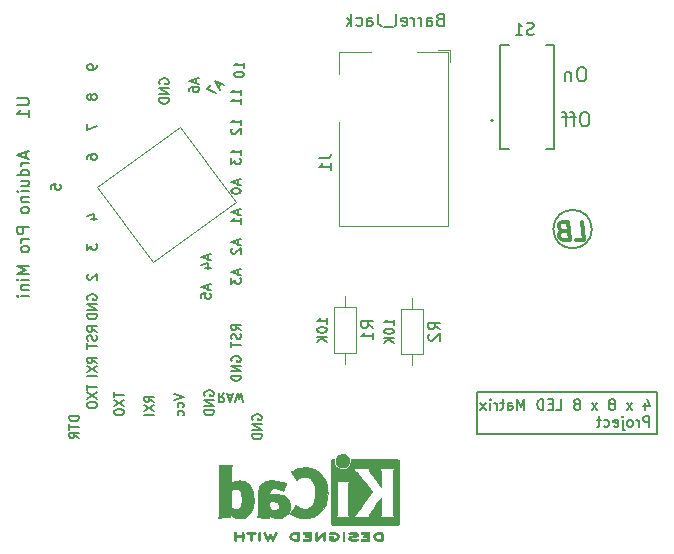
<source format=gbo>
%TF.GenerationSoftware,KiCad,Pcbnew,8.0.1*%
%TF.CreationDate,2024-08-12T20:51:52+05:30*%
%TF.ProjectId,4x8x8 LED Matrix Pcb,34783878-3820-44c4-9544-204d61747269,rev?*%
%TF.SameCoordinates,Original*%
%TF.FileFunction,Legend,Bot*%
%TF.FilePolarity,Positive*%
%FSLAX46Y46*%
G04 Gerber Fmt 4.6, Leading zero omitted, Abs format (unit mm)*
G04 Created by KiCad (PCBNEW 8.0.1) date 2024-08-12 20:51:52*
%MOMM*%
%LPD*%
G01*
G04 APERTURE LIST*
%ADD10C,0.200000*%
%ADD11C,0.160000*%
%ADD12C,0.300000*%
%ADD13C,0.150000*%
%ADD14C,0.180000*%
%ADD15C,0.010000*%
%ADD16C,0.120000*%
%ADD17C,0.127000*%
G04 APERTURE END LIST*
D10*
X159766000Y-110744000D02*
X175006000Y-110744000D01*
X175006000Y-114300000D01*
X159766000Y-114300000D01*
X159766000Y-110744000D01*
D11*
X169520394Y-96925606D02*
G75*
G02*
X166267606Y-96925606I-1626394J0D01*
G01*
X166267606Y-96925606D02*
G75*
G02*
X169520394Y-96925606I1626394J0D01*
G01*
D10*
X174020422Y-111622507D02*
X174020422Y-112222507D01*
X174234707Y-111279650D02*
X174448993Y-111922507D01*
X174448993Y-111922507D02*
X173891850Y-111922507D01*
X172948993Y-112222507D02*
X172477565Y-111622507D01*
X172948993Y-111622507D02*
X172477565Y-112222507D01*
X171320422Y-111708221D02*
X171406137Y-111665364D01*
X171406137Y-111665364D02*
X171448994Y-111622507D01*
X171448994Y-111622507D02*
X171491851Y-111536792D01*
X171491851Y-111536792D02*
X171491851Y-111493935D01*
X171491851Y-111493935D02*
X171448994Y-111408221D01*
X171448994Y-111408221D02*
X171406137Y-111365364D01*
X171406137Y-111365364D02*
X171320422Y-111322507D01*
X171320422Y-111322507D02*
X171148994Y-111322507D01*
X171148994Y-111322507D02*
X171063280Y-111365364D01*
X171063280Y-111365364D02*
X171020422Y-111408221D01*
X171020422Y-111408221D02*
X170977565Y-111493935D01*
X170977565Y-111493935D02*
X170977565Y-111536792D01*
X170977565Y-111536792D02*
X171020422Y-111622507D01*
X171020422Y-111622507D02*
X171063280Y-111665364D01*
X171063280Y-111665364D02*
X171148994Y-111708221D01*
X171148994Y-111708221D02*
X171320422Y-111708221D01*
X171320422Y-111708221D02*
X171406137Y-111751078D01*
X171406137Y-111751078D02*
X171448994Y-111793935D01*
X171448994Y-111793935D02*
X171491851Y-111879650D01*
X171491851Y-111879650D02*
X171491851Y-112051078D01*
X171491851Y-112051078D02*
X171448994Y-112136792D01*
X171448994Y-112136792D02*
X171406137Y-112179650D01*
X171406137Y-112179650D02*
X171320422Y-112222507D01*
X171320422Y-112222507D02*
X171148994Y-112222507D01*
X171148994Y-112222507D02*
X171063280Y-112179650D01*
X171063280Y-112179650D02*
X171020422Y-112136792D01*
X171020422Y-112136792D02*
X170977565Y-112051078D01*
X170977565Y-112051078D02*
X170977565Y-111879650D01*
X170977565Y-111879650D02*
X171020422Y-111793935D01*
X171020422Y-111793935D02*
X171063280Y-111751078D01*
X171063280Y-111751078D02*
X171148994Y-111708221D01*
X169991851Y-112222507D02*
X169520423Y-111622507D01*
X169991851Y-111622507D02*
X169520423Y-112222507D01*
X168363280Y-111708221D02*
X168448995Y-111665364D01*
X168448995Y-111665364D02*
X168491852Y-111622507D01*
X168491852Y-111622507D02*
X168534709Y-111536792D01*
X168534709Y-111536792D02*
X168534709Y-111493935D01*
X168534709Y-111493935D02*
X168491852Y-111408221D01*
X168491852Y-111408221D02*
X168448995Y-111365364D01*
X168448995Y-111365364D02*
X168363280Y-111322507D01*
X168363280Y-111322507D02*
X168191852Y-111322507D01*
X168191852Y-111322507D02*
X168106138Y-111365364D01*
X168106138Y-111365364D02*
X168063280Y-111408221D01*
X168063280Y-111408221D02*
X168020423Y-111493935D01*
X168020423Y-111493935D02*
X168020423Y-111536792D01*
X168020423Y-111536792D02*
X168063280Y-111622507D01*
X168063280Y-111622507D02*
X168106138Y-111665364D01*
X168106138Y-111665364D02*
X168191852Y-111708221D01*
X168191852Y-111708221D02*
X168363280Y-111708221D01*
X168363280Y-111708221D02*
X168448995Y-111751078D01*
X168448995Y-111751078D02*
X168491852Y-111793935D01*
X168491852Y-111793935D02*
X168534709Y-111879650D01*
X168534709Y-111879650D02*
X168534709Y-112051078D01*
X168534709Y-112051078D02*
X168491852Y-112136792D01*
X168491852Y-112136792D02*
X168448995Y-112179650D01*
X168448995Y-112179650D02*
X168363280Y-112222507D01*
X168363280Y-112222507D02*
X168191852Y-112222507D01*
X168191852Y-112222507D02*
X168106138Y-112179650D01*
X168106138Y-112179650D02*
X168063280Y-112136792D01*
X168063280Y-112136792D02*
X168020423Y-112051078D01*
X168020423Y-112051078D02*
X168020423Y-111879650D01*
X168020423Y-111879650D02*
X168063280Y-111793935D01*
X168063280Y-111793935D02*
X168106138Y-111751078D01*
X168106138Y-111751078D02*
X168191852Y-111708221D01*
X166520423Y-112222507D02*
X166948995Y-112222507D01*
X166948995Y-112222507D02*
X166948995Y-111322507D01*
X166220424Y-111751078D02*
X165920424Y-111751078D01*
X165791852Y-112222507D02*
X166220424Y-112222507D01*
X166220424Y-112222507D02*
X166220424Y-111322507D01*
X166220424Y-111322507D02*
X165791852Y-111322507D01*
X165406138Y-112222507D02*
X165406138Y-111322507D01*
X165406138Y-111322507D02*
X165191852Y-111322507D01*
X165191852Y-111322507D02*
X165063281Y-111365364D01*
X165063281Y-111365364D02*
X164977566Y-111451078D01*
X164977566Y-111451078D02*
X164934709Y-111536792D01*
X164934709Y-111536792D02*
X164891852Y-111708221D01*
X164891852Y-111708221D02*
X164891852Y-111836792D01*
X164891852Y-111836792D02*
X164934709Y-112008221D01*
X164934709Y-112008221D02*
X164977566Y-112093935D01*
X164977566Y-112093935D02*
X165063281Y-112179650D01*
X165063281Y-112179650D02*
X165191852Y-112222507D01*
X165191852Y-112222507D02*
X165406138Y-112222507D01*
X163820424Y-112222507D02*
X163820424Y-111322507D01*
X163820424Y-111322507D02*
X163520424Y-111965364D01*
X163520424Y-111965364D02*
X163220424Y-111322507D01*
X163220424Y-111322507D02*
X163220424Y-112222507D01*
X162406139Y-112222507D02*
X162406139Y-111751078D01*
X162406139Y-111751078D02*
X162448996Y-111665364D01*
X162448996Y-111665364D02*
X162534710Y-111622507D01*
X162534710Y-111622507D02*
X162706139Y-111622507D01*
X162706139Y-111622507D02*
X162791853Y-111665364D01*
X162406139Y-112179650D02*
X162491853Y-112222507D01*
X162491853Y-112222507D02*
X162706139Y-112222507D01*
X162706139Y-112222507D02*
X162791853Y-112179650D01*
X162791853Y-112179650D02*
X162834710Y-112093935D01*
X162834710Y-112093935D02*
X162834710Y-112008221D01*
X162834710Y-112008221D02*
X162791853Y-111922507D01*
X162791853Y-111922507D02*
X162706139Y-111879650D01*
X162706139Y-111879650D02*
X162491853Y-111879650D01*
X162491853Y-111879650D02*
X162406139Y-111836792D01*
X162106138Y-111622507D02*
X161763281Y-111622507D01*
X161977567Y-111322507D02*
X161977567Y-112093935D01*
X161977567Y-112093935D02*
X161934710Y-112179650D01*
X161934710Y-112179650D02*
X161848995Y-112222507D01*
X161848995Y-112222507D02*
X161763281Y-112222507D01*
X161463281Y-112222507D02*
X161463281Y-111622507D01*
X161463281Y-111793935D02*
X161420424Y-111708221D01*
X161420424Y-111708221D02*
X161377567Y-111665364D01*
X161377567Y-111665364D02*
X161291852Y-111622507D01*
X161291852Y-111622507D02*
X161206138Y-111622507D01*
X160906138Y-112222507D02*
X160906138Y-111622507D01*
X160906138Y-111322507D02*
X160948995Y-111365364D01*
X160948995Y-111365364D02*
X160906138Y-111408221D01*
X160906138Y-111408221D02*
X160863281Y-111365364D01*
X160863281Y-111365364D02*
X160906138Y-111322507D01*
X160906138Y-111322507D02*
X160906138Y-111408221D01*
X160563281Y-112222507D02*
X160091853Y-111622507D01*
X160563281Y-111622507D02*
X160091853Y-112222507D01*
X174406136Y-113671457D02*
X174406136Y-112771457D01*
X174406136Y-112771457D02*
X174063279Y-112771457D01*
X174063279Y-112771457D02*
X173977564Y-112814314D01*
X173977564Y-112814314D02*
X173934707Y-112857171D01*
X173934707Y-112857171D02*
X173891850Y-112942885D01*
X173891850Y-112942885D02*
X173891850Y-113071457D01*
X173891850Y-113071457D02*
X173934707Y-113157171D01*
X173934707Y-113157171D02*
X173977564Y-113200028D01*
X173977564Y-113200028D02*
X174063279Y-113242885D01*
X174063279Y-113242885D02*
X174406136Y-113242885D01*
X173506136Y-113671457D02*
X173506136Y-113071457D01*
X173506136Y-113242885D02*
X173463279Y-113157171D01*
X173463279Y-113157171D02*
X173420422Y-113114314D01*
X173420422Y-113114314D02*
X173334707Y-113071457D01*
X173334707Y-113071457D02*
X173248993Y-113071457D01*
X172820421Y-113671457D02*
X172906136Y-113628600D01*
X172906136Y-113628600D02*
X172948993Y-113585742D01*
X172948993Y-113585742D02*
X172991850Y-113500028D01*
X172991850Y-113500028D02*
X172991850Y-113242885D01*
X172991850Y-113242885D02*
X172948993Y-113157171D01*
X172948993Y-113157171D02*
X172906136Y-113114314D01*
X172906136Y-113114314D02*
X172820421Y-113071457D01*
X172820421Y-113071457D02*
X172691850Y-113071457D01*
X172691850Y-113071457D02*
X172606136Y-113114314D01*
X172606136Y-113114314D02*
X172563279Y-113157171D01*
X172563279Y-113157171D02*
X172520421Y-113242885D01*
X172520421Y-113242885D02*
X172520421Y-113500028D01*
X172520421Y-113500028D02*
X172563279Y-113585742D01*
X172563279Y-113585742D02*
X172606136Y-113628600D01*
X172606136Y-113628600D02*
X172691850Y-113671457D01*
X172691850Y-113671457D02*
X172820421Y-113671457D01*
X172134707Y-113071457D02*
X172134707Y-113842885D01*
X172134707Y-113842885D02*
X172177564Y-113928600D01*
X172177564Y-113928600D02*
X172263278Y-113971457D01*
X172263278Y-113971457D02*
X172306135Y-113971457D01*
X172134707Y-112771457D02*
X172177564Y-112814314D01*
X172177564Y-112814314D02*
X172134707Y-112857171D01*
X172134707Y-112857171D02*
X172091850Y-112814314D01*
X172091850Y-112814314D02*
X172134707Y-112771457D01*
X172134707Y-112771457D02*
X172134707Y-112857171D01*
X171363279Y-113628600D02*
X171448993Y-113671457D01*
X171448993Y-113671457D02*
X171620422Y-113671457D01*
X171620422Y-113671457D02*
X171706136Y-113628600D01*
X171706136Y-113628600D02*
X171748993Y-113542885D01*
X171748993Y-113542885D02*
X171748993Y-113200028D01*
X171748993Y-113200028D02*
X171706136Y-113114314D01*
X171706136Y-113114314D02*
X171620422Y-113071457D01*
X171620422Y-113071457D02*
X171448993Y-113071457D01*
X171448993Y-113071457D02*
X171363279Y-113114314D01*
X171363279Y-113114314D02*
X171320422Y-113200028D01*
X171320422Y-113200028D02*
X171320422Y-113285742D01*
X171320422Y-113285742D02*
X171748993Y-113371457D01*
X170548993Y-113628600D02*
X170634707Y-113671457D01*
X170634707Y-113671457D02*
X170806135Y-113671457D01*
X170806135Y-113671457D02*
X170891850Y-113628600D01*
X170891850Y-113628600D02*
X170934707Y-113585742D01*
X170934707Y-113585742D02*
X170977564Y-113500028D01*
X170977564Y-113500028D02*
X170977564Y-113242885D01*
X170977564Y-113242885D02*
X170934707Y-113157171D01*
X170934707Y-113157171D02*
X170891850Y-113114314D01*
X170891850Y-113114314D02*
X170806135Y-113071457D01*
X170806135Y-113071457D02*
X170634707Y-113071457D01*
X170634707Y-113071457D02*
X170548993Y-113114314D01*
X170291849Y-113071457D02*
X169948992Y-113071457D01*
X170163278Y-112771457D02*
X170163278Y-113542885D01*
X170163278Y-113542885D02*
X170120421Y-113628600D01*
X170120421Y-113628600D02*
X170034706Y-113671457D01*
X170034706Y-113671457D02*
X169948992Y-113671457D01*
D12*
X168158132Y-97844828D02*
X168872417Y-97844828D01*
X168872417Y-97844828D02*
X168684917Y-96344828D01*
X167059917Y-97059114D02*
X166854560Y-97130542D01*
X166854560Y-97130542D02*
X166792060Y-97201971D01*
X166792060Y-97201971D02*
X166738488Y-97344828D01*
X166738488Y-97344828D02*
X166765274Y-97559114D01*
X166765274Y-97559114D02*
X166854560Y-97701971D01*
X166854560Y-97701971D02*
X166934917Y-97773400D01*
X166934917Y-97773400D02*
X167086703Y-97844828D01*
X167086703Y-97844828D02*
X167658131Y-97844828D01*
X167658131Y-97844828D02*
X167470631Y-96344828D01*
X167470631Y-96344828D02*
X166970631Y-96344828D01*
X166970631Y-96344828D02*
X166836703Y-96416257D01*
X166836703Y-96416257D02*
X166774203Y-96487685D01*
X166774203Y-96487685D02*
X166720631Y-96630542D01*
X166720631Y-96630542D02*
X166738488Y-96773400D01*
X166738488Y-96773400D02*
X166827774Y-96916257D01*
X166827774Y-96916257D02*
X166908131Y-96987685D01*
X166908131Y-96987685D02*
X167059917Y-97059114D01*
X167059917Y-97059114D02*
X167559917Y-97059114D01*
D10*
X169026136Y-87034742D02*
X168797564Y-87034742D01*
X168797564Y-87034742D02*
X168683279Y-87091885D01*
X168683279Y-87091885D02*
X168568993Y-87206171D01*
X168568993Y-87206171D02*
X168511850Y-87434742D01*
X168511850Y-87434742D02*
X168511850Y-87834742D01*
X168511850Y-87834742D02*
X168568993Y-88063314D01*
X168568993Y-88063314D02*
X168683279Y-88177600D01*
X168683279Y-88177600D02*
X168797564Y-88234742D01*
X168797564Y-88234742D02*
X169026136Y-88234742D01*
X169026136Y-88234742D02*
X169140422Y-88177600D01*
X169140422Y-88177600D02*
X169254707Y-88063314D01*
X169254707Y-88063314D02*
X169311850Y-87834742D01*
X169311850Y-87834742D02*
X169311850Y-87434742D01*
X169311850Y-87434742D02*
X169254707Y-87206171D01*
X169254707Y-87206171D02*
X169140422Y-87091885D01*
X169140422Y-87091885D02*
X169026136Y-87034742D01*
X168168993Y-87434742D02*
X167711850Y-87434742D01*
X167997564Y-88234742D02*
X167997564Y-87206171D01*
X167997564Y-87206171D02*
X167940421Y-87091885D01*
X167940421Y-87091885D02*
X167826136Y-87034742D01*
X167826136Y-87034742D02*
X167711850Y-87034742D01*
X167483279Y-87434742D02*
X167026136Y-87434742D01*
X167311850Y-88234742D02*
X167311850Y-87206171D01*
X167311850Y-87206171D02*
X167254707Y-87091885D01*
X167254707Y-87091885D02*
X167140422Y-87034742D01*
X167140422Y-87034742D02*
X167026136Y-87034742D01*
X168772136Y-83224742D02*
X168543564Y-83224742D01*
X168543564Y-83224742D02*
X168429279Y-83281885D01*
X168429279Y-83281885D02*
X168314993Y-83396171D01*
X168314993Y-83396171D02*
X168257850Y-83624742D01*
X168257850Y-83624742D02*
X168257850Y-84024742D01*
X168257850Y-84024742D02*
X168314993Y-84253314D01*
X168314993Y-84253314D02*
X168429279Y-84367600D01*
X168429279Y-84367600D02*
X168543564Y-84424742D01*
X168543564Y-84424742D02*
X168772136Y-84424742D01*
X168772136Y-84424742D02*
X168886422Y-84367600D01*
X168886422Y-84367600D02*
X169000707Y-84253314D01*
X169000707Y-84253314D02*
X169057850Y-84024742D01*
X169057850Y-84024742D02*
X169057850Y-83624742D01*
X169057850Y-83624742D02*
X169000707Y-83396171D01*
X169000707Y-83396171D02*
X168886422Y-83281885D01*
X168886422Y-83281885D02*
X168772136Y-83224742D01*
X167743564Y-83624742D02*
X167743564Y-84424742D01*
X167743564Y-83739028D02*
X167686421Y-83681885D01*
X167686421Y-83681885D02*
X167572136Y-83624742D01*
X167572136Y-83624742D02*
X167400707Y-83624742D01*
X167400707Y-83624742D02*
X167286421Y-83681885D01*
X167286421Y-83681885D02*
X167229279Y-83796171D01*
X167229279Y-83796171D02*
X167229279Y-84424742D01*
D13*
X132950390Y-84627303D02*
X132912295Y-84551113D01*
X132912295Y-84551113D02*
X132912295Y-84436827D01*
X132912295Y-84436827D02*
X132950390Y-84322541D01*
X132950390Y-84322541D02*
X133026580Y-84246351D01*
X133026580Y-84246351D02*
X133102771Y-84208256D01*
X133102771Y-84208256D02*
X133255152Y-84170160D01*
X133255152Y-84170160D02*
X133369438Y-84170160D01*
X133369438Y-84170160D02*
X133521819Y-84208256D01*
X133521819Y-84208256D02*
X133598009Y-84246351D01*
X133598009Y-84246351D02*
X133674200Y-84322541D01*
X133674200Y-84322541D02*
X133712295Y-84436827D01*
X133712295Y-84436827D02*
X133712295Y-84513018D01*
X133712295Y-84513018D02*
X133674200Y-84627303D01*
X133674200Y-84627303D02*
X133636104Y-84665399D01*
X133636104Y-84665399D02*
X133369438Y-84665399D01*
X133369438Y-84665399D02*
X133369438Y-84513018D01*
X133712295Y-85008256D02*
X132912295Y-85008256D01*
X132912295Y-85008256D02*
X133712295Y-85465399D01*
X133712295Y-85465399D02*
X132912295Y-85465399D01*
X133712295Y-85846351D02*
X132912295Y-85846351D01*
X132912295Y-85846351D02*
X132912295Y-86036827D01*
X132912295Y-86036827D02*
X132950390Y-86151113D01*
X132950390Y-86151113D02*
X133026580Y-86227303D01*
X133026580Y-86227303D02*
X133102771Y-86265398D01*
X133102771Y-86265398D02*
X133255152Y-86303494D01*
X133255152Y-86303494D02*
X133369438Y-86303494D01*
X133369438Y-86303494D02*
X133521819Y-86265398D01*
X133521819Y-86265398D02*
X133598009Y-86227303D01*
X133598009Y-86227303D02*
X133674200Y-86151113D01*
X133674200Y-86151113D02*
X133712295Y-86036827D01*
X133712295Y-86036827D02*
X133712295Y-85846351D01*
X120866819Y-85852095D02*
X121676342Y-85852095D01*
X121676342Y-85852095D02*
X121771580Y-85899714D01*
X121771580Y-85899714D02*
X121819200Y-85947333D01*
X121819200Y-85947333D02*
X121866819Y-86042571D01*
X121866819Y-86042571D02*
X121866819Y-86233047D01*
X121866819Y-86233047D02*
X121819200Y-86328285D01*
X121819200Y-86328285D02*
X121771580Y-86375904D01*
X121771580Y-86375904D02*
X121676342Y-86423523D01*
X121676342Y-86423523D02*
X120866819Y-86423523D01*
X121866819Y-87423523D02*
X121866819Y-86852095D01*
X121866819Y-87137809D02*
X120866819Y-87137809D01*
X120866819Y-87137809D02*
X121009676Y-87042571D01*
X121009676Y-87042571D02*
X121104914Y-86947333D01*
X121104914Y-86947333D02*
X121152533Y-86852095D01*
X138385619Y-110762704D02*
X138118952Y-111143657D01*
X137928476Y-110762704D02*
X137928476Y-111562704D01*
X137928476Y-111562704D02*
X138233238Y-111562704D01*
X138233238Y-111562704D02*
X138309428Y-111524609D01*
X138309428Y-111524609D02*
X138347523Y-111486514D01*
X138347523Y-111486514D02*
X138385619Y-111410323D01*
X138385619Y-111410323D02*
X138385619Y-111296038D01*
X138385619Y-111296038D02*
X138347523Y-111219847D01*
X138347523Y-111219847D02*
X138309428Y-111181752D01*
X138309428Y-111181752D02*
X138233238Y-111143657D01*
X138233238Y-111143657D02*
X137928476Y-111143657D01*
X138690380Y-110991276D02*
X139071333Y-110991276D01*
X138614190Y-110762704D02*
X138880857Y-111562704D01*
X138880857Y-111562704D02*
X139147523Y-110762704D01*
X139337999Y-111562704D02*
X139528475Y-110762704D01*
X139528475Y-110762704D02*
X139680856Y-111334133D01*
X139680856Y-111334133D02*
X139833237Y-110762704D01*
X139833237Y-110762704D02*
X140023714Y-111562704D01*
X138166617Y-84653496D02*
X137897243Y-84922870D01*
X138382116Y-84761245D02*
X137627869Y-84384122D01*
X137627869Y-84384122D02*
X138004993Y-85138369D01*
X137304621Y-84707370D02*
X136927497Y-85084494D01*
X136927497Y-85084494D02*
X137735619Y-85407743D01*
X126892485Y-100736428D02*
X126854390Y-100774524D01*
X126854390Y-100774524D02*
X126816295Y-100850714D01*
X126816295Y-100850714D02*
X126816295Y-101041190D01*
X126816295Y-101041190D02*
X126854390Y-101117381D01*
X126854390Y-101117381D02*
X126892485Y-101155476D01*
X126892485Y-101155476D02*
X126968676Y-101193571D01*
X126968676Y-101193571D02*
X127044866Y-101193571D01*
X127044866Y-101193571D02*
X127159152Y-101155476D01*
X127159152Y-101155476D02*
X127616295Y-100698333D01*
X127616295Y-100698333D02*
X127616295Y-101193571D01*
X123768295Y-93535476D02*
X123768295Y-93154524D01*
X123768295Y-93154524D02*
X124149247Y-93116428D01*
X124149247Y-93116428D02*
X124111152Y-93154524D01*
X124111152Y-93154524D02*
X124073057Y-93230714D01*
X124073057Y-93230714D02*
X124073057Y-93421190D01*
X124073057Y-93421190D02*
X124111152Y-93497381D01*
X124111152Y-93497381D02*
X124149247Y-93535476D01*
X124149247Y-93535476D02*
X124225438Y-93573571D01*
X124225438Y-93573571D02*
X124415914Y-93573571D01*
X124415914Y-93573571D02*
X124492104Y-93535476D01*
X124492104Y-93535476D02*
X124530200Y-93497381D01*
X124530200Y-93497381D02*
X124568295Y-93421190D01*
X124568295Y-93421190D02*
X124568295Y-93230714D01*
X124568295Y-93230714D02*
X124530200Y-93154524D01*
X124530200Y-93154524D02*
X124492104Y-93116428D01*
X139579723Y-100393571D02*
X139579723Y-100774524D01*
X139808295Y-100317381D02*
X139008295Y-100584048D01*
X139008295Y-100584048D02*
X139808295Y-100850714D01*
X139008295Y-101041190D02*
X139008295Y-101536428D01*
X139008295Y-101536428D02*
X139313057Y-101269762D01*
X139313057Y-101269762D02*
X139313057Y-101384047D01*
X139313057Y-101384047D02*
X139351152Y-101460238D01*
X139351152Y-101460238D02*
X139389247Y-101498333D01*
X139389247Y-101498333D02*
X139465438Y-101536428D01*
X139465438Y-101536428D02*
X139655914Y-101536428D01*
X139655914Y-101536428D02*
X139732104Y-101498333D01*
X139732104Y-101498333D02*
X139770200Y-101460238D01*
X139770200Y-101460238D02*
X139808295Y-101384047D01*
X139808295Y-101384047D02*
X139808295Y-101155476D01*
X139808295Y-101155476D02*
X139770200Y-101079285D01*
X139770200Y-101079285D02*
X139732104Y-101041190D01*
X139046390Y-108102476D02*
X139008295Y-108026286D01*
X139008295Y-108026286D02*
X139008295Y-107912000D01*
X139008295Y-107912000D02*
X139046390Y-107797714D01*
X139046390Y-107797714D02*
X139122580Y-107721524D01*
X139122580Y-107721524D02*
X139198771Y-107683429D01*
X139198771Y-107683429D02*
X139351152Y-107645333D01*
X139351152Y-107645333D02*
X139465438Y-107645333D01*
X139465438Y-107645333D02*
X139617819Y-107683429D01*
X139617819Y-107683429D02*
X139694009Y-107721524D01*
X139694009Y-107721524D02*
X139770200Y-107797714D01*
X139770200Y-107797714D02*
X139808295Y-107912000D01*
X139808295Y-107912000D02*
X139808295Y-107988191D01*
X139808295Y-107988191D02*
X139770200Y-108102476D01*
X139770200Y-108102476D02*
X139732104Y-108140572D01*
X139732104Y-108140572D02*
X139465438Y-108140572D01*
X139465438Y-108140572D02*
X139465438Y-107988191D01*
X139808295Y-108483429D02*
X139008295Y-108483429D01*
X139008295Y-108483429D02*
X139808295Y-108940572D01*
X139808295Y-108940572D02*
X139008295Y-108940572D01*
X139808295Y-109321524D02*
X139008295Y-109321524D01*
X139008295Y-109321524D02*
X139008295Y-109512000D01*
X139008295Y-109512000D02*
X139046390Y-109626286D01*
X139046390Y-109626286D02*
X139122580Y-109702476D01*
X139122580Y-109702476D02*
X139198771Y-109740571D01*
X139198771Y-109740571D02*
X139351152Y-109778667D01*
X139351152Y-109778667D02*
X139465438Y-109778667D01*
X139465438Y-109778667D02*
X139617819Y-109740571D01*
X139617819Y-109740571D02*
X139694009Y-109702476D01*
X139694009Y-109702476D02*
X139770200Y-109626286D01*
X139770200Y-109626286D02*
X139808295Y-109512000D01*
X139808295Y-109512000D02*
X139808295Y-109321524D01*
D14*
X121579544Y-90400952D02*
X121579544Y-90877142D01*
X121865259Y-90305714D02*
X120865259Y-90639047D01*
X120865259Y-90639047D02*
X121865259Y-90972380D01*
X121865259Y-91305714D02*
X121198592Y-91305714D01*
X121389068Y-91305714D02*
X121293830Y-91353333D01*
X121293830Y-91353333D02*
X121246211Y-91400952D01*
X121246211Y-91400952D02*
X121198592Y-91496190D01*
X121198592Y-91496190D02*
X121198592Y-91591428D01*
X121865259Y-92353333D02*
X120865259Y-92353333D01*
X121817640Y-92353333D02*
X121865259Y-92258095D01*
X121865259Y-92258095D02*
X121865259Y-92067619D01*
X121865259Y-92067619D02*
X121817640Y-91972381D01*
X121817640Y-91972381D02*
X121770020Y-91924762D01*
X121770020Y-91924762D02*
X121674782Y-91877143D01*
X121674782Y-91877143D02*
X121389068Y-91877143D01*
X121389068Y-91877143D02*
X121293830Y-91924762D01*
X121293830Y-91924762D02*
X121246211Y-91972381D01*
X121246211Y-91972381D02*
X121198592Y-92067619D01*
X121198592Y-92067619D02*
X121198592Y-92258095D01*
X121198592Y-92258095D02*
X121246211Y-92353333D01*
X121198592Y-93258095D02*
X121865259Y-93258095D01*
X121198592Y-92829524D02*
X121722401Y-92829524D01*
X121722401Y-92829524D02*
X121817640Y-92877143D01*
X121817640Y-92877143D02*
X121865259Y-92972381D01*
X121865259Y-92972381D02*
X121865259Y-93115238D01*
X121865259Y-93115238D02*
X121817640Y-93210476D01*
X121817640Y-93210476D02*
X121770020Y-93258095D01*
X121865259Y-93734286D02*
X121198592Y-93734286D01*
X120865259Y-93734286D02*
X120912878Y-93686667D01*
X120912878Y-93686667D02*
X120960497Y-93734286D01*
X120960497Y-93734286D02*
X120912878Y-93781905D01*
X120912878Y-93781905D02*
X120865259Y-93734286D01*
X120865259Y-93734286D02*
X120960497Y-93734286D01*
X121198592Y-94210476D02*
X121865259Y-94210476D01*
X121293830Y-94210476D02*
X121246211Y-94258095D01*
X121246211Y-94258095D02*
X121198592Y-94353333D01*
X121198592Y-94353333D02*
X121198592Y-94496190D01*
X121198592Y-94496190D02*
X121246211Y-94591428D01*
X121246211Y-94591428D02*
X121341449Y-94639047D01*
X121341449Y-94639047D02*
X121865259Y-94639047D01*
X121865259Y-95258095D02*
X121817640Y-95162857D01*
X121817640Y-95162857D02*
X121770020Y-95115238D01*
X121770020Y-95115238D02*
X121674782Y-95067619D01*
X121674782Y-95067619D02*
X121389068Y-95067619D01*
X121389068Y-95067619D02*
X121293830Y-95115238D01*
X121293830Y-95115238D02*
X121246211Y-95162857D01*
X121246211Y-95162857D02*
X121198592Y-95258095D01*
X121198592Y-95258095D02*
X121198592Y-95400952D01*
X121198592Y-95400952D02*
X121246211Y-95496190D01*
X121246211Y-95496190D02*
X121293830Y-95543809D01*
X121293830Y-95543809D02*
X121389068Y-95591428D01*
X121389068Y-95591428D02*
X121674782Y-95591428D01*
X121674782Y-95591428D02*
X121770020Y-95543809D01*
X121770020Y-95543809D02*
X121817640Y-95496190D01*
X121817640Y-95496190D02*
X121865259Y-95400952D01*
X121865259Y-95400952D02*
X121865259Y-95258095D01*
X121865259Y-96781905D02*
X120865259Y-96781905D01*
X120865259Y-96781905D02*
X120865259Y-97162857D01*
X120865259Y-97162857D02*
X120912878Y-97258095D01*
X120912878Y-97258095D02*
X120960497Y-97305714D01*
X120960497Y-97305714D02*
X121055735Y-97353333D01*
X121055735Y-97353333D02*
X121198592Y-97353333D01*
X121198592Y-97353333D02*
X121293830Y-97305714D01*
X121293830Y-97305714D02*
X121341449Y-97258095D01*
X121341449Y-97258095D02*
X121389068Y-97162857D01*
X121389068Y-97162857D02*
X121389068Y-96781905D01*
X121865259Y-97781905D02*
X121198592Y-97781905D01*
X121389068Y-97781905D02*
X121293830Y-97829524D01*
X121293830Y-97829524D02*
X121246211Y-97877143D01*
X121246211Y-97877143D02*
X121198592Y-97972381D01*
X121198592Y-97972381D02*
X121198592Y-98067619D01*
X121865259Y-98543810D02*
X121817640Y-98448572D01*
X121817640Y-98448572D02*
X121770020Y-98400953D01*
X121770020Y-98400953D02*
X121674782Y-98353334D01*
X121674782Y-98353334D02*
X121389068Y-98353334D01*
X121389068Y-98353334D02*
X121293830Y-98400953D01*
X121293830Y-98400953D02*
X121246211Y-98448572D01*
X121246211Y-98448572D02*
X121198592Y-98543810D01*
X121198592Y-98543810D02*
X121198592Y-98686667D01*
X121198592Y-98686667D02*
X121246211Y-98781905D01*
X121246211Y-98781905D02*
X121293830Y-98829524D01*
X121293830Y-98829524D02*
X121389068Y-98877143D01*
X121389068Y-98877143D02*
X121674782Y-98877143D01*
X121674782Y-98877143D02*
X121770020Y-98829524D01*
X121770020Y-98829524D02*
X121817640Y-98781905D01*
X121817640Y-98781905D02*
X121865259Y-98686667D01*
X121865259Y-98686667D02*
X121865259Y-98543810D01*
X121865259Y-100067620D02*
X120865259Y-100067620D01*
X120865259Y-100067620D02*
X121579544Y-100400953D01*
X121579544Y-100400953D02*
X120865259Y-100734286D01*
X120865259Y-100734286D02*
X121865259Y-100734286D01*
X121865259Y-101210477D02*
X121198592Y-101210477D01*
X120865259Y-101210477D02*
X120912878Y-101162858D01*
X120912878Y-101162858D02*
X120960497Y-101210477D01*
X120960497Y-101210477D02*
X120912878Y-101258096D01*
X120912878Y-101258096D02*
X120865259Y-101210477D01*
X120865259Y-101210477D02*
X120960497Y-101210477D01*
X121198592Y-101686667D02*
X121865259Y-101686667D01*
X121293830Y-101686667D02*
X121246211Y-101734286D01*
X121246211Y-101734286D02*
X121198592Y-101829524D01*
X121198592Y-101829524D02*
X121198592Y-101972381D01*
X121198592Y-101972381D02*
X121246211Y-102067619D01*
X121246211Y-102067619D02*
X121341449Y-102115238D01*
X121341449Y-102115238D02*
X121865259Y-102115238D01*
X121865259Y-102591429D02*
X121198592Y-102591429D01*
X120865259Y-102591429D02*
X120912878Y-102543810D01*
X120912878Y-102543810D02*
X120960497Y-102591429D01*
X120960497Y-102591429D02*
X120912878Y-102639048D01*
X120912878Y-102639048D02*
X120865259Y-102591429D01*
X120865259Y-102591429D02*
X120960497Y-102591429D01*
D13*
X139808295Y-105479905D02*
X139427342Y-105213238D01*
X139808295Y-105022762D02*
X139008295Y-105022762D01*
X139008295Y-105022762D02*
X139008295Y-105327524D01*
X139008295Y-105327524D02*
X139046390Y-105403714D01*
X139046390Y-105403714D02*
X139084485Y-105441809D01*
X139084485Y-105441809D02*
X139160676Y-105479905D01*
X139160676Y-105479905D02*
X139274961Y-105479905D01*
X139274961Y-105479905D02*
X139351152Y-105441809D01*
X139351152Y-105441809D02*
X139389247Y-105403714D01*
X139389247Y-105403714D02*
X139427342Y-105327524D01*
X139427342Y-105327524D02*
X139427342Y-105022762D01*
X139770200Y-105784666D02*
X139808295Y-105898952D01*
X139808295Y-105898952D02*
X139808295Y-106089428D01*
X139808295Y-106089428D02*
X139770200Y-106165619D01*
X139770200Y-106165619D02*
X139732104Y-106203714D01*
X139732104Y-106203714D02*
X139655914Y-106241809D01*
X139655914Y-106241809D02*
X139579723Y-106241809D01*
X139579723Y-106241809D02*
X139503533Y-106203714D01*
X139503533Y-106203714D02*
X139465438Y-106165619D01*
X139465438Y-106165619D02*
X139427342Y-106089428D01*
X139427342Y-106089428D02*
X139389247Y-105937047D01*
X139389247Y-105937047D02*
X139351152Y-105860857D01*
X139351152Y-105860857D02*
X139313057Y-105822762D01*
X139313057Y-105822762D02*
X139236866Y-105784666D01*
X139236866Y-105784666D02*
X139160676Y-105784666D01*
X139160676Y-105784666D02*
X139084485Y-105822762D01*
X139084485Y-105822762D02*
X139046390Y-105860857D01*
X139046390Y-105860857D02*
X139008295Y-105937047D01*
X139008295Y-105937047D02*
X139008295Y-106127524D01*
X139008295Y-106127524D02*
X139046390Y-106241809D01*
X139008295Y-106470381D02*
X139008295Y-106927524D01*
X139808295Y-106698952D02*
X139008295Y-106698952D01*
X140824390Y-113055476D02*
X140786295Y-112979286D01*
X140786295Y-112979286D02*
X140786295Y-112865000D01*
X140786295Y-112865000D02*
X140824390Y-112750714D01*
X140824390Y-112750714D02*
X140900580Y-112674524D01*
X140900580Y-112674524D02*
X140976771Y-112636429D01*
X140976771Y-112636429D02*
X141129152Y-112598333D01*
X141129152Y-112598333D02*
X141243438Y-112598333D01*
X141243438Y-112598333D02*
X141395819Y-112636429D01*
X141395819Y-112636429D02*
X141472009Y-112674524D01*
X141472009Y-112674524D02*
X141548200Y-112750714D01*
X141548200Y-112750714D02*
X141586295Y-112865000D01*
X141586295Y-112865000D02*
X141586295Y-112941191D01*
X141586295Y-112941191D02*
X141548200Y-113055476D01*
X141548200Y-113055476D02*
X141510104Y-113093572D01*
X141510104Y-113093572D02*
X141243438Y-113093572D01*
X141243438Y-113093572D02*
X141243438Y-112941191D01*
X141586295Y-113436429D02*
X140786295Y-113436429D01*
X140786295Y-113436429D02*
X141586295Y-113893572D01*
X141586295Y-113893572D02*
X140786295Y-113893572D01*
X141586295Y-114274524D02*
X140786295Y-114274524D01*
X140786295Y-114274524D02*
X140786295Y-114465000D01*
X140786295Y-114465000D02*
X140824390Y-114579286D01*
X140824390Y-114579286D02*
X140900580Y-114655476D01*
X140900580Y-114655476D02*
X140976771Y-114693571D01*
X140976771Y-114693571D02*
X141129152Y-114731667D01*
X141129152Y-114731667D02*
X141243438Y-114731667D01*
X141243438Y-114731667D02*
X141395819Y-114693571D01*
X141395819Y-114693571D02*
X141472009Y-114655476D01*
X141472009Y-114655476D02*
X141548200Y-114579286D01*
X141548200Y-114579286D02*
X141586295Y-114465000D01*
X141586295Y-114465000D02*
X141586295Y-114274524D01*
X127616295Y-105606905D02*
X127235342Y-105340238D01*
X127616295Y-105149762D02*
X126816295Y-105149762D01*
X126816295Y-105149762D02*
X126816295Y-105454524D01*
X126816295Y-105454524D02*
X126854390Y-105530714D01*
X126854390Y-105530714D02*
X126892485Y-105568809D01*
X126892485Y-105568809D02*
X126968676Y-105606905D01*
X126968676Y-105606905D02*
X127082961Y-105606905D01*
X127082961Y-105606905D02*
X127159152Y-105568809D01*
X127159152Y-105568809D02*
X127197247Y-105530714D01*
X127197247Y-105530714D02*
X127235342Y-105454524D01*
X127235342Y-105454524D02*
X127235342Y-105149762D01*
X127578200Y-105911666D02*
X127616295Y-106025952D01*
X127616295Y-106025952D02*
X127616295Y-106216428D01*
X127616295Y-106216428D02*
X127578200Y-106292619D01*
X127578200Y-106292619D02*
X127540104Y-106330714D01*
X127540104Y-106330714D02*
X127463914Y-106368809D01*
X127463914Y-106368809D02*
X127387723Y-106368809D01*
X127387723Y-106368809D02*
X127311533Y-106330714D01*
X127311533Y-106330714D02*
X127273438Y-106292619D01*
X127273438Y-106292619D02*
X127235342Y-106216428D01*
X127235342Y-106216428D02*
X127197247Y-106064047D01*
X127197247Y-106064047D02*
X127159152Y-105987857D01*
X127159152Y-105987857D02*
X127121057Y-105949762D01*
X127121057Y-105949762D02*
X127044866Y-105911666D01*
X127044866Y-105911666D02*
X126968676Y-105911666D01*
X126968676Y-105911666D02*
X126892485Y-105949762D01*
X126892485Y-105949762D02*
X126854390Y-105987857D01*
X126854390Y-105987857D02*
X126816295Y-106064047D01*
X126816295Y-106064047D02*
X126816295Y-106254524D01*
X126816295Y-106254524D02*
X126854390Y-106368809D01*
X126816295Y-106597381D02*
X126816295Y-107054524D01*
X127616295Y-106825952D02*
X126816295Y-106825952D01*
X127159152Y-85648809D02*
X127121057Y-85572619D01*
X127121057Y-85572619D02*
X127082961Y-85534524D01*
X127082961Y-85534524D02*
X127006771Y-85496428D01*
X127006771Y-85496428D02*
X126968676Y-85496428D01*
X126968676Y-85496428D02*
X126892485Y-85534524D01*
X126892485Y-85534524D02*
X126854390Y-85572619D01*
X126854390Y-85572619D02*
X126816295Y-85648809D01*
X126816295Y-85648809D02*
X126816295Y-85801190D01*
X126816295Y-85801190D02*
X126854390Y-85877381D01*
X126854390Y-85877381D02*
X126892485Y-85915476D01*
X126892485Y-85915476D02*
X126968676Y-85953571D01*
X126968676Y-85953571D02*
X127006771Y-85953571D01*
X127006771Y-85953571D02*
X127082961Y-85915476D01*
X127082961Y-85915476D02*
X127121057Y-85877381D01*
X127121057Y-85877381D02*
X127159152Y-85801190D01*
X127159152Y-85801190D02*
X127159152Y-85648809D01*
X127159152Y-85648809D02*
X127197247Y-85572619D01*
X127197247Y-85572619D02*
X127235342Y-85534524D01*
X127235342Y-85534524D02*
X127311533Y-85496428D01*
X127311533Y-85496428D02*
X127463914Y-85496428D01*
X127463914Y-85496428D02*
X127540104Y-85534524D01*
X127540104Y-85534524D02*
X127578200Y-85572619D01*
X127578200Y-85572619D02*
X127616295Y-85648809D01*
X127616295Y-85648809D02*
X127616295Y-85801190D01*
X127616295Y-85801190D02*
X127578200Y-85877381D01*
X127578200Y-85877381D02*
X127540104Y-85915476D01*
X127540104Y-85915476D02*
X127463914Y-85953571D01*
X127463914Y-85953571D02*
X127311533Y-85953571D01*
X127311533Y-85953571D02*
X127235342Y-85915476D01*
X127235342Y-85915476D02*
X127197247Y-85877381D01*
X127197247Y-85877381D02*
X127159152Y-85801190D01*
X139579723Y-97853571D02*
X139579723Y-98234524D01*
X139808295Y-97777381D02*
X139008295Y-98044048D01*
X139008295Y-98044048D02*
X139808295Y-98310714D01*
X139084485Y-98539285D02*
X139046390Y-98577381D01*
X139046390Y-98577381D02*
X139008295Y-98653571D01*
X139008295Y-98653571D02*
X139008295Y-98844047D01*
X139008295Y-98844047D02*
X139046390Y-98920238D01*
X139046390Y-98920238D02*
X139084485Y-98958333D01*
X139084485Y-98958333D02*
X139160676Y-98996428D01*
X139160676Y-98996428D02*
X139236866Y-98996428D01*
X139236866Y-98996428D02*
X139351152Y-98958333D01*
X139351152Y-98958333D02*
X139808295Y-98501190D01*
X139808295Y-98501190D02*
X139808295Y-98996428D01*
X137039723Y-99123571D02*
X137039723Y-99504524D01*
X137268295Y-99047381D02*
X136468295Y-99314048D01*
X136468295Y-99314048D02*
X137268295Y-99580714D01*
X136734961Y-100190238D02*
X137268295Y-100190238D01*
X136430200Y-99999762D02*
X137001628Y-99809285D01*
X137001628Y-99809285D02*
X137001628Y-100304524D01*
X136760390Y-111023476D02*
X136722295Y-110947286D01*
X136722295Y-110947286D02*
X136722295Y-110833000D01*
X136722295Y-110833000D02*
X136760390Y-110718714D01*
X136760390Y-110718714D02*
X136836580Y-110642524D01*
X136836580Y-110642524D02*
X136912771Y-110604429D01*
X136912771Y-110604429D02*
X137065152Y-110566333D01*
X137065152Y-110566333D02*
X137179438Y-110566333D01*
X137179438Y-110566333D02*
X137331819Y-110604429D01*
X137331819Y-110604429D02*
X137408009Y-110642524D01*
X137408009Y-110642524D02*
X137484200Y-110718714D01*
X137484200Y-110718714D02*
X137522295Y-110833000D01*
X137522295Y-110833000D02*
X137522295Y-110909191D01*
X137522295Y-110909191D02*
X137484200Y-111023476D01*
X137484200Y-111023476D02*
X137446104Y-111061572D01*
X137446104Y-111061572D02*
X137179438Y-111061572D01*
X137179438Y-111061572D02*
X137179438Y-110909191D01*
X137522295Y-111404429D02*
X136722295Y-111404429D01*
X136722295Y-111404429D02*
X137522295Y-111861572D01*
X137522295Y-111861572D02*
X136722295Y-111861572D01*
X137522295Y-112242524D02*
X136722295Y-112242524D01*
X136722295Y-112242524D02*
X136722295Y-112433000D01*
X136722295Y-112433000D02*
X136760390Y-112547286D01*
X136760390Y-112547286D02*
X136836580Y-112623476D01*
X136836580Y-112623476D02*
X136912771Y-112661571D01*
X136912771Y-112661571D02*
X137065152Y-112699667D01*
X137065152Y-112699667D02*
X137179438Y-112699667D01*
X137179438Y-112699667D02*
X137331819Y-112661571D01*
X137331819Y-112661571D02*
X137408009Y-112623476D01*
X137408009Y-112623476D02*
X137484200Y-112547286D01*
X137484200Y-112547286D02*
X137522295Y-112433000D01*
X137522295Y-112433000D02*
X137522295Y-112242524D01*
X139579723Y-92773571D02*
X139579723Y-93154524D01*
X139808295Y-92697381D02*
X139008295Y-92964048D01*
X139008295Y-92964048D02*
X139808295Y-93230714D01*
X139008295Y-93649762D02*
X139008295Y-93725952D01*
X139008295Y-93725952D02*
X139046390Y-93802143D01*
X139046390Y-93802143D02*
X139084485Y-93840238D01*
X139084485Y-93840238D02*
X139160676Y-93878333D01*
X139160676Y-93878333D02*
X139313057Y-93916428D01*
X139313057Y-93916428D02*
X139503533Y-93916428D01*
X139503533Y-93916428D02*
X139655914Y-93878333D01*
X139655914Y-93878333D02*
X139732104Y-93840238D01*
X139732104Y-93840238D02*
X139770200Y-93802143D01*
X139770200Y-93802143D02*
X139808295Y-93725952D01*
X139808295Y-93725952D02*
X139808295Y-93649762D01*
X139808295Y-93649762D02*
X139770200Y-93573571D01*
X139770200Y-93573571D02*
X139732104Y-93535476D01*
X139732104Y-93535476D02*
X139655914Y-93497381D01*
X139655914Y-93497381D02*
X139503533Y-93459285D01*
X139503533Y-93459285D02*
X139313057Y-93459285D01*
X139313057Y-93459285D02*
X139160676Y-93497381D01*
X139160676Y-93497381D02*
X139084485Y-93535476D01*
X139084485Y-93535476D02*
X139046390Y-93573571D01*
X139046390Y-93573571D02*
X139008295Y-93649762D01*
X139808295Y-85572618D02*
X139808295Y-85115475D01*
X139808295Y-85344047D02*
X139008295Y-85344047D01*
X139008295Y-85344047D02*
X139122580Y-85267856D01*
X139122580Y-85267856D02*
X139198771Y-85191666D01*
X139198771Y-85191666D02*
X139236866Y-85115475D01*
X139808295Y-86334523D02*
X139808295Y-85877380D01*
X139808295Y-86105952D02*
X139008295Y-86105952D01*
X139008295Y-86105952D02*
X139122580Y-86029761D01*
X139122580Y-86029761D02*
X139198771Y-85953571D01*
X139198771Y-85953571D02*
X139236866Y-85877380D01*
X134182295Y-110871095D02*
X134982295Y-111137762D01*
X134982295Y-111137762D02*
X134182295Y-111404428D01*
X134944200Y-112013952D02*
X134982295Y-111937761D01*
X134982295Y-111937761D02*
X134982295Y-111785380D01*
X134982295Y-111785380D02*
X134944200Y-111709190D01*
X134944200Y-111709190D02*
X134906104Y-111671095D01*
X134906104Y-111671095D02*
X134829914Y-111632999D01*
X134829914Y-111632999D02*
X134601342Y-111632999D01*
X134601342Y-111632999D02*
X134525152Y-111671095D01*
X134525152Y-111671095D02*
X134487057Y-111709190D01*
X134487057Y-111709190D02*
X134448961Y-111785380D01*
X134448961Y-111785380D02*
X134448961Y-111937761D01*
X134448961Y-111937761D02*
X134487057Y-112013952D01*
X134944200Y-112699666D02*
X134982295Y-112623475D01*
X134982295Y-112623475D02*
X134982295Y-112471094D01*
X134982295Y-112471094D02*
X134944200Y-112394904D01*
X134944200Y-112394904D02*
X134906104Y-112356809D01*
X134906104Y-112356809D02*
X134829914Y-112318713D01*
X134829914Y-112318713D02*
X134601342Y-112318713D01*
X134601342Y-112318713D02*
X134525152Y-112356809D01*
X134525152Y-112356809D02*
X134487057Y-112394904D01*
X134487057Y-112394904D02*
X134448961Y-112471094D01*
X134448961Y-112471094D02*
X134448961Y-112623475D01*
X134448961Y-112623475D02*
X134487057Y-112699666D01*
X139808295Y-88112618D02*
X139808295Y-87655475D01*
X139808295Y-87884047D02*
X139008295Y-87884047D01*
X139008295Y-87884047D02*
X139122580Y-87807856D01*
X139122580Y-87807856D02*
X139198771Y-87731666D01*
X139198771Y-87731666D02*
X139236866Y-87655475D01*
X139084485Y-88417380D02*
X139046390Y-88455476D01*
X139046390Y-88455476D02*
X139008295Y-88531666D01*
X139008295Y-88531666D02*
X139008295Y-88722142D01*
X139008295Y-88722142D02*
X139046390Y-88798333D01*
X139046390Y-88798333D02*
X139084485Y-88836428D01*
X139084485Y-88836428D02*
X139160676Y-88874523D01*
X139160676Y-88874523D02*
X139236866Y-88874523D01*
X139236866Y-88874523D02*
X139351152Y-88836428D01*
X139351152Y-88836428D02*
X139808295Y-88379285D01*
X139808295Y-88379285D02*
X139808295Y-88874523D01*
X127616295Y-108261191D02*
X127235342Y-107994524D01*
X127616295Y-107804048D02*
X126816295Y-107804048D01*
X126816295Y-107804048D02*
X126816295Y-108108810D01*
X126816295Y-108108810D02*
X126854390Y-108185000D01*
X126854390Y-108185000D02*
X126892485Y-108223095D01*
X126892485Y-108223095D02*
X126968676Y-108261191D01*
X126968676Y-108261191D02*
X127082961Y-108261191D01*
X127082961Y-108261191D02*
X127159152Y-108223095D01*
X127159152Y-108223095D02*
X127197247Y-108185000D01*
X127197247Y-108185000D02*
X127235342Y-108108810D01*
X127235342Y-108108810D02*
X127235342Y-107804048D01*
X126816295Y-108527857D02*
X127616295Y-109061191D01*
X126816295Y-109061191D02*
X127616295Y-108527857D01*
X127616295Y-109365953D02*
X126816295Y-109365953D01*
X127082961Y-96037381D02*
X127616295Y-96037381D01*
X126778200Y-95846905D02*
X127349628Y-95656428D01*
X127349628Y-95656428D02*
X127349628Y-96151667D01*
X132442295Y-111556810D02*
X132061342Y-111290143D01*
X132442295Y-111099667D02*
X131642295Y-111099667D01*
X131642295Y-111099667D02*
X131642295Y-111404429D01*
X131642295Y-111404429D02*
X131680390Y-111480619D01*
X131680390Y-111480619D02*
X131718485Y-111518714D01*
X131718485Y-111518714D02*
X131794676Y-111556810D01*
X131794676Y-111556810D02*
X131908961Y-111556810D01*
X131908961Y-111556810D02*
X131985152Y-111518714D01*
X131985152Y-111518714D02*
X132023247Y-111480619D01*
X132023247Y-111480619D02*
X132061342Y-111404429D01*
X132061342Y-111404429D02*
X132061342Y-111099667D01*
X131642295Y-111823476D02*
X132442295Y-112356810D01*
X131642295Y-112356810D02*
X132442295Y-111823476D01*
X132442295Y-112661572D02*
X131642295Y-112661572D01*
X126092295Y-112750714D02*
X125292295Y-112750714D01*
X125292295Y-112750714D02*
X125292295Y-112941190D01*
X125292295Y-112941190D02*
X125330390Y-113055476D01*
X125330390Y-113055476D02*
X125406580Y-113131666D01*
X125406580Y-113131666D02*
X125482771Y-113169761D01*
X125482771Y-113169761D02*
X125635152Y-113207857D01*
X125635152Y-113207857D02*
X125749438Y-113207857D01*
X125749438Y-113207857D02*
X125901819Y-113169761D01*
X125901819Y-113169761D02*
X125978009Y-113131666D01*
X125978009Y-113131666D02*
X126054200Y-113055476D01*
X126054200Y-113055476D02*
X126092295Y-112941190D01*
X126092295Y-112941190D02*
X126092295Y-112750714D01*
X125292295Y-113436428D02*
X125292295Y-113893571D01*
X126092295Y-113664999D02*
X125292295Y-113664999D01*
X126092295Y-114617381D02*
X125711342Y-114350714D01*
X126092295Y-114160238D02*
X125292295Y-114160238D01*
X125292295Y-114160238D02*
X125292295Y-114465000D01*
X125292295Y-114465000D02*
X125330390Y-114541190D01*
X125330390Y-114541190D02*
X125368485Y-114579285D01*
X125368485Y-114579285D02*
X125444676Y-114617381D01*
X125444676Y-114617381D02*
X125558961Y-114617381D01*
X125558961Y-114617381D02*
X125635152Y-114579285D01*
X125635152Y-114579285D02*
X125673247Y-114541190D01*
X125673247Y-114541190D02*
X125711342Y-114465000D01*
X125711342Y-114465000D02*
X125711342Y-114160238D01*
X126816295Y-90957381D02*
X126816295Y-90805000D01*
X126816295Y-90805000D02*
X126854390Y-90728809D01*
X126854390Y-90728809D02*
X126892485Y-90690714D01*
X126892485Y-90690714D02*
X127006771Y-90614524D01*
X127006771Y-90614524D02*
X127159152Y-90576428D01*
X127159152Y-90576428D02*
X127463914Y-90576428D01*
X127463914Y-90576428D02*
X127540104Y-90614524D01*
X127540104Y-90614524D02*
X127578200Y-90652619D01*
X127578200Y-90652619D02*
X127616295Y-90728809D01*
X127616295Y-90728809D02*
X127616295Y-90881190D01*
X127616295Y-90881190D02*
X127578200Y-90957381D01*
X127578200Y-90957381D02*
X127540104Y-90995476D01*
X127540104Y-90995476D02*
X127463914Y-91033571D01*
X127463914Y-91033571D02*
X127273438Y-91033571D01*
X127273438Y-91033571D02*
X127197247Y-90995476D01*
X127197247Y-90995476D02*
X127159152Y-90957381D01*
X127159152Y-90957381D02*
X127121057Y-90881190D01*
X127121057Y-90881190D02*
X127121057Y-90728809D01*
X127121057Y-90728809D02*
X127159152Y-90652619D01*
X127159152Y-90652619D02*
X127197247Y-90614524D01*
X127197247Y-90614524D02*
X127273438Y-90576428D01*
X126816295Y-110096428D02*
X126816295Y-110553571D01*
X127616295Y-110324999D02*
X126816295Y-110324999D01*
X126816295Y-110744047D02*
X127616295Y-111277381D01*
X126816295Y-111277381D02*
X127616295Y-110744047D01*
X126816295Y-111734524D02*
X126816295Y-111886905D01*
X126816295Y-111886905D02*
X126854390Y-111963095D01*
X126854390Y-111963095D02*
X126930580Y-112039286D01*
X126930580Y-112039286D02*
X127082961Y-112077381D01*
X127082961Y-112077381D02*
X127349628Y-112077381D01*
X127349628Y-112077381D02*
X127502009Y-112039286D01*
X127502009Y-112039286D02*
X127578200Y-111963095D01*
X127578200Y-111963095D02*
X127616295Y-111886905D01*
X127616295Y-111886905D02*
X127616295Y-111734524D01*
X127616295Y-111734524D02*
X127578200Y-111658333D01*
X127578200Y-111658333D02*
X127502009Y-111582143D01*
X127502009Y-111582143D02*
X127349628Y-111544047D01*
X127349628Y-111544047D02*
X127082961Y-111544047D01*
X127082961Y-111544047D02*
X126930580Y-111582143D01*
X126930580Y-111582143D02*
X126854390Y-111658333D01*
X126854390Y-111658333D02*
X126816295Y-111734524D01*
X126854390Y-102895476D02*
X126816295Y-102819286D01*
X126816295Y-102819286D02*
X126816295Y-102705000D01*
X126816295Y-102705000D02*
X126854390Y-102590714D01*
X126854390Y-102590714D02*
X126930580Y-102514524D01*
X126930580Y-102514524D02*
X127006771Y-102476429D01*
X127006771Y-102476429D02*
X127159152Y-102438333D01*
X127159152Y-102438333D02*
X127273438Y-102438333D01*
X127273438Y-102438333D02*
X127425819Y-102476429D01*
X127425819Y-102476429D02*
X127502009Y-102514524D01*
X127502009Y-102514524D02*
X127578200Y-102590714D01*
X127578200Y-102590714D02*
X127616295Y-102705000D01*
X127616295Y-102705000D02*
X127616295Y-102781191D01*
X127616295Y-102781191D02*
X127578200Y-102895476D01*
X127578200Y-102895476D02*
X127540104Y-102933572D01*
X127540104Y-102933572D02*
X127273438Y-102933572D01*
X127273438Y-102933572D02*
X127273438Y-102781191D01*
X127616295Y-103276429D02*
X126816295Y-103276429D01*
X126816295Y-103276429D02*
X127616295Y-103733572D01*
X127616295Y-103733572D02*
X126816295Y-103733572D01*
X127616295Y-104114524D02*
X126816295Y-104114524D01*
X126816295Y-104114524D02*
X126816295Y-104305000D01*
X126816295Y-104305000D02*
X126854390Y-104419286D01*
X126854390Y-104419286D02*
X126930580Y-104495476D01*
X126930580Y-104495476D02*
X127006771Y-104533571D01*
X127006771Y-104533571D02*
X127159152Y-104571667D01*
X127159152Y-104571667D02*
X127273438Y-104571667D01*
X127273438Y-104571667D02*
X127425819Y-104533571D01*
X127425819Y-104533571D02*
X127502009Y-104495476D01*
X127502009Y-104495476D02*
X127578200Y-104419286D01*
X127578200Y-104419286D02*
X127616295Y-104305000D01*
X127616295Y-104305000D02*
X127616295Y-104114524D01*
X137039723Y-101663571D02*
X137039723Y-102044524D01*
X137268295Y-101587381D02*
X136468295Y-101854048D01*
X136468295Y-101854048D02*
X137268295Y-102120714D01*
X136468295Y-102768333D02*
X136468295Y-102387381D01*
X136468295Y-102387381D02*
X136849247Y-102349285D01*
X136849247Y-102349285D02*
X136811152Y-102387381D01*
X136811152Y-102387381D02*
X136773057Y-102463571D01*
X136773057Y-102463571D02*
X136773057Y-102654047D01*
X136773057Y-102654047D02*
X136811152Y-102730238D01*
X136811152Y-102730238D02*
X136849247Y-102768333D01*
X136849247Y-102768333D02*
X136925438Y-102806428D01*
X136925438Y-102806428D02*
X137115914Y-102806428D01*
X137115914Y-102806428D02*
X137192104Y-102768333D01*
X137192104Y-102768333D02*
X137230200Y-102730238D01*
X137230200Y-102730238D02*
X137268295Y-102654047D01*
X137268295Y-102654047D02*
X137268295Y-102463571D01*
X137268295Y-102463571D02*
X137230200Y-102387381D01*
X137230200Y-102387381D02*
X137192104Y-102349285D01*
X126816295Y-98158333D02*
X126816295Y-98653571D01*
X126816295Y-98653571D02*
X127121057Y-98386905D01*
X127121057Y-98386905D02*
X127121057Y-98501190D01*
X127121057Y-98501190D02*
X127159152Y-98577381D01*
X127159152Y-98577381D02*
X127197247Y-98615476D01*
X127197247Y-98615476D02*
X127273438Y-98653571D01*
X127273438Y-98653571D02*
X127463914Y-98653571D01*
X127463914Y-98653571D02*
X127540104Y-98615476D01*
X127540104Y-98615476D02*
X127578200Y-98577381D01*
X127578200Y-98577381D02*
X127616295Y-98501190D01*
X127616295Y-98501190D02*
X127616295Y-98272619D01*
X127616295Y-98272619D02*
X127578200Y-98196428D01*
X127578200Y-98196428D02*
X127540104Y-98158333D01*
X136023723Y-84170160D02*
X136023723Y-84551113D01*
X136252295Y-84093970D02*
X135452295Y-84360637D01*
X135452295Y-84360637D02*
X136252295Y-84627303D01*
X135452295Y-85236827D02*
X135452295Y-85084446D01*
X135452295Y-85084446D02*
X135490390Y-85008255D01*
X135490390Y-85008255D02*
X135528485Y-84970160D01*
X135528485Y-84970160D02*
X135642771Y-84893970D01*
X135642771Y-84893970D02*
X135795152Y-84855874D01*
X135795152Y-84855874D02*
X136099914Y-84855874D01*
X136099914Y-84855874D02*
X136176104Y-84893970D01*
X136176104Y-84893970D02*
X136214200Y-84932065D01*
X136214200Y-84932065D02*
X136252295Y-85008255D01*
X136252295Y-85008255D02*
X136252295Y-85160636D01*
X136252295Y-85160636D02*
X136214200Y-85236827D01*
X136214200Y-85236827D02*
X136176104Y-85274922D01*
X136176104Y-85274922D02*
X136099914Y-85313017D01*
X136099914Y-85313017D02*
X135909438Y-85313017D01*
X135909438Y-85313017D02*
X135833247Y-85274922D01*
X135833247Y-85274922D02*
X135795152Y-85236827D01*
X135795152Y-85236827D02*
X135757057Y-85160636D01*
X135757057Y-85160636D02*
X135757057Y-85008255D01*
X135757057Y-85008255D02*
X135795152Y-84932065D01*
X135795152Y-84932065D02*
X135833247Y-84893970D01*
X135833247Y-84893970D02*
X135909438Y-84855874D01*
X139808295Y-90652618D02*
X139808295Y-90195475D01*
X139808295Y-90424047D02*
X139008295Y-90424047D01*
X139008295Y-90424047D02*
X139122580Y-90347856D01*
X139122580Y-90347856D02*
X139198771Y-90271666D01*
X139198771Y-90271666D02*
X139236866Y-90195475D01*
X139008295Y-90919285D02*
X139008295Y-91414523D01*
X139008295Y-91414523D02*
X139313057Y-91147857D01*
X139313057Y-91147857D02*
X139313057Y-91262142D01*
X139313057Y-91262142D02*
X139351152Y-91338333D01*
X139351152Y-91338333D02*
X139389247Y-91376428D01*
X139389247Y-91376428D02*
X139465438Y-91414523D01*
X139465438Y-91414523D02*
X139655914Y-91414523D01*
X139655914Y-91414523D02*
X139732104Y-91376428D01*
X139732104Y-91376428D02*
X139770200Y-91338333D01*
X139770200Y-91338333D02*
X139808295Y-91262142D01*
X139808295Y-91262142D02*
X139808295Y-91033571D01*
X139808295Y-91033571D02*
X139770200Y-90957380D01*
X139770200Y-90957380D02*
X139732104Y-90919285D01*
X127616295Y-83032619D02*
X127616295Y-83185000D01*
X127616295Y-83185000D02*
X127578200Y-83261190D01*
X127578200Y-83261190D02*
X127540104Y-83299286D01*
X127540104Y-83299286D02*
X127425819Y-83375476D01*
X127425819Y-83375476D02*
X127273438Y-83413571D01*
X127273438Y-83413571D02*
X126968676Y-83413571D01*
X126968676Y-83413571D02*
X126892485Y-83375476D01*
X126892485Y-83375476D02*
X126854390Y-83337381D01*
X126854390Y-83337381D02*
X126816295Y-83261190D01*
X126816295Y-83261190D02*
X126816295Y-83108809D01*
X126816295Y-83108809D02*
X126854390Y-83032619D01*
X126854390Y-83032619D02*
X126892485Y-82994524D01*
X126892485Y-82994524D02*
X126968676Y-82956428D01*
X126968676Y-82956428D02*
X127159152Y-82956428D01*
X127159152Y-82956428D02*
X127235342Y-82994524D01*
X127235342Y-82994524D02*
X127273438Y-83032619D01*
X127273438Y-83032619D02*
X127311533Y-83108809D01*
X127311533Y-83108809D02*
X127311533Y-83261190D01*
X127311533Y-83261190D02*
X127273438Y-83337381D01*
X127273438Y-83337381D02*
X127235342Y-83375476D01*
X127235342Y-83375476D02*
X127159152Y-83413571D01*
X140062295Y-83286618D02*
X140062295Y-82829475D01*
X140062295Y-83058047D02*
X139262295Y-83058047D01*
X139262295Y-83058047D02*
X139376580Y-82981856D01*
X139376580Y-82981856D02*
X139452771Y-82905666D01*
X139452771Y-82905666D02*
X139490866Y-82829475D01*
X139262295Y-83781857D02*
X139262295Y-83858047D01*
X139262295Y-83858047D02*
X139300390Y-83934238D01*
X139300390Y-83934238D02*
X139338485Y-83972333D01*
X139338485Y-83972333D02*
X139414676Y-84010428D01*
X139414676Y-84010428D02*
X139567057Y-84048523D01*
X139567057Y-84048523D02*
X139757533Y-84048523D01*
X139757533Y-84048523D02*
X139909914Y-84010428D01*
X139909914Y-84010428D02*
X139986104Y-83972333D01*
X139986104Y-83972333D02*
X140024200Y-83934238D01*
X140024200Y-83934238D02*
X140062295Y-83858047D01*
X140062295Y-83858047D02*
X140062295Y-83781857D01*
X140062295Y-83781857D02*
X140024200Y-83705666D01*
X140024200Y-83705666D02*
X139986104Y-83667571D01*
X139986104Y-83667571D02*
X139909914Y-83629476D01*
X139909914Y-83629476D02*
X139757533Y-83591380D01*
X139757533Y-83591380D02*
X139567057Y-83591380D01*
X139567057Y-83591380D02*
X139414676Y-83629476D01*
X139414676Y-83629476D02*
X139338485Y-83667571D01*
X139338485Y-83667571D02*
X139300390Y-83705666D01*
X139300390Y-83705666D02*
X139262295Y-83781857D01*
X126816295Y-87998333D02*
X126816295Y-88531667D01*
X126816295Y-88531667D02*
X127616295Y-88188809D01*
X139579723Y-95313571D02*
X139579723Y-95694524D01*
X139808295Y-95237381D02*
X139008295Y-95504048D01*
X139008295Y-95504048D02*
X139808295Y-95770714D01*
X139808295Y-96456428D02*
X139808295Y-95999285D01*
X139808295Y-96227857D02*
X139008295Y-96227857D01*
X139008295Y-96227857D02*
X139122580Y-96151666D01*
X139122580Y-96151666D02*
X139198771Y-96075476D01*
X139198771Y-96075476D02*
X139236866Y-95999285D01*
X129102295Y-110718714D02*
X129102295Y-111175857D01*
X129902295Y-110947285D02*
X129102295Y-110947285D01*
X129102295Y-111366333D02*
X129902295Y-111899667D01*
X129102295Y-111899667D02*
X129902295Y-111366333D01*
X129102295Y-112356810D02*
X129102295Y-112509191D01*
X129102295Y-112509191D02*
X129140390Y-112585381D01*
X129140390Y-112585381D02*
X129216580Y-112661572D01*
X129216580Y-112661572D02*
X129368961Y-112699667D01*
X129368961Y-112699667D02*
X129635628Y-112699667D01*
X129635628Y-112699667D02*
X129788009Y-112661572D01*
X129788009Y-112661572D02*
X129864200Y-112585381D01*
X129864200Y-112585381D02*
X129902295Y-112509191D01*
X129902295Y-112509191D02*
X129902295Y-112356810D01*
X129902295Y-112356810D02*
X129864200Y-112280619D01*
X129864200Y-112280619D02*
X129788009Y-112204429D01*
X129788009Y-112204429D02*
X129635628Y-112166333D01*
X129635628Y-112166333D02*
X129368961Y-112166333D01*
X129368961Y-112166333D02*
X129216580Y-112204429D01*
X129216580Y-112204429D02*
X129140390Y-112280619D01*
X129140390Y-112280619D02*
X129102295Y-112356810D01*
X151014819Y-105303333D02*
X150538628Y-104970000D01*
X151014819Y-104731905D02*
X150014819Y-104731905D01*
X150014819Y-104731905D02*
X150014819Y-105112857D01*
X150014819Y-105112857D02*
X150062438Y-105208095D01*
X150062438Y-105208095D02*
X150110057Y-105255714D01*
X150110057Y-105255714D02*
X150205295Y-105303333D01*
X150205295Y-105303333D02*
X150348152Y-105303333D01*
X150348152Y-105303333D02*
X150443390Y-105255714D01*
X150443390Y-105255714D02*
X150491009Y-105208095D01*
X150491009Y-105208095D02*
X150538628Y-105112857D01*
X150538628Y-105112857D02*
X150538628Y-104731905D01*
X151014819Y-106255714D02*
X151014819Y-105684286D01*
X151014819Y-105970000D02*
X150014819Y-105970000D01*
X150014819Y-105970000D02*
X150157676Y-105874762D01*
X150157676Y-105874762D02*
X150252914Y-105779524D01*
X150252914Y-105779524D02*
X150300533Y-105684286D01*
D14*
X147080735Y-104917618D02*
X147080735Y-104460475D01*
X147080735Y-104689047D02*
X146280735Y-104689047D01*
X146280735Y-104689047D02*
X146395020Y-104612856D01*
X146395020Y-104612856D02*
X146471211Y-104536666D01*
X146471211Y-104536666D02*
X146509306Y-104460475D01*
X146280735Y-105412857D02*
X146280735Y-105489047D01*
X146280735Y-105489047D02*
X146318830Y-105565238D01*
X146318830Y-105565238D02*
X146356925Y-105603333D01*
X146356925Y-105603333D02*
X146433116Y-105641428D01*
X146433116Y-105641428D02*
X146585497Y-105679523D01*
X146585497Y-105679523D02*
X146775973Y-105679523D01*
X146775973Y-105679523D02*
X146928354Y-105641428D01*
X146928354Y-105641428D02*
X147004544Y-105603333D01*
X147004544Y-105603333D02*
X147042640Y-105565238D01*
X147042640Y-105565238D02*
X147080735Y-105489047D01*
X147080735Y-105489047D02*
X147080735Y-105412857D01*
X147080735Y-105412857D02*
X147042640Y-105336666D01*
X147042640Y-105336666D02*
X147004544Y-105298571D01*
X147004544Y-105298571D02*
X146928354Y-105260476D01*
X146928354Y-105260476D02*
X146775973Y-105222380D01*
X146775973Y-105222380D02*
X146585497Y-105222380D01*
X146585497Y-105222380D02*
X146433116Y-105260476D01*
X146433116Y-105260476D02*
X146356925Y-105298571D01*
X146356925Y-105298571D02*
X146318830Y-105336666D01*
X146318830Y-105336666D02*
X146280735Y-105412857D01*
X147080735Y-106022381D02*
X146280735Y-106022381D01*
X147080735Y-106479524D02*
X146623592Y-106136666D01*
X146280735Y-106479524D02*
X146737878Y-106022381D01*
D13*
X164591904Y-80417200D02*
X164449047Y-80464819D01*
X164449047Y-80464819D02*
X164210952Y-80464819D01*
X164210952Y-80464819D02*
X164115714Y-80417200D01*
X164115714Y-80417200D02*
X164068095Y-80369580D01*
X164068095Y-80369580D02*
X164020476Y-80274342D01*
X164020476Y-80274342D02*
X164020476Y-80179104D01*
X164020476Y-80179104D02*
X164068095Y-80083866D01*
X164068095Y-80083866D02*
X164115714Y-80036247D01*
X164115714Y-80036247D02*
X164210952Y-79988628D01*
X164210952Y-79988628D02*
X164401428Y-79941009D01*
X164401428Y-79941009D02*
X164496666Y-79893390D01*
X164496666Y-79893390D02*
X164544285Y-79845771D01*
X164544285Y-79845771D02*
X164591904Y-79750533D01*
X164591904Y-79750533D02*
X164591904Y-79655295D01*
X164591904Y-79655295D02*
X164544285Y-79560057D01*
X164544285Y-79560057D02*
X164496666Y-79512438D01*
X164496666Y-79512438D02*
X164401428Y-79464819D01*
X164401428Y-79464819D02*
X164163333Y-79464819D01*
X164163333Y-79464819D02*
X164020476Y-79512438D01*
X163068095Y-80464819D02*
X163639523Y-80464819D01*
X163353809Y-80464819D02*
X163353809Y-79464819D01*
X163353809Y-79464819D02*
X163449047Y-79607676D01*
X163449047Y-79607676D02*
X163544285Y-79702914D01*
X163544285Y-79702914D02*
X163639523Y-79750533D01*
X146417319Y-90936666D02*
X147131604Y-90936666D01*
X147131604Y-90936666D02*
X147274461Y-90889047D01*
X147274461Y-90889047D02*
X147369700Y-90793809D01*
X147369700Y-90793809D02*
X147417319Y-90650952D01*
X147417319Y-90650952D02*
X147417319Y-90555714D01*
X147417319Y-91936666D02*
X147417319Y-91365238D01*
X147417319Y-91650952D02*
X146417319Y-91650952D01*
X146417319Y-91650952D02*
X146560176Y-91555714D01*
X146560176Y-91555714D02*
X146655414Y-91460476D01*
X146655414Y-91460476D02*
X146703033Y-91365238D01*
D10*
X156646096Y-79176409D02*
X156503239Y-79224028D01*
X156503239Y-79224028D02*
X156455620Y-79271647D01*
X156455620Y-79271647D02*
X156408001Y-79366885D01*
X156408001Y-79366885D02*
X156408001Y-79509742D01*
X156408001Y-79509742D02*
X156455620Y-79604980D01*
X156455620Y-79604980D02*
X156503239Y-79652600D01*
X156503239Y-79652600D02*
X156598477Y-79700219D01*
X156598477Y-79700219D02*
X156979429Y-79700219D01*
X156979429Y-79700219D02*
X156979429Y-78700219D01*
X156979429Y-78700219D02*
X156646096Y-78700219D01*
X156646096Y-78700219D02*
X156550858Y-78747838D01*
X156550858Y-78747838D02*
X156503239Y-78795457D01*
X156503239Y-78795457D02*
X156455620Y-78890695D01*
X156455620Y-78890695D02*
X156455620Y-78985933D01*
X156455620Y-78985933D02*
X156503239Y-79081171D01*
X156503239Y-79081171D02*
X156550858Y-79128790D01*
X156550858Y-79128790D02*
X156646096Y-79176409D01*
X156646096Y-79176409D02*
X156979429Y-79176409D01*
X155550858Y-79700219D02*
X155550858Y-79176409D01*
X155550858Y-79176409D02*
X155598477Y-79081171D01*
X155598477Y-79081171D02*
X155693715Y-79033552D01*
X155693715Y-79033552D02*
X155884191Y-79033552D01*
X155884191Y-79033552D02*
X155979429Y-79081171D01*
X155550858Y-79652600D02*
X155646096Y-79700219D01*
X155646096Y-79700219D02*
X155884191Y-79700219D01*
X155884191Y-79700219D02*
X155979429Y-79652600D01*
X155979429Y-79652600D02*
X156027048Y-79557361D01*
X156027048Y-79557361D02*
X156027048Y-79462123D01*
X156027048Y-79462123D02*
X155979429Y-79366885D01*
X155979429Y-79366885D02*
X155884191Y-79319266D01*
X155884191Y-79319266D02*
X155646096Y-79319266D01*
X155646096Y-79319266D02*
X155550858Y-79271647D01*
X155074667Y-79700219D02*
X155074667Y-79033552D01*
X155074667Y-79224028D02*
X155027048Y-79128790D01*
X155027048Y-79128790D02*
X154979429Y-79081171D01*
X154979429Y-79081171D02*
X154884191Y-79033552D01*
X154884191Y-79033552D02*
X154788953Y-79033552D01*
X154455619Y-79700219D02*
X154455619Y-79033552D01*
X154455619Y-79224028D02*
X154408000Y-79128790D01*
X154408000Y-79128790D02*
X154360381Y-79081171D01*
X154360381Y-79081171D02*
X154265143Y-79033552D01*
X154265143Y-79033552D02*
X154169905Y-79033552D01*
X153455619Y-79652600D02*
X153550857Y-79700219D01*
X153550857Y-79700219D02*
X153741333Y-79700219D01*
X153741333Y-79700219D02*
X153836571Y-79652600D01*
X153836571Y-79652600D02*
X153884190Y-79557361D01*
X153884190Y-79557361D02*
X153884190Y-79176409D01*
X153884190Y-79176409D02*
X153836571Y-79081171D01*
X153836571Y-79081171D02*
X153741333Y-79033552D01*
X153741333Y-79033552D02*
X153550857Y-79033552D01*
X153550857Y-79033552D02*
X153455619Y-79081171D01*
X153455619Y-79081171D02*
X153408000Y-79176409D01*
X153408000Y-79176409D02*
X153408000Y-79271647D01*
X153408000Y-79271647D02*
X153884190Y-79366885D01*
X152836571Y-79700219D02*
X152931809Y-79652600D01*
X152931809Y-79652600D02*
X152979428Y-79557361D01*
X152979428Y-79557361D02*
X152979428Y-78700219D01*
X152693714Y-79795457D02*
X151931809Y-79795457D01*
X151407999Y-78700219D02*
X151407999Y-79414504D01*
X151407999Y-79414504D02*
X151455618Y-79557361D01*
X151455618Y-79557361D02*
X151550856Y-79652600D01*
X151550856Y-79652600D02*
X151693713Y-79700219D01*
X151693713Y-79700219D02*
X151788951Y-79700219D01*
X150503237Y-79700219D02*
X150503237Y-79176409D01*
X150503237Y-79176409D02*
X150550856Y-79081171D01*
X150550856Y-79081171D02*
X150646094Y-79033552D01*
X150646094Y-79033552D02*
X150836570Y-79033552D01*
X150836570Y-79033552D02*
X150931808Y-79081171D01*
X150503237Y-79652600D02*
X150598475Y-79700219D01*
X150598475Y-79700219D02*
X150836570Y-79700219D01*
X150836570Y-79700219D02*
X150931808Y-79652600D01*
X150931808Y-79652600D02*
X150979427Y-79557361D01*
X150979427Y-79557361D02*
X150979427Y-79462123D01*
X150979427Y-79462123D02*
X150931808Y-79366885D01*
X150931808Y-79366885D02*
X150836570Y-79319266D01*
X150836570Y-79319266D02*
X150598475Y-79319266D01*
X150598475Y-79319266D02*
X150503237Y-79271647D01*
X149598475Y-79652600D02*
X149693713Y-79700219D01*
X149693713Y-79700219D02*
X149884189Y-79700219D01*
X149884189Y-79700219D02*
X149979427Y-79652600D01*
X149979427Y-79652600D02*
X150027046Y-79604980D01*
X150027046Y-79604980D02*
X150074665Y-79509742D01*
X150074665Y-79509742D02*
X150074665Y-79224028D01*
X150074665Y-79224028D02*
X150027046Y-79128790D01*
X150027046Y-79128790D02*
X149979427Y-79081171D01*
X149979427Y-79081171D02*
X149884189Y-79033552D01*
X149884189Y-79033552D02*
X149693713Y-79033552D01*
X149693713Y-79033552D02*
X149598475Y-79081171D01*
X149169903Y-79700219D02*
X149169903Y-78700219D01*
X149074665Y-79319266D02*
X148788951Y-79700219D01*
X148788951Y-79033552D02*
X149169903Y-79414504D01*
D13*
X156684819Y-105423333D02*
X156208628Y-105090000D01*
X156684819Y-104851905D02*
X155684819Y-104851905D01*
X155684819Y-104851905D02*
X155684819Y-105232857D01*
X155684819Y-105232857D02*
X155732438Y-105328095D01*
X155732438Y-105328095D02*
X155780057Y-105375714D01*
X155780057Y-105375714D02*
X155875295Y-105423333D01*
X155875295Y-105423333D02*
X156018152Y-105423333D01*
X156018152Y-105423333D02*
X156113390Y-105375714D01*
X156113390Y-105375714D02*
X156161009Y-105328095D01*
X156161009Y-105328095D02*
X156208628Y-105232857D01*
X156208628Y-105232857D02*
X156208628Y-104851905D01*
X155780057Y-105804286D02*
X155732438Y-105851905D01*
X155732438Y-105851905D02*
X155684819Y-105947143D01*
X155684819Y-105947143D02*
X155684819Y-106185238D01*
X155684819Y-106185238D02*
X155732438Y-106280476D01*
X155732438Y-106280476D02*
X155780057Y-106328095D01*
X155780057Y-106328095D02*
X155875295Y-106375714D01*
X155875295Y-106375714D02*
X155970533Y-106375714D01*
X155970533Y-106375714D02*
X156113390Y-106328095D01*
X156113390Y-106328095D02*
X156684819Y-105756667D01*
X156684819Y-105756667D02*
X156684819Y-106375714D01*
D14*
X152750735Y-105037618D02*
X152750735Y-104580475D01*
X152750735Y-104809047D02*
X151950735Y-104809047D01*
X151950735Y-104809047D02*
X152065020Y-104732856D01*
X152065020Y-104732856D02*
X152141211Y-104656666D01*
X152141211Y-104656666D02*
X152179306Y-104580475D01*
X151950735Y-105532857D02*
X151950735Y-105609047D01*
X151950735Y-105609047D02*
X151988830Y-105685238D01*
X151988830Y-105685238D02*
X152026925Y-105723333D01*
X152026925Y-105723333D02*
X152103116Y-105761428D01*
X152103116Y-105761428D02*
X152255497Y-105799523D01*
X152255497Y-105799523D02*
X152445973Y-105799523D01*
X152445973Y-105799523D02*
X152598354Y-105761428D01*
X152598354Y-105761428D02*
X152674544Y-105723333D01*
X152674544Y-105723333D02*
X152712640Y-105685238D01*
X152712640Y-105685238D02*
X152750735Y-105609047D01*
X152750735Y-105609047D02*
X152750735Y-105532857D01*
X152750735Y-105532857D02*
X152712640Y-105456666D01*
X152712640Y-105456666D02*
X152674544Y-105418571D01*
X152674544Y-105418571D02*
X152598354Y-105380476D01*
X152598354Y-105380476D02*
X152445973Y-105342380D01*
X152445973Y-105342380D02*
X152255497Y-105342380D01*
X152255497Y-105342380D02*
X152103116Y-105380476D01*
X152103116Y-105380476D02*
X152026925Y-105418571D01*
X152026925Y-105418571D02*
X151988830Y-105456666D01*
X151988830Y-105456666D02*
X151950735Y-105532857D01*
X152750735Y-106142381D02*
X151950735Y-106142381D01*
X152750735Y-106599524D02*
X152293592Y-106256666D01*
X151950735Y-106599524D02*
X152407878Y-106142381D01*
D15*
%TO.C,REF\u002A\u002A*%
X141385698Y-122579989D02*
X141411419Y-122595687D01*
X141438070Y-122617267D01*
X141438070Y-123264724D01*
X141411419Y-123286304D01*
X141380059Y-123303779D01*
X141344258Y-123304615D01*
X141312820Y-123284122D01*
X141308944Y-123279456D01*
X141303478Y-123269989D01*
X141299271Y-123256307D01*
X141296159Y-123235788D01*
X141293979Y-123205808D01*
X141292568Y-123163744D01*
X141291763Y-123106972D01*
X141291399Y-123032870D01*
X141291314Y-122938813D01*
X141291314Y-122617267D01*
X141317965Y-122595687D01*
X141341678Y-122580917D01*
X141364692Y-122574107D01*
X141385698Y-122579989D01*
G36*
X141385698Y-122579989D02*
G01*
X141411419Y-122595687D01*
X141438070Y-122617267D01*
X141438070Y-123264724D01*
X141411419Y-123286304D01*
X141380059Y-123303779D01*
X141344258Y-123304615D01*
X141312820Y-123284122D01*
X141308944Y-123279456D01*
X141303478Y-123269989D01*
X141299271Y-123256307D01*
X141296159Y-123235788D01*
X141293979Y-123205808D01*
X141292568Y-123163744D01*
X141291763Y-123106972D01*
X141291399Y-123032870D01*
X141291314Y-122938813D01*
X141291314Y-122617267D01*
X141317965Y-122595687D01*
X141341678Y-122580917D01*
X141364692Y-122574107D01*
X141385698Y-122579989D01*
G37*
X148516429Y-122578503D02*
X148550583Y-122601816D01*
X148578292Y-122629525D01*
X148578292Y-122942577D01*
X148578251Y-123026607D01*
X148577993Y-123100829D01*
X148577322Y-123157581D01*
X148576044Y-123199552D01*
X148573965Y-123229429D01*
X148570891Y-123249901D01*
X148566626Y-123263654D01*
X148560976Y-123273377D01*
X148553747Y-123281757D01*
X148522283Y-123303221D01*
X148487118Y-123304987D01*
X148454114Y-123285307D01*
X148448808Y-123279438D01*
X148443358Y-123270354D01*
X148439192Y-123257013D01*
X148436138Y-123236797D01*
X148434024Y-123207089D01*
X148432678Y-123165272D01*
X148431930Y-123108729D01*
X148431606Y-123034842D01*
X148431537Y-122940996D01*
X148431576Y-122865334D01*
X148431831Y-122787425D01*
X148432475Y-122727415D01*
X148433679Y-122682688D01*
X148435616Y-122650625D01*
X148438456Y-122628611D01*
X148442371Y-122614027D01*
X148447534Y-122604258D01*
X148454114Y-122596685D01*
X148483298Y-122577663D01*
X148516429Y-122578503D01*
G36*
X148516429Y-122578503D02*
G01*
X148550583Y-122601816D01*
X148578292Y-122629525D01*
X148578292Y-122942577D01*
X148578251Y-123026607D01*
X148577993Y-123100829D01*
X148577322Y-123157581D01*
X148576044Y-123199552D01*
X148573965Y-123229429D01*
X148570891Y-123249901D01*
X148566626Y-123263654D01*
X148560976Y-123273377D01*
X148553747Y-123281757D01*
X148522283Y-123303221D01*
X148487118Y-123304987D01*
X148454114Y-123285307D01*
X148448808Y-123279438D01*
X148443358Y-123270354D01*
X148439192Y-123257013D01*
X148436138Y-123236797D01*
X148434024Y-123207089D01*
X148432678Y-123165272D01*
X148431930Y-123108729D01*
X148431606Y-123034842D01*
X148431537Y-122940996D01*
X148431576Y-122865334D01*
X148431831Y-122787425D01*
X148432475Y-122727415D01*
X148433679Y-122682688D01*
X148435616Y-122650625D01*
X148438456Y-122628611D01*
X148442371Y-122614027D01*
X148447534Y-122604258D01*
X148454114Y-122596685D01*
X148483298Y-122577663D01*
X148516429Y-122578503D01*
G37*
X148483012Y-115965429D02*
X148588536Y-115991284D01*
X148688560Y-116037689D01*
X148779934Y-116104651D01*
X148859505Y-116192176D01*
X148924120Y-116300274D01*
X148941443Y-116338354D01*
X148955477Y-116376951D01*
X148963352Y-116415537D01*
X148966803Y-116463263D01*
X148967568Y-116529281D01*
X148967105Y-116584229D01*
X148964319Y-116634728D01*
X148957487Y-116674128D01*
X148944904Y-116711476D01*
X148924864Y-116755821D01*
X148919066Y-116767639D01*
X148850545Y-116875849D01*
X148764365Y-116964881D01*
X148662972Y-117032645D01*
X148548811Y-117077054D01*
X148490234Y-117089446D01*
X148371399Y-117095245D01*
X148256300Y-117076482D01*
X148148312Y-117035080D01*
X148050809Y-116972963D01*
X147967168Y-116892055D01*
X147900763Y-116794280D01*
X147854969Y-116681562D01*
X147838214Y-116589319D01*
X147836705Y-116487525D01*
X147850332Y-116388508D01*
X147878445Y-116302740D01*
X147910930Y-116241421D01*
X147983247Y-116144136D01*
X148068978Y-116067355D01*
X148164973Y-116011086D01*
X148268079Y-115975338D01*
X148375142Y-115960116D01*
X148483012Y-115965429D01*
G36*
X148483012Y-115965429D02*
G01*
X148588536Y-115991284D01*
X148688560Y-116037689D01*
X148779934Y-116104651D01*
X148859505Y-116192176D01*
X148924120Y-116300274D01*
X148941443Y-116338354D01*
X148955477Y-116376951D01*
X148963352Y-116415537D01*
X148966803Y-116463263D01*
X148967568Y-116529281D01*
X148967105Y-116584229D01*
X148964319Y-116634728D01*
X148957487Y-116674128D01*
X148944904Y-116711476D01*
X148924864Y-116755821D01*
X148919066Y-116767639D01*
X148850545Y-116875849D01*
X148764365Y-116964881D01*
X148662972Y-117032645D01*
X148548811Y-117077054D01*
X148490234Y-117089446D01*
X148371399Y-117095245D01*
X148256300Y-117076482D01*
X148148312Y-117035080D01*
X148050809Y-116972963D01*
X147967168Y-116892055D01*
X147900763Y-116794280D01*
X147854969Y-116681562D01*
X147838214Y-116589319D01*
X147836705Y-116487525D01*
X147850332Y-116388508D01*
X147878445Y-116302740D01*
X147910930Y-116241421D01*
X147983247Y-116144136D01*
X148068978Y-116067355D01*
X148164973Y-116011086D01*
X148268079Y-115975338D01*
X148375142Y-115960116D01*
X148483012Y-115965429D01*
G37*
X140686059Y-122574108D02*
X140780182Y-122574198D01*
X140854697Y-122574538D01*
X140912103Y-122575279D01*
X140954903Y-122576575D01*
X140985596Y-122578577D01*
X141006683Y-122581436D01*
X141020665Y-122585306D01*
X141030042Y-122590338D01*
X141037314Y-122596685D01*
X141056120Y-122629402D01*
X141057567Y-122666979D01*
X141041209Y-122700218D01*
X141039849Y-122701671D01*
X141028646Y-122710032D01*
X141011544Y-122715587D01*
X140984374Y-122718880D01*
X140942970Y-122720458D01*
X140883165Y-122720862D01*
X140743803Y-122720862D01*
X140743803Y-122984629D01*
X140743728Y-123060457D01*
X140743320Y-123127123D01*
X140742338Y-123176907D01*
X140740542Y-123212824D01*
X140737691Y-123237890D01*
X140733545Y-123255121D01*
X140727863Y-123267532D01*
X140720406Y-123278140D01*
X140718116Y-123280946D01*
X140686938Y-123303588D01*
X140652558Y-123305152D01*
X140619626Y-123285307D01*
X140612647Y-123277231D01*
X140607175Y-123266633D01*
X140603155Y-123250789D01*
X140600364Y-123226813D01*
X140598580Y-123191814D01*
X140597581Y-123142904D01*
X140597144Y-123077194D01*
X140597048Y-122991796D01*
X140597048Y-122720862D01*
X140451112Y-122720862D01*
X140440012Y-122720861D01*
X140383494Y-122720636D01*
X140344650Y-122719497D01*
X140319257Y-122716697D01*
X140303096Y-122711490D01*
X140291944Y-122703129D01*
X140281581Y-122690866D01*
X140265733Y-122660178D01*
X140268835Y-122626398D01*
X140294479Y-122593862D01*
X140299421Y-122590145D01*
X140309630Y-122585309D01*
X140325056Y-122581546D01*
X140348178Y-122578723D01*
X140381475Y-122576710D01*
X140427429Y-122575373D01*
X140488520Y-122574582D01*
X140567227Y-122574203D01*
X140666032Y-122574107D01*
X140686059Y-122574108D01*
G36*
X140686059Y-122574108D02*
G01*
X140780182Y-122574198D01*
X140854697Y-122574538D01*
X140912103Y-122575279D01*
X140954903Y-122576575D01*
X140985596Y-122578577D01*
X141006683Y-122581436D01*
X141020665Y-122585306D01*
X141030042Y-122590338D01*
X141037314Y-122596685D01*
X141056120Y-122629402D01*
X141057567Y-122666979D01*
X141041209Y-122700218D01*
X141039849Y-122701671D01*
X141028646Y-122710032D01*
X141011544Y-122715587D01*
X140984374Y-122718880D01*
X140942970Y-122720458D01*
X140883165Y-122720862D01*
X140743803Y-122720862D01*
X140743803Y-122984629D01*
X140743728Y-123060457D01*
X140743320Y-123127123D01*
X140742338Y-123176907D01*
X140740542Y-123212824D01*
X140737691Y-123237890D01*
X140733545Y-123255121D01*
X140727863Y-123267532D01*
X140720406Y-123278140D01*
X140718116Y-123280946D01*
X140686938Y-123303588D01*
X140652558Y-123305152D01*
X140619626Y-123285307D01*
X140612647Y-123277231D01*
X140607175Y-123266633D01*
X140603155Y-123250789D01*
X140600364Y-123226813D01*
X140598580Y-123191814D01*
X140597581Y-123142904D01*
X140597144Y-123077194D01*
X140597048Y-122991796D01*
X140597048Y-122720862D01*
X140451112Y-122720862D01*
X140440012Y-122720861D01*
X140383494Y-122720636D01*
X140344650Y-122719497D01*
X140319257Y-122716697D01*
X140303096Y-122711490D01*
X140291944Y-122703129D01*
X140281581Y-122690866D01*
X140265733Y-122660178D01*
X140268835Y-122626398D01*
X140294479Y-122593862D01*
X140299421Y-122590145D01*
X140309630Y-122585309D01*
X140325056Y-122581546D01*
X140348178Y-122578723D01*
X140381475Y-122576710D01*
X140427429Y-122575373D01*
X140488520Y-122574582D01*
X140567227Y-122574203D01*
X140666032Y-122574107D01*
X140686059Y-122574108D01*
G37*
X140010026Y-122596685D02*
X140015658Y-122602875D01*
X140020748Y-122611081D01*
X140024835Y-122622857D01*
X140028013Y-122640316D01*
X140030379Y-122665570D01*
X140032030Y-122700730D01*
X140033061Y-122747909D01*
X140033569Y-122809217D01*
X140033651Y-122886767D01*
X140033401Y-122982671D01*
X140032917Y-123099040D01*
X140032849Y-123113215D01*
X140032263Y-123174977D01*
X140030940Y-123218660D01*
X140028395Y-123248041D01*
X140024140Y-123266895D01*
X140017688Y-123278999D01*
X140008554Y-123288129D01*
X139975096Y-123305546D01*
X139940148Y-123302644D01*
X139909245Y-123278140D01*
X139900236Y-123264937D01*
X139892784Y-123246401D01*
X139888416Y-123220373D01*
X139886361Y-123181827D01*
X139885848Y-123125740D01*
X139885848Y-123003085D01*
X139389137Y-123003085D01*
X139389137Y-123137911D01*
X139389064Y-123173702D01*
X139388301Y-123220032D01*
X139386125Y-123250566D01*
X139381828Y-123269597D01*
X139374704Y-123281414D01*
X139364047Y-123290311D01*
X139331796Y-123305381D01*
X139296509Y-123302713D01*
X139265778Y-123278140D01*
X139261123Y-123271885D01*
X139255187Y-123261361D01*
X139250656Y-123247431D01*
X139247340Y-123227357D01*
X139245051Y-123198400D01*
X139243600Y-123157820D01*
X139242797Y-123102880D01*
X139242454Y-123030839D01*
X139242381Y-122938960D01*
X139242381Y-122629525D01*
X139270090Y-122601816D01*
X139301469Y-122579573D01*
X139334698Y-122576884D01*
X139366559Y-122596685D01*
X139374845Y-122606455D01*
X139382257Y-122622347D01*
X139386594Y-122646315D01*
X139388630Y-122683188D01*
X139389137Y-122737796D01*
X139389137Y-122856329D01*
X139885848Y-122856329D01*
X139885848Y-122740816D01*
X139886286Y-122689118D01*
X139888250Y-122654594D01*
X139892766Y-122632018D01*
X139900859Y-122616166D01*
X139913557Y-122601816D01*
X139944935Y-122579573D01*
X139978164Y-122576884D01*
X140010026Y-122596685D01*
G36*
X140010026Y-122596685D02*
G01*
X140015658Y-122602875D01*
X140020748Y-122611081D01*
X140024835Y-122622857D01*
X140028013Y-122640316D01*
X140030379Y-122665570D01*
X140032030Y-122700730D01*
X140033061Y-122747909D01*
X140033569Y-122809217D01*
X140033651Y-122886767D01*
X140033401Y-122982671D01*
X140032917Y-123099040D01*
X140032849Y-123113215D01*
X140032263Y-123174977D01*
X140030940Y-123218660D01*
X140028395Y-123248041D01*
X140024140Y-123266895D01*
X140017688Y-123278999D01*
X140008554Y-123288129D01*
X139975096Y-123305546D01*
X139940148Y-123302644D01*
X139909245Y-123278140D01*
X139900236Y-123264937D01*
X139892784Y-123246401D01*
X139888416Y-123220373D01*
X139886361Y-123181827D01*
X139885848Y-123125740D01*
X139885848Y-123003085D01*
X139389137Y-123003085D01*
X139389137Y-123137911D01*
X139389064Y-123173702D01*
X139388301Y-123220032D01*
X139386125Y-123250566D01*
X139381828Y-123269597D01*
X139374704Y-123281414D01*
X139364047Y-123290311D01*
X139331796Y-123305381D01*
X139296509Y-123302713D01*
X139265778Y-123278140D01*
X139261123Y-123271885D01*
X139255187Y-123261361D01*
X139250656Y-123247431D01*
X139247340Y-123227357D01*
X139245051Y-123198400D01*
X139243600Y-123157820D01*
X139242797Y-123102880D01*
X139242454Y-123030839D01*
X139242381Y-122938960D01*
X139242381Y-122629525D01*
X139270090Y-122601816D01*
X139301469Y-122579573D01*
X139334698Y-122576884D01*
X139366559Y-122596685D01*
X139374845Y-122606455D01*
X139382257Y-122622347D01*
X139386594Y-122646315D01*
X139388630Y-122683188D01*
X139389137Y-122737796D01*
X139389137Y-122856329D01*
X139885848Y-122856329D01*
X139885848Y-122740816D01*
X139886286Y-122689118D01*
X139888250Y-122654594D01*
X139892766Y-122632018D01*
X139900859Y-122616166D01*
X139913557Y-122601816D01*
X139944935Y-122579573D01*
X139978164Y-122576884D01*
X140010026Y-122596685D01*
G37*
X144715425Y-123185436D02*
X144713455Y-123218215D01*
X144710527Y-123241135D01*
X144706450Y-123256937D01*
X144701035Y-123268359D01*
X144694095Y-123278140D01*
X144670698Y-123307885D01*
X144505006Y-123307291D01*
X144470210Y-123306993D01*
X144371727Y-123303562D01*
X144290765Y-123295879D01*
X144223671Y-123283322D01*
X144166788Y-123265267D01*
X144116461Y-123241092D01*
X144113102Y-123239175D01*
X144055290Y-123202457D01*
X144012936Y-123165491D01*
X143980120Y-123122006D01*
X143950920Y-123065729D01*
X143946638Y-123056113D01*
X143924061Y-122992927D01*
X143918326Y-122947373D01*
X144067571Y-122947373D01*
X144073184Y-122972101D01*
X144078910Y-122987979D01*
X144111840Y-123047887D01*
X144159178Y-123093640D01*
X144222944Y-123126776D01*
X144305153Y-123148830D01*
X144307947Y-123149332D01*
X144354232Y-123155295D01*
X144410628Y-123159523D01*
X144465566Y-123161129D01*
X144559448Y-123161129D01*
X144559448Y-122720862D01*
X144471959Y-122721310D01*
X144405039Y-122723786D01*
X144312641Y-122735038D01*
X144233326Y-122754577D01*
X144171352Y-122781551D01*
X144140412Y-122802280D01*
X144112292Y-122832046D01*
X144088952Y-122874474D01*
X144081825Y-122890440D01*
X144070001Y-122922942D01*
X144067571Y-122947373D01*
X143918326Y-122947373D01*
X143917089Y-122937549D01*
X143925691Y-122882523D01*
X143949833Y-122820391D01*
X143950629Y-122818698D01*
X143991080Y-122749276D01*
X144041765Y-122692678D01*
X144104490Y-122648110D01*
X144181066Y-122614781D01*
X144273301Y-122591901D01*
X144383004Y-122578676D01*
X144511983Y-122574315D01*
X144515555Y-122574310D01*
X144575575Y-122574450D01*
X144617506Y-122575486D01*
X144645620Y-122578080D01*
X144664189Y-122582893D01*
X144677486Y-122590584D01*
X144689783Y-122601816D01*
X144717492Y-122629525D01*
X144717492Y-122938960D01*
X144717467Y-123000566D01*
X144717242Y-123079351D01*
X144716624Y-123140061D01*
X144716067Y-123161129D01*
X144715425Y-123185436D01*
G36*
X144715425Y-123185436D02*
G01*
X144713455Y-123218215D01*
X144710527Y-123241135D01*
X144706450Y-123256937D01*
X144701035Y-123268359D01*
X144694095Y-123278140D01*
X144670698Y-123307885D01*
X144505006Y-123307291D01*
X144470210Y-123306993D01*
X144371727Y-123303562D01*
X144290765Y-123295879D01*
X144223671Y-123283322D01*
X144166788Y-123265267D01*
X144116461Y-123241092D01*
X144113102Y-123239175D01*
X144055290Y-123202457D01*
X144012936Y-123165491D01*
X143980120Y-123122006D01*
X143950920Y-123065729D01*
X143946638Y-123056113D01*
X143924061Y-122992927D01*
X143918326Y-122947373D01*
X144067571Y-122947373D01*
X144073184Y-122972101D01*
X144078910Y-122987979D01*
X144111840Y-123047887D01*
X144159178Y-123093640D01*
X144222944Y-123126776D01*
X144305153Y-123148830D01*
X144307947Y-123149332D01*
X144354232Y-123155295D01*
X144410628Y-123159523D01*
X144465566Y-123161129D01*
X144559448Y-123161129D01*
X144559448Y-122720862D01*
X144471959Y-122721310D01*
X144405039Y-122723786D01*
X144312641Y-122735038D01*
X144233326Y-122754577D01*
X144171352Y-122781551D01*
X144140412Y-122802280D01*
X144112292Y-122832046D01*
X144088952Y-122874474D01*
X144081825Y-122890440D01*
X144070001Y-122922942D01*
X144067571Y-122947373D01*
X143918326Y-122947373D01*
X143917089Y-122937549D01*
X143925691Y-122882523D01*
X143949833Y-122820391D01*
X143950629Y-122818698D01*
X143991080Y-122749276D01*
X144041765Y-122692678D01*
X144104490Y-122648110D01*
X144181066Y-122614781D01*
X144273301Y-122591901D01*
X144383004Y-122578676D01*
X144511983Y-122574315D01*
X144515555Y-122574310D01*
X144575575Y-122574450D01*
X144617506Y-122575486D01*
X144645620Y-122578080D01*
X144664189Y-122582893D01*
X144677486Y-122590584D01*
X144689783Y-122601816D01*
X144717492Y-122629525D01*
X144717492Y-122938960D01*
X144717467Y-123000566D01*
X144717242Y-123079351D01*
X144716624Y-123140061D01*
X144716067Y-123161129D01*
X144715425Y-123185436D01*
G37*
X151807109Y-122759467D02*
X151807162Y-122840081D01*
X151806914Y-122940996D01*
X151806875Y-123016657D01*
X151806620Y-123094566D01*
X151805976Y-123154576D01*
X151804772Y-123199304D01*
X151802835Y-123231366D01*
X151799995Y-123253380D01*
X151796080Y-123267964D01*
X151790918Y-123277734D01*
X151784337Y-123285307D01*
X151777369Y-123291541D01*
X151764371Y-123298841D01*
X151745223Y-123303594D01*
X151715820Y-123306332D01*
X151672054Y-123307585D01*
X151609820Y-123307885D01*
X151560874Y-123307509D01*
X151454014Y-123303081D01*
X151364786Y-123292993D01*
X151289988Y-123276405D01*
X151226417Y-123252475D01*
X151170871Y-123220361D01*
X151120146Y-123179222D01*
X151114158Y-123173370D01*
X151077291Y-123124861D01*
X151046191Y-123064053D01*
X151024709Y-122999809D01*
X151019428Y-122961066D01*
X151166645Y-122961066D01*
X151184927Y-123012001D01*
X151214597Y-123057918D01*
X151261294Y-123100327D01*
X151322684Y-123130130D01*
X151401830Y-123149266D01*
X151403320Y-123149504D01*
X151452291Y-123155296D01*
X151510985Y-123159436D01*
X151567026Y-123161044D01*
X151660159Y-123161129D01*
X151660159Y-122720862D01*
X151583959Y-122720848D01*
X151580931Y-122720857D01*
X151529811Y-122722822D01*
X151469708Y-122727547D01*
X151413000Y-122734075D01*
X151363042Y-122743371D01*
X151288290Y-122769640D01*
X151230781Y-122808939D01*
X151189280Y-122861973D01*
X151168063Y-122913240D01*
X151166645Y-122961066D01*
X151019428Y-122961066D01*
X151016692Y-122940996D01*
X151017971Y-122919779D01*
X151030283Y-122862363D01*
X151052812Y-122802453D01*
X151082042Y-122748403D01*
X151114459Y-122708572D01*
X151134000Y-122691550D01*
X151188712Y-122652362D01*
X151249015Y-122622233D01*
X151318211Y-122600272D01*
X151399603Y-122585590D01*
X151496492Y-122577299D01*
X151612181Y-122574507D01*
X151651663Y-122574106D01*
X151697374Y-122573693D01*
X151733175Y-122575497D01*
X151760266Y-122581779D01*
X151779848Y-122594799D01*
X151793122Y-122616818D01*
X151801290Y-122650095D01*
X151805552Y-122696891D01*
X151806149Y-122720862D01*
X151807109Y-122759467D01*
G36*
X151807109Y-122759467D02*
G01*
X151807162Y-122840081D01*
X151806914Y-122940996D01*
X151806875Y-123016657D01*
X151806620Y-123094566D01*
X151805976Y-123154576D01*
X151804772Y-123199304D01*
X151802835Y-123231366D01*
X151799995Y-123253380D01*
X151796080Y-123267964D01*
X151790918Y-123277734D01*
X151784337Y-123285307D01*
X151777369Y-123291541D01*
X151764371Y-123298841D01*
X151745223Y-123303594D01*
X151715820Y-123306332D01*
X151672054Y-123307585D01*
X151609820Y-123307885D01*
X151560874Y-123307509D01*
X151454014Y-123303081D01*
X151364786Y-123292993D01*
X151289988Y-123276405D01*
X151226417Y-123252475D01*
X151170871Y-123220361D01*
X151120146Y-123179222D01*
X151114158Y-123173370D01*
X151077291Y-123124861D01*
X151046191Y-123064053D01*
X151024709Y-122999809D01*
X151019428Y-122961066D01*
X151166645Y-122961066D01*
X151184927Y-123012001D01*
X151214597Y-123057918D01*
X151261294Y-123100327D01*
X151322684Y-123130130D01*
X151401830Y-123149266D01*
X151403320Y-123149504D01*
X151452291Y-123155296D01*
X151510985Y-123159436D01*
X151567026Y-123161044D01*
X151660159Y-123161129D01*
X151660159Y-122720862D01*
X151583959Y-122720848D01*
X151580931Y-122720857D01*
X151529811Y-122722822D01*
X151469708Y-122727547D01*
X151413000Y-122734075D01*
X151363042Y-122743371D01*
X151288290Y-122769640D01*
X151230781Y-122808939D01*
X151189280Y-122861973D01*
X151168063Y-122913240D01*
X151166645Y-122961066D01*
X151019428Y-122961066D01*
X151016692Y-122940996D01*
X151017971Y-122919779D01*
X151030283Y-122862363D01*
X151052812Y-122802453D01*
X151082042Y-122748403D01*
X151114459Y-122708572D01*
X151134000Y-122691550D01*
X151188712Y-122652362D01*
X151249015Y-122622233D01*
X151318211Y-122600272D01*
X151399603Y-122585590D01*
X151496492Y-122577299D01*
X151612181Y-122574507D01*
X151651663Y-122574106D01*
X151697374Y-122573693D01*
X151733175Y-122575497D01*
X151760266Y-122581779D01*
X151779848Y-122594799D01*
X151793122Y-122616818D01*
X151801290Y-122650095D01*
X151805552Y-122696891D01*
X151806149Y-122720862D01*
X151807109Y-122759467D01*
G37*
X146862185Y-122572932D02*
X146873593Y-122579069D01*
X146884142Y-122589731D01*
X146895428Y-122603851D01*
X146899881Y-122609812D01*
X146905880Y-122620308D01*
X146910459Y-122634133D01*
X146913811Y-122654038D01*
X146916125Y-122682772D01*
X146917593Y-122723085D01*
X146918405Y-122777727D01*
X146918752Y-122849447D01*
X146918826Y-122940996D01*
X146918803Y-122999526D01*
X146918584Y-123078613D01*
X146917975Y-123139556D01*
X146916784Y-123185102D01*
X146914821Y-123218003D01*
X146911895Y-123241008D01*
X146907815Y-123256866D01*
X146902389Y-123268326D01*
X146895428Y-123278140D01*
X146865000Y-123302533D01*
X146830057Y-123305412D01*
X146793076Y-123286322D01*
X146788892Y-123282847D01*
X146780716Y-123274319D01*
X146774656Y-123262768D01*
X146770273Y-123244936D01*
X146767131Y-123217564D01*
X146764794Y-123177394D01*
X146762823Y-123121168D01*
X146760781Y-123045629D01*
X146755137Y-122826498D01*
X146489848Y-123067139D01*
X146416014Y-123133915D01*
X146350834Y-123192031D01*
X146298640Y-123236989D01*
X146257565Y-123269911D01*
X146225747Y-123291919D01*
X146201318Y-123304134D01*
X146182416Y-123307679D01*
X146167175Y-123303676D01*
X146153731Y-123293247D01*
X146140219Y-123277514D01*
X146133974Y-123269031D01*
X146128342Y-123258453D01*
X146124131Y-123244295D01*
X146121179Y-123223843D01*
X146119324Y-123194382D01*
X146118405Y-123153201D01*
X146118260Y-123097584D01*
X146118727Y-123024819D01*
X146119644Y-122932191D01*
X146122959Y-122617239D01*
X146149610Y-122595673D01*
X146175675Y-122579481D01*
X146208533Y-122576710D01*
X146243064Y-122595663D01*
X146247376Y-122599248D01*
X146255508Y-122607777D01*
X146261537Y-122619369D01*
X146265898Y-122637275D01*
X146269026Y-122664746D01*
X146271355Y-122705034D01*
X146273321Y-122761391D01*
X146275359Y-122837069D01*
X146281003Y-123056918D01*
X146461626Y-122893124D01*
X146548364Y-122814491D01*
X146624135Y-122746098D01*
X146686272Y-122690748D01*
X146736370Y-122647378D01*
X146776027Y-122614921D01*
X146806840Y-122592313D01*
X146830406Y-122578488D01*
X146848322Y-122572383D01*
X146862185Y-122572932D01*
G36*
X146862185Y-122572932D02*
G01*
X146873593Y-122579069D01*
X146884142Y-122589731D01*
X146895428Y-122603851D01*
X146899881Y-122609812D01*
X146905880Y-122620308D01*
X146910459Y-122634133D01*
X146913811Y-122654038D01*
X146916125Y-122682772D01*
X146917593Y-122723085D01*
X146918405Y-122777727D01*
X146918752Y-122849447D01*
X146918826Y-122940996D01*
X146918803Y-122999526D01*
X146918584Y-123078613D01*
X146917975Y-123139556D01*
X146916784Y-123185102D01*
X146914821Y-123218003D01*
X146911895Y-123241008D01*
X146907815Y-123256866D01*
X146902389Y-123268326D01*
X146895428Y-123278140D01*
X146865000Y-123302533D01*
X146830057Y-123305412D01*
X146793076Y-123286322D01*
X146788892Y-123282847D01*
X146780716Y-123274319D01*
X146774656Y-123262768D01*
X146770273Y-123244936D01*
X146767131Y-123217564D01*
X146764794Y-123177394D01*
X146762823Y-123121168D01*
X146760781Y-123045629D01*
X146755137Y-122826498D01*
X146489848Y-123067139D01*
X146416014Y-123133915D01*
X146350834Y-123192031D01*
X146298640Y-123236989D01*
X146257565Y-123269911D01*
X146225747Y-123291919D01*
X146201318Y-123304134D01*
X146182416Y-123307679D01*
X146167175Y-123303676D01*
X146153731Y-123293247D01*
X146140219Y-123277514D01*
X146133974Y-123269031D01*
X146128342Y-123258453D01*
X146124131Y-123244295D01*
X146121179Y-123223843D01*
X146119324Y-123194382D01*
X146118405Y-123153201D01*
X146118260Y-123097584D01*
X146118727Y-123024819D01*
X146119644Y-122932191D01*
X146122959Y-122617239D01*
X146149610Y-122595673D01*
X146175675Y-122579481D01*
X146208533Y-122576710D01*
X146243064Y-122595663D01*
X146247376Y-122599248D01*
X146255508Y-122607777D01*
X146261537Y-122619369D01*
X146265898Y-122637275D01*
X146269026Y-122664746D01*
X146271355Y-122705034D01*
X146273321Y-122761391D01*
X146275359Y-122837069D01*
X146281003Y-123056918D01*
X146461626Y-122893124D01*
X146548364Y-122814491D01*
X146624135Y-122746098D01*
X146686272Y-122690748D01*
X146736370Y-122647378D01*
X146776027Y-122614921D01*
X146806840Y-122592313D01*
X146830406Y-122578488D01*
X146848322Y-122572383D01*
X146862185Y-122572932D01*
G37*
X147659442Y-122579219D02*
X147765449Y-122595534D01*
X147859261Y-122623585D01*
X147938057Y-122662492D01*
X147999011Y-122711374D01*
X148025081Y-122744235D01*
X148054589Y-122793434D01*
X148079860Y-122847292D01*
X148097510Y-122898459D01*
X148104150Y-122939584D01*
X148102590Y-122959299D01*
X148089649Y-123010632D01*
X148066486Y-123067158D01*
X148036594Y-123121075D01*
X148003465Y-123164579D01*
X147993269Y-123174927D01*
X147926184Y-123226702D01*
X147846058Y-123266594D01*
X147759848Y-123290996D01*
X147704884Y-123299108D01*
X147611431Y-123305713D01*
X147521650Y-123303626D01*
X147439161Y-123293380D01*
X147367578Y-123275510D01*
X147310520Y-123250548D01*
X147271603Y-123219028D01*
X147270228Y-123217052D01*
X147263140Y-123191826D01*
X147258901Y-123144575D01*
X147257492Y-123075111D01*
X147258352Y-123012878D01*
X147263072Y-122965496D01*
X147274762Y-122933393D01*
X147296531Y-122913840D01*
X147331490Y-122904110D01*
X147382748Y-122901473D01*
X147453415Y-122903201D01*
X147502035Y-122906213D01*
X147552231Y-122914406D01*
X147584725Y-122928459D01*
X147602184Y-122949694D01*
X147607275Y-122979434D01*
X147607169Y-122983976D01*
X147598467Y-123018770D01*
X147574457Y-123042187D01*
X147533192Y-123055387D01*
X147472723Y-123059529D01*
X147404248Y-123059529D01*
X147404248Y-123097881D01*
X147404298Y-123107016D01*
X147406519Y-123124267D01*
X147415786Y-123134561D01*
X147437167Y-123141499D01*
X147475728Y-123148681D01*
X147481202Y-123149615D01*
X147578152Y-123159518D01*
X147668144Y-123156599D01*
X147749052Y-123141869D01*
X147818751Y-123116339D01*
X147875116Y-123081018D01*
X147916021Y-123036919D01*
X147939343Y-122985052D01*
X147942955Y-122926428D01*
X147937437Y-122897534D01*
X147910753Y-122841644D01*
X147864565Y-122795985D01*
X147799583Y-122761148D01*
X147716521Y-122737730D01*
X147691847Y-122733281D01*
X147602518Y-122722782D01*
X147522711Y-122724011D01*
X147444618Y-122736946D01*
X147409475Y-122743736D01*
X147364037Y-122744753D01*
X147332722Y-122732222D01*
X147312569Y-122705435D01*
X147306185Y-122677188D01*
X147315671Y-122645964D01*
X147325000Y-122632539D01*
X147359235Y-122609007D01*
X147411857Y-122591135D01*
X147480373Y-122579639D01*
X147562292Y-122575232D01*
X147659442Y-122579219D01*
G36*
X147659442Y-122579219D02*
G01*
X147765449Y-122595534D01*
X147859261Y-122623585D01*
X147938057Y-122662492D01*
X147999011Y-122711374D01*
X148025081Y-122744235D01*
X148054589Y-122793434D01*
X148079860Y-122847292D01*
X148097510Y-122898459D01*
X148104150Y-122939584D01*
X148102590Y-122959299D01*
X148089649Y-123010632D01*
X148066486Y-123067158D01*
X148036594Y-123121075D01*
X148003465Y-123164579D01*
X147993269Y-123174927D01*
X147926184Y-123226702D01*
X147846058Y-123266594D01*
X147759848Y-123290996D01*
X147704884Y-123299108D01*
X147611431Y-123305713D01*
X147521650Y-123303626D01*
X147439161Y-123293380D01*
X147367578Y-123275510D01*
X147310520Y-123250548D01*
X147271603Y-123219028D01*
X147270228Y-123217052D01*
X147263140Y-123191826D01*
X147258901Y-123144575D01*
X147257492Y-123075111D01*
X147258352Y-123012878D01*
X147263072Y-122965496D01*
X147274762Y-122933393D01*
X147296531Y-122913840D01*
X147331490Y-122904110D01*
X147382748Y-122901473D01*
X147453415Y-122903201D01*
X147502035Y-122906213D01*
X147552231Y-122914406D01*
X147584725Y-122928459D01*
X147602184Y-122949694D01*
X147607275Y-122979434D01*
X147607169Y-122983976D01*
X147598467Y-123018770D01*
X147574457Y-123042187D01*
X147533192Y-123055387D01*
X147472723Y-123059529D01*
X147404248Y-123059529D01*
X147404248Y-123097881D01*
X147404298Y-123107016D01*
X147406519Y-123124267D01*
X147415786Y-123134561D01*
X147437167Y-123141499D01*
X147475728Y-123148681D01*
X147481202Y-123149615D01*
X147578152Y-123159518D01*
X147668144Y-123156599D01*
X147749052Y-123141869D01*
X147818751Y-123116339D01*
X147875116Y-123081018D01*
X147916021Y-123036919D01*
X147939343Y-122985052D01*
X147942955Y-122926428D01*
X147937437Y-122897534D01*
X147910753Y-122841644D01*
X147864565Y-122795985D01*
X147799583Y-122761148D01*
X147716521Y-122737730D01*
X147691847Y-122733281D01*
X147602518Y-122722782D01*
X147522711Y-122724011D01*
X147444618Y-122736946D01*
X147409475Y-122743736D01*
X147364037Y-122744753D01*
X147332722Y-122732222D01*
X147312569Y-122705435D01*
X147306185Y-122677188D01*
X147315671Y-122645964D01*
X147325000Y-122632539D01*
X147359235Y-122609007D01*
X147411857Y-122591135D01*
X147480373Y-122579639D01*
X147562292Y-122575232D01*
X147659442Y-122579219D01*
G37*
X145710095Y-122603851D02*
X145715044Y-122610535D01*
X145720888Y-122621106D01*
X145725349Y-122635193D01*
X145728613Y-122655518D01*
X145730866Y-122684805D01*
X145732294Y-122725777D01*
X145733084Y-122781157D01*
X145733421Y-122853668D01*
X145733492Y-122946034D01*
X145733463Y-123011951D01*
X145733231Y-123090268D01*
X145732611Y-123150536D01*
X145731418Y-123195433D01*
X145729471Y-123227642D01*
X145726586Y-123249840D01*
X145722580Y-123264709D01*
X145717271Y-123274929D01*
X145710475Y-123283178D01*
X145705960Y-123287835D01*
X145697730Y-123294322D01*
X145686370Y-123299234D01*
X145669102Y-123302789D01*
X145643147Y-123305207D01*
X145605728Y-123306707D01*
X145554065Y-123307507D01*
X145485381Y-123307827D01*
X145396898Y-123307885D01*
X145377223Y-123307878D01*
X145290198Y-123307612D01*
X145222546Y-123306846D01*
X145171591Y-123305432D01*
X145134659Y-123303220D01*
X145109075Y-123300062D01*
X145092163Y-123295809D01*
X145081249Y-123290311D01*
X145070756Y-123280325D01*
X145057495Y-123249208D01*
X145058678Y-123213320D01*
X145074842Y-123181773D01*
X145077031Y-123179497D01*
X145085719Y-123173229D01*
X145099061Y-123168563D01*
X145120044Y-123165267D01*
X145151655Y-123163108D01*
X145196882Y-123161854D01*
X145258712Y-123161271D01*
X145340131Y-123161129D01*
X145586737Y-123161129D01*
X145586737Y-123003085D01*
X145424298Y-123003085D01*
X145388630Y-123003004D01*
X145332860Y-123002207D01*
X145293722Y-123000202D01*
X145267268Y-122996561D01*
X145249551Y-122990852D01*
X145236621Y-122982647D01*
X145232978Y-122979463D01*
X145214570Y-122948488D01*
X145213936Y-122912152D01*
X145231475Y-122878533D01*
X145231537Y-122878464D01*
X145241208Y-122869838D01*
X145254501Y-122863782D01*
X145275209Y-122859851D01*
X145307120Y-122857596D01*
X145354026Y-122856571D01*
X145419716Y-122856329D01*
X145587863Y-122856329D01*
X145584478Y-122791418D01*
X145581092Y-122726507D01*
X145339015Y-122723454D01*
X145313999Y-122723126D01*
X145232379Y-122721646D01*
X145170060Y-122719262D01*
X145124446Y-122715267D01*
X145092944Y-122708953D01*
X145072959Y-122699614D01*
X145061896Y-122686543D01*
X145057161Y-122669032D01*
X145056159Y-122646375D01*
X145056165Y-122644010D01*
X145057319Y-122623979D01*
X145062116Y-122608186D01*
X145072924Y-122596130D01*
X145092109Y-122587307D01*
X145122037Y-122581215D01*
X145165075Y-122577351D01*
X145223591Y-122575214D01*
X145299949Y-122574300D01*
X145396518Y-122574107D01*
X145686698Y-122574107D01*
X145710095Y-122603851D01*
G36*
X145710095Y-122603851D02*
G01*
X145715044Y-122610535D01*
X145720888Y-122621106D01*
X145725349Y-122635193D01*
X145728613Y-122655518D01*
X145730866Y-122684805D01*
X145732294Y-122725777D01*
X145733084Y-122781157D01*
X145733421Y-122853668D01*
X145733492Y-122946034D01*
X145733463Y-123011951D01*
X145733231Y-123090268D01*
X145732611Y-123150536D01*
X145731418Y-123195433D01*
X145729471Y-123227642D01*
X145726586Y-123249840D01*
X145722580Y-123264709D01*
X145717271Y-123274929D01*
X145710475Y-123283178D01*
X145705960Y-123287835D01*
X145697730Y-123294322D01*
X145686370Y-123299234D01*
X145669102Y-123302789D01*
X145643147Y-123305207D01*
X145605728Y-123306707D01*
X145554065Y-123307507D01*
X145485381Y-123307827D01*
X145396898Y-123307885D01*
X145377223Y-123307878D01*
X145290198Y-123307612D01*
X145222546Y-123306846D01*
X145171591Y-123305432D01*
X145134659Y-123303220D01*
X145109075Y-123300062D01*
X145092163Y-123295809D01*
X145081249Y-123290311D01*
X145070756Y-123280325D01*
X145057495Y-123249208D01*
X145058678Y-123213320D01*
X145074842Y-123181773D01*
X145077031Y-123179497D01*
X145085719Y-123173229D01*
X145099061Y-123168563D01*
X145120044Y-123165267D01*
X145151655Y-123163108D01*
X145196882Y-123161854D01*
X145258712Y-123161271D01*
X145340131Y-123161129D01*
X145586737Y-123161129D01*
X145586737Y-123003085D01*
X145424298Y-123003085D01*
X145388630Y-123003004D01*
X145332860Y-123002207D01*
X145293722Y-123000202D01*
X145267268Y-122996561D01*
X145249551Y-122990852D01*
X145236621Y-122982647D01*
X145232978Y-122979463D01*
X145214570Y-122948488D01*
X145213936Y-122912152D01*
X145231475Y-122878533D01*
X145231537Y-122878464D01*
X145241208Y-122869838D01*
X145254501Y-122863782D01*
X145275209Y-122859851D01*
X145307120Y-122857596D01*
X145354026Y-122856571D01*
X145419716Y-122856329D01*
X145587863Y-122856329D01*
X145584478Y-122791418D01*
X145581092Y-122726507D01*
X145339015Y-122723454D01*
X145313999Y-122723126D01*
X145232379Y-122721646D01*
X145170060Y-122719262D01*
X145124446Y-122715267D01*
X145092944Y-122708953D01*
X145072959Y-122699614D01*
X145061896Y-122686543D01*
X145057161Y-122669032D01*
X145056159Y-122646375D01*
X145056165Y-122644010D01*
X145057319Y-122623979D01*
X145062116Y-122608186D01*
X145072924Y-122596130D01*
X145092109Y-122587307D01*
X145122037Y-122581215D01*
X145165075Y-122577351D01*
X145223591Y-122575214D01*
X145299949Y-122574300D01*
X145396518Y-122574107D01*
X145686698Y-122574107D01*
X145710095Y-122603851D01*
G37*
X150387026Y-122574123D02*
X150464123Y-122574315D01*
X150523069Y-122574900D01*
X150566656Y-122576091D01*
X150597675Y-122578104D01*
X150618917Y-122581152D01*
X150633174Y-122585449D01*
X150643237Y-122591212D01*
X150651898Y-122598652D01*
X150653683Y-122600333D01*
X150660927Y-122607872D01*
X150666569Y-122616890D01*
X150670809Y-122630024D01*
X150673848Y-122649912D01*
X150675886Y-122679191D01*
X150677122Y-122720498D01*
X150677757Y-122776471D01*
X150677992Y-122849747D01*
X150678026Y-122942963D01*
X150677989Y-123015753D01*
X150677740Y-123093929D01*
X150677104Y-123154143D01*
X150675907Y-123199022D01*
X150673976Y-123231192D01*
X150671138Y-123253279D01*
X150667219Y-123267910D01*
X150662047Y-123277710D01*
X150655448Y-123285307D01*
X150652114Y-123288484D01*
X150643592Y-123294594D01*
X150631590Y-123299269D01*
X150613379Y-123302699D01*
X150586232Y-123305076D01*
X150547421Y-123306592D01*
X150494216Y-123307438D01*
X150423890Y-123307805D01*
X150333714Y-123307885D01*
X150291606Y-123307873D01*
X150210459Y-123307691D01*
X150147967Y-123307138D01*
X150101401Y-123306022D01*
X150068033Y-123304153D01*
X150045136Y-123301338D01*
X150029980Y-123297386D01*
X150019838Y-123292106D01*
X150011981Y-123285307D01*
X149997255Y-123263707D01*
X149989403Y-123234507D01*
X149994902Y-123210600D01*
X150011981Y-123183707D01*
X150016960Y-123179099D01*
X150026735Y-123172812D01*
X150040851Y-123168186D01*
X150062346Y-123164970D01*
X150094260Y-123162910D01*
X150139634Y-123161752D01*
X150201505Y-123161242D01*
X150282914Y-123161129D01*
X150531270Y-123161129D01*
X150531270Y-123003085D01*
X150370093Y-123003085D01*
X150334275Y-123002939D01*
X150268651Y-123001216D01*
X150221410Y-122996781D01*
X150189675Y-122988677D01*
X150170569Y-122975946D01*
X150161215Y-122957632D01*
X150158737Y-122932778D01*
X150159534Y-122912522D01*
X150164786Y-122890696D01*
X150177580Y-122875344D01*
X150200920Y-122865349D01*
X150237809Y-122859593D01*
X150291251Y-122856959D01*
X150364250Y-122856329D01*
X150532397Y-122856329D01*
X150529011Y-122791418D01*
X150525626Y-122726507D01*
X150277909Y-122723458D01*
X150215318Y-122722579D01*
X150146857Y-122721135D01*
X150095953Y-122719204D01*
X150059700Y-122716554D01*
X150035193Y-122712950D01*
X150019527Y-122708161D01*
X150009798Y-122701953D01*
X150003783Y-122695550D01*
X149990774Y-122663868D01*
X149994335Y-122628182D01*
X150014110Y-122597124D01*
X150017361Y-122594201D01*
X150026341Y-122587850D01*
X150038445Y-122582997D01*
X150056451Y-122579443D01*
X150083139Y-122576986D01*
X150121289Y-122575425D01*
X150173678Y-122574558D01*
X150243086Y-122574186D01*
X150332293Y-122574107D01*
X150387026Y-122574123D01*
G36*
X150387026Y-122574123D02*
G01*
X150464123Y-122574315D01*
X150523069Y-122574900D01*
X150566656Y-122576091D01*
X150597675Y-122578104D01*
X150618917Y-122581152D01*
X150633174Y-122585449D01*
X150643237Y-122591212D01*
X150651898Y-122598652D01*
X150653683Y-122600333D01*
X150660927Y-122607872D01*
X150666569Y-122616890D01*
X150670809Y-122630024D01*
X150673848Y-122649912D01*
X150675886Y-122679191D01*
X150677122Y-122720498D01*
X150677757Y-122776471D01*
X150677992Y-122849747D01*
X150678026Y-122942963D01*
X150677989Y-123015753D01*
X150677740Y-123093929D01*
X150677104Y-123154143D01*
X150675907Y-123199022D01*
X150673976Y-123231192D01*
X150671138Y-123253279D01*
X150667219Y-123267910D01*
X150662047Y-123277710D01*
X150655448Y-123285307D01*
X150652114Y-123288484D01*
X150643592Y-123294594D01*
X150631590Y-123299269D01*
X150613379Y-123302699D01*
X150586232Y-123305076D01*
X150547421Y-123306592D01*
X150494216Y-123307438D01*
X150423890Y-123307805D01*
X150333714Y-123307885D01*
X150291606Y-123307873D01*
X150210459Y-123307691D01*
X150147967Y-123307138D01*
X150101401Y-123306022D01*
X150068033Y-123304153D01*
X150045136Y-123301338D01*
X150029980Y-123297386D01*
X150019838Y-123292106D01*
X150011981Y-123285307D01*
X149997255Y-123263707D01*
X149989403Y-123234507D01*
X149994902Y-123210600D01*
X150011981Y-123183707D01*
X150016960Y-123179099D01*
X150026735Y-123172812D01*
X150040851Y-123168186D01*
X150062346Y-123164970D01*
X150094260Y-123162910D01*
X150139634Y-123161752D01*
X150201505Y-123161242D01*
X150282914Y-123161129D01*
X150531270Y-123161129D01*
X150531270Y-123003085D01*
X150370093Y-123003085D01*
X150334275Y-123002939D01*
X150268651Y-123001216D01*
X150221410Y-122996781D01*
X150189675Y-122988677D01*
X150170569Y-122975946D01*
X150161215Y-122957632D01*
X150158737Y-122932778D01*
X150159534Y-122912522D01*
X150164786Y-122890696D01*
X150177580Y-122875344D01*
X150200920Y-122865349D01*
X150237809Y-122859593D01*
X150291251Y-122856959D01*
X150364250Y-122856329D01*
X150532397Y-122856329D01*
X150529011Y-122791418D01*
X150525626Y-122726507D01*
X150277909Y-122723458D01*
X150215318Y-122722579D01*
X150146857Y-122721135D01*
X150095953Y-122719204D01*
X150059700Y-122716554D01*
X150035193Y-122712950D01*
X150019527Y-122708161D01*
X150009798Y-122701953D01*
X150003783Y-122695550D01*
X149990774Y-122663868D01*
X149994335Y-122628182D01*
X150014110Y-122597124D01*
X150017361Y-122594201D01*
X150026341Y-122587850D01*
X150038445Y-122582997D01*
X150056451Y-122579443D01*
X150083139Y-122576986D01*
X150121289Y-122575425D01*
X150173678Y-122574558D01*
X150243086Y-122574186D01*
X150332293Y-122574107D01*
X150387026Y-122574123D01*
G37*
X141819994Y-122583518D02*
X141837955Y-122602029D01*
X141858555Y-122633111D01*
X141883387Y-122678796D01*
X141914042Y-122741118D01*
X141952112Y-122822111D01*
X141966746Y-122853494D01*
X141996495Y-122916678D01*
X142022589Y-122971284D01*
X142043584Y-123014330D01*
X142058031Y-123042833D01*
X142064483Y-123053810D01*
X142065842Y-123053229D01*
X142075834Y-123039282D01*
X142093125Y-123009744D01*
X142115722Y-122968127D01*
X142141630Y-122917943D01*
X142157603Y-122886454D01*
X142186553Y-122831101D01*
X142209041Y-122792084D01*
X142227257Y-122766606D01*
X142243388Y-122751871D01*
X142259622Y-122745082D01*
X142278149Y-122743440D01*
X142288652Y-122743915D01*
X142304768Y-122748122D01*
X142320082Y-122758986D01*
X142336680Y-122779259D01*
X142356649Y-122811694D01*
X142382075Y-122859044D01*
X142415044Y-122924062D01*
X142424777Y-122943317D01*
X142449235Y-122989986D01*
X142469470Y-123026149D01*
X142483603Y-123048537D01*
X142489752Y-123053885D01*
X142491119Y-123050613D01*
X142500494Y-123029704D01*
X142517354Y-122992765D01*
X142540271Y-122942914D01*
X142567812Y-122883266D01*
X142598547Y-122816938D01*
X142625262Y-122759717D01*
X142654885Y-122697728D01*
X142677956Y-122651989D01*
X142695935Y-122619948D01*
X142710282Y-122599054D01*
X142722458Y-122586758D01*
X142733924Y-122580506D01*
X142743334Y-122577614D01*
X142768439Y-122577465D01*
X142795582Y-122592808D01*
X142796882Y-122593793D01*
X142818966Y-122616428D01*
X142830015Y-122638653D01*
X142830061Y-122639293D01*
X142825520Y-122656955D01*
X142812656Y-122691521D01*
X142792897Y-122739866D01*
X142767673Y-122798865D01*
X142738411Y-122865395D01*
X142706542Y-122936331D01*
X142673493Y-123008547D01*
X142640693Y-123078920D01*
X142609572Y-123144325D01*
X142581557Y-123201637D01*
X142558078Y-123247732D01*
X142540564Y-123279486D01*
X142530443Y-123293773D01*
X142496035Y-123307142D01*
X142454338Y-123300781D01*
X142448973Y-123296084D01*
X142433144Y-123273933D01*
X142410942Y-123237172D01*
X142384525Y-123189455D01*
X142356052Y-123134433D01*
X142276278Y-122975190D01*
X142203091Y-123121782D01*
X142193395Y-123141072D01*
X142166417Y-123193420D01*
X142142388Y-123238210D01*
X142123624Y-123271194D01*
X142112438Y-123288129D01*
X142111292Y-123289372D01*
X142083171Y-123304659D01*
X142048109Y-123306342D01*
X142017068Y-123293773D01*
X142014642Y-123290924D01*
X142002382Y-123270299D01*
X141982644Y-123232748D01*
X141956740Y-123180920D01*
X141925977Y-123117463D01*
X141891667Y-123045025D01*
X141855117Y-122966256D01*
X141834877Y-122922133D01*
X141798104Y-122841405D01*
X141769647Y-122777727D01*
X141748623Y-122728792D01*
X141734146Y-122692297D01*
X141725331Y-122665935D01*
X141721296Y-122647401D01*
X141721154Y-122634392D01*
X141724022Y-122624601D01*
X141738679Y-122603718D01*
X141765282Y-122583417D01*
X141766037Y-122583075D01*
X141785627Y-122576074D01*
X141803082Y-122575544D01*
X141819994Y-122583518D01*
G36*
X141819994Y-122583518D02*
G01*
X141837955Y-122602029D01*
X141858555Y-122633111D01*
X141883387Y-122678796D01*
X141914042Y-122741118D01*
X141952112Y-122822111D01*
X141966746Y-122853494D01*
X141996495Y-122916678D01*
X142022589Y-122971284D01*
X142043584Y-123014330D01*
X142058031Y-123042833D01*
X142064483Y-123053810D01*
X142065842Y-123053229D01*
X142075834Y-123039282D01*
X142093125Y-123009744D01*
X142115722Y-122968127D01*
X142141630Y-122917943D01*
X142157603Y-122886454D01*
X142186553Y-122831101D01*
X142209041Y-122792084D01*
X142227257Y-122766606D01*
X142243388Y-122751871D01*
X142259622Y-122745082D01*
X142278149Y-122743440D01*
X142288652Y-122743915D01*
X142304768Y-122748122D01*
X142320082Y-122758986D01*
X142336680Y-122779259D01*
X142356649Y-122811694D01*
X142382075Y-122859044D01*
X142415044Y-122924062D01*
X142424777Y-122943317D01*
X142449235Y-122989986D01*
X142469470Y-123026149D01*
X142483603Y-123048537D01*
X142489752Y-123053885D01*
X142491119Y-123050613D01*
X142500494Y-123029704D01*
X142517354Y-122992765D01*
X142540271Y-122942914D01*
X142567812Y-122883266D01*
X142598547Y-122816938D01*
X142625262Y-122759717D01*
X142654885Y-122697728D01*
X142677956Y-122651989D01*
X142695935Y-122619948D01*
X142710282Y-122599054D01*
X142722458Y-122586758D01*
X142733924Y-122580506D01*
X142743334Y-122577614D01*
X142768439Y-122577465D01*
X142795582Y-122592808D01*
X142796882Y-122593793D01*
X142818966Y-122616428D01*
X142830015Y-122638653D01*
X142830061Y-122639293D01*
X142825520Y-122656955D01*
X142812656Y-122691521D01*
X142792897Y-122739866D01*
X142767673Y-122798865D01*
X142738411Y-122865395D01*
X142706542Y-122936331D01*
X142673493Y-123008547D01*
X142640693Y-123078920D01*
X142609572Y-123144325D01*
X142581557Y-123201637D01*
X142558078Y-123247732D01*
X142540564Y-123279486D01*
X142530443Y-123293773D01*
X142496035Y-123307142D01*
X142454338Y-123300781D01*
X142448973Y-123296084D01*
X142433144Y-123273933D01*
X142410942Y-123237172D01*
X142384525Y-123189455D01*
X142356052Y-123134433D01*
X142276278Y-122975190D01*
X142203091Y-123121782D01*
X142193395Y-123141072D01*
X142166417Y-123193420D01*
X142142388Y-123238210D01*
X142123624Y-123271194D01*
X142112438Y-123288129D01*
X142111292Y-123289372D01*
X142083171Y-123304659D01*
X142048109Y-123306342D01*
X142017068Y-123293773D01*
X142014642Y-123290924D01*
X142002382Y-123270299D01*
X141982644Y-123232748D01*
X141956740Y-123180920D01*
X141925977Y-123117463D01*
X141891667Y-123045025D01*
X141855117Y-122966256D01*
X141834877Y-122922133D01*
X141798104Y-122841405D01*
X141769647Y-122777727D01*
X141748623Y-122728792D01*
X141734146Y-122692297D01*
X141725331Y-122665935D01*
X141721296Y-122647401D01*
X141721154Y-122634392D01*
X141724022Y-122624601D01*
X141738679Y-122603718D01*
X141765282Y-122583417D01*
X141766037Y-122583075D01*
X141785627Y-122576074D01*
X141803082Y-122575544D01*
X141819994Y-122583518D01*
G37*
X149371145Y-122574976D02*
X149437392Y-122580406D01*
X149492692Y-122590004D01*
X149543575Y-122604865D01*
X149614887Y-122637998D01*
X149666044Y-122680680D01*
X149696867Y-122732745D01*
X149707181Y-122794023D01*
X149706244Y-122825272D01*
X149700452Y-122850069D01*
X149685645Y-122871739D01*
X149657672Y-122899089D01*
X149649694Y-122906418D01*
X149625984Y-122927321D01*
X149603590Y-122944291D01*
X149579557Y-122958245D01*
X149550929Y-122970096D01*
X149514752Y-122980760D01*
X149468072Y-122991151D01*
X149407933Y-123002186D01*
X149331382Y-123014778D01*
X149235463Y-123029844D01*
X149217100Y-123032878D01*
X149154770Y-123046498D01*
X149109552Y-123062232D01*
X149083268Y-123079303D01*
X149077739Y-123096937D01*
X149080360Y-123101208D01*
X149098292Y-123116273D01*
X149126418Y-123132907D01*
X149139218Y-123138897D01*
X149160516Y-123146090D01*
X149186902Y-123150867D01*
X149222746Y-123153686D01*
X149272420Y-123155004D01*
X149340292Y-123155277D01*
X149358077Y-123155204D01*
X149425698Y-123154093D01*
X149490637Y-123151868D01*
X149546262Y-123148802D01*
X149585943Y-123145167D01*
X149621454Y-123141099D01*
X149650707Y-123140316D01*
X149669607Y-123144916D01*
X149684721Y-123155591D01*
X149688377Y-123159184D01*
X149704719Y-123190958D01*
X149703399Y-123226612D01*
X149684442Y-123257230D01*
X149664072Y-123268836D01*
X149628088Y-123281531D01*
X149585664Y-123291581D01*
X149582214Y-123292180D01*
X149539544Y-123297396D01*
X149482158Y-123301770D01*
X149417141Y-123304858D01*
X149351581Y-123306217D01*
X149335349Y-123306258D01*
X149237036Y-123303781D01*
X149156984Y-123295775D01*
X149091805Y-123281243D01*
X149038109Y-123259189D01*
X148992508Y-123228616D01*
X148951615Y-123188526D01*
X148931494Y-123162299D01*
X148919868Y-123132752D01*
X148916959Y-123093035D01*
X148917100Y-123081066D01*
X148920973Y-123048385D01*
X148933357Y-123021859D01*
X148958522Y-122991011D01*
X148979734Y-122968871D01*
X149006130Y-122946325D01*
X149035847Y-122927957D01*
X149072077Y-122912701D01*
X149118009Y-122899489D01*
X149176836Y-122887254D01*
X149251748Y-122874929D01*
X149345937Y-122861446D01*
X149391249Y-122854436D01*
X149459203Y-122839877D01*
X149508339Y-122823377D01*
X149537906Y-122805479D01*
X149547156Y-122786725D01*
X149535340Y-122767655D01*
X149501708Y-122748811D01*
X149498662Y-122747597D01*
X149452303Y-122735519D01*
X149389653Y-122727319D01*
X149316219Y-122723159D01*
X149237509Y-122723201D01*
X149159031Y-122727609D01*
X149086292Y-122736545D01*
X149082365Y-122737194D01*
X149033549Y-122744901D01*
X149001297Y-122748513D01*
X148980300Y-122747916D01*
X148965246Y-122742994D01*
X148950826Y-122733636D01*
X148949656Y-122732765D01*
X148925139Y-122702391D01*
X148920346Y-122666890D01*
X148936152Y-122632309D01*
X148940698Y-122627853D01*
X148970312Y-122612713D01*
X149017294Y-122599590D01*
X149077598Y-122588790D01*
X149147180Y-122580621D01*
X149221995Y-122575391D01*
X149297998Y-122573407D01*
X149371145Y-122574976D01*
G36*
X149371145Y-122574976D02*
G01*
X149437392Y-122580406D01*
X149492692Y-122590004D01*
X149543575Y-122604865D01*
X149614887Y-122637998D01*
X149666044Y-122680680D01*
X149696867Y-122732745D01*
X149707181Y-122794023D01*
X149706244Y-122825272D01*
X149700452Y-122850069D01*
X149685645Y-122871739D01*
X149657672Y-122899089D01*
X149649694Y-122906418D01*
X149625984Y-122927321D01*
X149603590Y-122944291D01*
X149579557Y-122958245D01*
X149550929Y-122970096D01*
X149514752Y-122980760D01*
X149468072Y-122991151D01*
X149407933Y-123002186D01*
X149331382Y-123014778D01*
X149235463Y-123029844D01*
X149217100Y-123032878D01*
X149154770Y-123046498D01*
X149109552Y-123062232D01*
X149083268Y-123079303D01*
X149077739Y-123096937D01*
X149080360Y-123101208D01*
X149098292Y-123116273D01*
X149126418Y-123132907D01*
X149139218Y-123138897D01*
X149160516Y-123146090D01*
X149186902Y-123150867D01*
X149222746Y-123153686D01*
X149272420Y-123155004D01*
X149340292Y-123155277D01*
X149358077Y-123155204D01*
X149425698Y-123154093D01*
X149490637Y-123151868D01*
X149546262Y-123148802D01*
X149585943Y-123145167D01*
X149621454Y-123141099D01*
X149650707Y-123140316D01*
X149669607Y-123144916D01*
X149684721Y-123155591D01*
X149688377Y-123159184D01*
X149704719Y-123190958D01*
X149703399Y-123226612D01*
X149684442Y-123257230D01*
X149664072Y-123268836D01*
X149628088Y-123281531D01*
X149585664Y-123291581D01*
X149582214Y-123292180D01*
X149539544Y-123297396D01*
X149482158Y-123301770D01*
X149417141Y-123304858D01*
X149351581Y-123306217D01*
X149335349Y-123306258D01*
X149237036Y-123303781D01*
X149156984Y-123295775D01*
X149091805Y-123281243D01*
X149038109Y-123259189D01*
X148992508Y-123228616D01*
X148951615Y-123188526D01*
X148931494Y-123162299D01*
X148919868Y-123132752D01*
X148916959Y-123093035D01*
X148917100Y-123081066D01*
X148920973Y-123048385D01*
X148933357Y-123021859D01*
X148958522Y-122991011D01*
X148979734Y-122968871D01*
X149006130Y-122946325D01*
X149035847Y-122927957D01*
X149072077Y-122912701D01*
X149118009Y-122899489D01*
X149176836Y-122887254D01*
X149251748Y-122874929D01*
X149345937Y-122861446D01*
X149391249Y-122854436D01*
X149459203Y-122839877D01*
X149508339Y-122823377D01*
X149537906Y-122805479D01*
X149547156Y-122786725D01*
X149535340Y-122767655D01*
X149501708Y-122748811D01*
X149498662Y-122747597D01*
X149452303Y-122735519D01*
X149389653Y-122727319D01*
X149316219Y-122723159D01*
X149237509Y-122723201D01*
X149159031Y-122727609D01*
X149086292Y-122736545D01*
X149082365Y-122737194D01*
X149033549Y-122744901D01*
X149001297Y-122748513D01*
X148980300Y-122747916D01*
X148965246Y-122742994D01*
X148950826Y-122733636D01*
X148949656Y-122732765D01*
X148925139Y-122702391D01*
X148920346Y-122666890D01*
X148936152Y-122632309D01*
X148940698Y-122627853D01*
X148970312Y-122612713D01*
X149017294Y-122599590D01*
X149077598Y-122588790D01*
X149147180Y-122580621D01*
X149221995Y-122575391D01*
X149297998Y-122573407D01*
X149371145Y-122574976D01*
G37*
X145370847Y-117096926D02*
X145555348Y-117113863D01*
X145726749Y-117148022D01*
X145891427Y-117200839D01*
X146055756Y-117273753D01*
X146218424Y-117366849D01*
X146392999Y-117493762D01*
X146554888Y-117640498D01*
X146700528Y-117803424D01*
X146826352Y-117978907D01*
X146928797Y-118163316D01*
X146938096Y-118183044D01*
X147015973Y-118373461D01*
X147075148Y-118571325D01*
X147116387Y-118780418D01*
X147140452Y-119004518D01*
X147148111Y-119247407D01*
X147138799Y-119498491D01*
X147109244Y-119745760D01*
X147058987Y-119977231D01*
X146987577Y-120194547D01*
X146894566Y-120399350D01*
X146779504Y-120593281D01*
X146671422Y-120741442D01*
X146522184Y-120908148D01*
X146359521Y-121050937D01*
X146183505Y-121169762D01*
X145994207Y-121264577D01*
X145791697Y-121335335D01*
X145576048Y-121381990D01*
X145573587Y-121382353D01*
X145532058Y-121385997D01*
X145469388Y-121388700D01*
X145391373Y-121390335D01*
X145303808Y-121390778D01*
X145212487Y-121389900D01*
X145148484Y-121388615D01*
X145053523Y-121385638D01*
X144977428Y-121381376D01*
X144914712Y-121375374D01*
X144859885Y-121367177D01*
X144807460Y-121356330D01*
X144748477Y-121342313D01*
X144686940Y-121326351D01*
X144631286Y-121309606D01*
X144576463Y-121290116D01*
X144517422Y-121265921D01*
X144449111Y-121235058D01*
X144366478Y-121195567D01*
X144264473Y-121145487D01*
X143982352Y-121006063D01*
X144208313Y-120634915D01*
X144237896Y-120586338D01*
X144291043Y-120499137D01*
X144338614Y-120421179D01*
X144378868Y-120355306D01*
X144410068Y-120304364D01*
X144430476Y-120271195D01*
X144438352Y-120258643D01*
X144440542Y-120259018D01*
X144458188Y-120271302D01*
X144489189Y-120296795D01*
X144528647Y-120331542D01*
X144598920Y-120391577D01*
X144724371Y-120480354D01*
X144846089Y-120542242D01*
X144934045Y-120573148D01*
X145082817Y-120604733D01*
X145228989Y-120610332D01*
X145370443Y-120590325D01*
X145505058Y-120545094D01*
X145630714Y-120475021D01*
X145745293Y-120380487D01*
X145809049Y-120310859D01*
X145898867Y-120182072D01*
X145972567Y-120032621D01*
X146030501Y-119861740D01*
X146073021Y-119668665D01*
X146074951Y-119656679D01*
X146083863Y-119578991D01*
X146090497Y-119482465D01*
X146094800Y-119373697D01*
X146096719Y-119259282D01*
X146096198Y-119145816D01*
X146093185Y-119039894D01*
X146087626Y-118948111D01*
X146079467Y-118877065D01*
X146048194Y-118716128D01*
X145995574Y-118528134D01*
X145929395Y-118363548D01*
X145849747Y-118222497D01*
X145756717Y-118105108D01*
X145650394Y-118011511D01*
X145530867Y-117941830D01*
X145398224Y-117896195D01*
X145368795Y-117890531D01*
X145295044Y-117883136D01*
X145208856Y-117880722D01*
X145119884Y-117883156D01*
X145037786Y-117890308D01*
X144972217Y-117902043D01*
X144862986Y-117939409D01*
X144736227Y-118007626D01*
X144623358Y-118097398D01*
X144603437Y-118116309D01*
X144567340Y-118149766D01*
X144541829Y-118172286D01*
X144531464Y-118179776D01*
X144528913Y-118176194D01*
X144513206Y-118153571D01*
X144484832Y-118112495D01*
X144445664Y-118055684D01*
X144397578Y-117985860D01*
X144342448Y-117905741D01*
X144282149Y-117818049D01*
X144035514Y-117459250D01*
X144090611Y-117442743D01*
X144096360Y-117440872D01*
X144133785Y-117426014D01*
X144187744Y-117402056D01*
X144251902Y-117371879D01*
X144319929Y-117338365D01*
X144349572Y-117323548D01*
X144514176Y-117247049D01*
X144665890Y-117187893D01*
X144810548Y-117144566D01*
X144953986Y-117115555D01*
X145102038Y-117099347D01*
X145260541Y-117094428D01*
X145370847Y-117096926D01*
G36*
X145370847Y-117096926D02*
G01*
X145555348Y-117113863D01*
X145726749Y-117148022D01*
X145891427Y-117200839D01*
X146055756Y-117273753D01*
X146218424Y-117366849D01*
X146392999Y-117493762D01*
X146554888Y-117640498D01*
X146700528Y-117803424D01*
X146826352Y-117978907D01*
X146928797Y-118163316D01*
X146938096Y-118183044D01*
X147015973Y-118373461D01*
X147075148Y-118571325D01*
X147116387Y-118780418D01*
X147140452Y-119004518D01*
X147148111Y-119247407D01*
X147138799Y-119498491D01*
X147109244Y-119745760D01*
X147058987Y-119977231D01*
X146987577Y-120194547D01*
X146894566Y-120399350D01*
X146779504Y-120593281D01*
X146671422Y-120741442D01*
X146522184Y-120908148D01*
X146359521Y-121050937D01*
X146183505Y-121169762D01*
X145994207Y-121264577D01*
X145791697Y-121335335D01*
X145576048Y-121381990D01*
X145573587Y-121382353D01*
X145532058Y-121385997D01*
X145469388Y-121388700D01*
X145391373Y-121390335D01*
X145303808Y-121390778D01*
X145212487Y-121389900D01*
X145148484Y-121388615D01*
X145053523Y-121385638D01*
X144977428Y-121381376D01*
X144914712Y-121375374D01*
X144859885Y-121367177D01*
X144807460Y-121356330D01*
X144748477Y-121342313D01*
X144686940Y-121326351D01*
X144631286Y-121309606D01*
X144576463Y-121290116D01*
X144517422Y-121265921D01*
X144449111Y-121235058D01*
X144366478Y-121195567D01*
X144264473Y-121145487D01*
X143982352Y-121006063D01*
X144208313Y-120634915D01*
X144237896Y-120586338D01*
X144291043Y-120499137D01*
X144338614Y-120421179D01*
X144378868Y-120355306D01*
X144410068Y-120304364D01*
X144430476Y-120271195D01*
X144438352Y-120258643D01*
X144440542Y-120259018D01*
X144458188Y-120271302D01*
X144489189Y-120296795D01*
X144528647Y-120331542D01*
X144598920Y-120391577D01*
X144724371Y-120480354D01*
X144846089Y-120542242D01*
X144934045Y-120573148D01*
X145082817Y-120604733D01*
X145228989Y-120610332D01*
X145370443Y-120590325D01*
X145505058Y-120545094D01*
X145630714Y-120475021D01*
X145745293Y-120380487D01*
X145809049Y-120310859D01*
X145898867Y-120182072D01*
X145972567Y-120032621D01*
X146030501Y-119861740D01*
X146073021Y-119668665D01*
X146074951Y-119656679D01*
X146083863Y-119578991D01*
X146090497Y-119482465D01*
X146094800Y-119373697D01*
X146096719Y-119259282D01*
X146096198Y-119145816D01*
X146093185Y-119039894D01*
X146087626Y-118948111D01*
X146079467Y-118877065D01*
X146048194Y-118716128D01*
X145995574Y-118528134D01*
X145929395Y-118363548D01*
X145849747Y-118222497D01*
X145756717Y-118105108D01*
X145650394Y-118011511D01*
X145530867Y-117941830D01*
X145398224Y-117896195D01*
X145368795Y-117890531D01*
X145295044Y-117883136D01*
X145208856Y-117880722D01*
X145119884Y-117883156D01*
X145037786Y-117890308D01*
X144972217Y-117902043D01*
X144862986Y-117939409D01*
X144736227Y-118007626D01*
X144623358Y-118097398D01*
X144603437Y-118116309D01*
X144567340Y-118149766D01*
X144541829Y-118172286D01*
X144531464Y-118179776D01*
X144528913Y-118176194D01*
X144513206Y-118153571D01*
X144484832Y-118112495D01*
X144445664Y-118055684D01*
X144397578Y-117985860D01*
X144342448Y-117905741D01*
X144282149Y-117818049D01*
X144035514Y-117459250D01*
X144090611Y-117442743D01*
X144096360Y-117440872D01*
X144133785Y-117426014D01*
X144187744Y-117402056D01*
X144251902Y-117371879D01*
X144319929Y-117338365D01*
X144349572Y-117323548D01*
X144514176Y-117247049D01*
X144665890Y-117187893D01*
X144810548Y-117144566D01*
X144953986Y-117115555D01*
X145102038Y-117099347D01*
X145260541Y-117094428D01*
X145370847Y-117096926D01*
G37*
X140885755Y-119957849D02*
X140882842Y-120084905D01*
X140874512Y-120196957D01*
X140860120Y-120300100D01*
X140839021Y-120400429D01*
X140810570Y-120504038D01*
X140767428Y-120627881D01*
X140688190Y-120795064D01*
X140590993Y-120944809D01*
X140477325Y-121075700D01*
X140348672Y-121186322D01*
X140206521Y-121275260D01*
X140052359Y-121341098D01*
X139887674Y-121382422D01*
X139885692Y-121382754D01*
X139765337Y-121394334D01*
X139633099Y-121392789D01*
X139498404Y-121379070D01*
X139370684Y-121354131D01*
X139259366Y-121318925D01*
X139211851Y-121297501D01*
X139149969Y-121264938D01*
X139086380Y-121227694D01*
X139027721Y-121189869D01*
X138980626Y-121155562D01*
X138951730Y-121128872D01*
X138945097Y-121121544D01*
X138937189Y-121118983D01*
X138931903Y-121131699D01*
X138928008Y-121163747D01*
X138924271Y-121219179D01*
X138917406Y-121334686D01*
X138391569Y-121338282D01*
X137865732Y-121341879D01*
X137902116Y-121279794D01*
X137904285Y-121276124D01*
X137914865Y-121258892D01*
X137924463Y-121243541D01*
X137933131Y-121228737D01*
X137940920Y-121213147D01*
X137947882Y-121195437D01*
X137954069Y-121174272D01*
X137959531Y-121148321D01*
X137964322Y-121116248D01*
X137968492Y-121076720D01*
X137972094Y-121028405D01*
X137975178Y-120969967D01*
X137977797Y-120900074D01*
X137980002Y-120817392D01*
X137981844Y-120720587D01*
X137983376Y-120608325D01*
X137984612Y-120483053D01*
X138986054Y-120483053D01*
X139054703Y-120528081D01*
X139081103Y-120544301D01*
X139141552Y-120576705D01*
X139198865Y-120602509D01*
X139223965Y-120611246D01*
X139303831Y-120628689D01*
X139404811Y-120637596D01*
X139456159Y-120639449D01*
X139503823Y-120639027D01*
X139539304Y-120634267D01*
X139571129Y-120623862D01*
X139607823Y-120606507D01*
X139678342Y-120560017D01*
X139739435Y-120494254D01*
X139788337Y-120409506D01*
X139825515Y-120304445D01*
X139851432Y-120177743D01*
X139866556Y-120028070D01*
X139871350Y-119854100D01*
X139871117Y-119814548D01*
X139864225Y-119631292D01*
X139847488Y-119471833D01*
X139820501Y-119334491D01*
X139782855Y-119217582D01*
X139734144Y-119119425D01*
X139673961Y-119038336D01*
X139648993Y-119013588D01*
X139571613Y-118962029D01*
X139480776Y-118930655D01*
X139380419Y-118919643D01*
X139274475Y-118929172D01*
X139166879Y-118959420D01*
X139061568Y-119010566D01*
X138986054Y-119055830D01*
X138986054Y-120483053D01*
X137984612Y-120483053D01*
X137984649Y-120479273D01*
X137985715Y-120332098D01*
X137986625Y-120165466D01*
X137987431Y-119978042D01*
X137988185Y-119768494D01*
X137988938Y-119535488D01*
X137989742Y-119277690D01*
X137990649Y-118993767D01*
X137997514Y-116899983D01*
X138543271Y-116896393D01*
X138582959Y-116896152D01*
X138699730Y-116895673D01*
X138806535Y-116895575D01*
X138900458Y-116895840D01*
X138978584Y-116896447D01*
X139037998Y-116897376D01*
X139075784Y-116898607D01*
X139089027Y-116900120D01*
X139087333Y-116904917D01*
X139074694Y-116927658D01*
X139053760Y-116960729D01*
X139051672Y-116963891D01*
X139035442Y-116989425D01*
X139021833Y-117014269D01*
X139010616Y-117040982D01*
X139001559Y-117072122D01*
X138994431Y-117110250D01*
X138989003Y-117157923D01*
X138985043Y-117217701D01*
X138982320Y-117292143D01*
X138980605Y-117383808D01*
X138979665Y-117495256D01*
X138979270Y-117629044D01*
X138979189Y-117787733D01*
X138979333Y-117911629D01*
X138979774Y-118033267D01*
X138980479Y-118143559D01*
X138981417Y-118239821D01*
X138982557Y-118319367D01*
X138983865Y-118379511D01*
X138985310Y-118417566D01*
X138986859Y-118430848D01*
X138991858Y-118428787D01*
X139013831Y-118414270D01*
X139045211Y-118390429D01*
X139090704Y-118358367D01*
X139176178Y-118311127D01*
X139273872Y-118268988D01*
X139374666Y-118236218D01*
X139459352Y-118219508D01*
X139564823Y-118208857D01*
X139678971Y-118205166D01*
X139792989Y-118208442D01*
X139898067Y-118218688D01*
X139985396Y-118235908D01*
X140074317Y-118264916D01*
X140222658Y-118335237D01*
X140360010Y-118428725D01*
X140483841Y-118543225D01*
X140591615Y-118676587D01*
X140680799Y-118826656D01*
X140702940Y-118872674D01*
X140764987Y-119027896D01*
X140813496Y-119196361D01*
X140849080Y-119381040D01*
X140872353Y-119584901D01*
X140883927Y-119810915D01*
X140884465Y-119854100D01*
X140885755Y-119957849D01*
G36*
X140885755Y-119957849D02*
G01*
X140882842Y-120084905D01*
X140874512Y-120196957D01*
X140860120Y-120300100D01*
X140839021Y-120400429D01*
X140810570Y-120504038D01*
X140767428Y-120627881D01*
X140688190Y-120795064D01*
X140590993Y-120944809D01*
X140477325Y-121075700D01*
X140348672Y-121186322D01*
X140206521Y-121275260D01*
X140052359Y-121341098D01*
X139887674Y-121382422D01*
X139885692Y-121382754D01*
X139765337Y-121394334D01*
X139633099Y-121392789D01*
X139498404Y-121379070D01*
X139370684Y-121354131D01*
X139259366Y-121318925D01*
X139211851Y-121297501D01*
X139149969Y-121264938D01*
X139086380Y-121227694D01*
X139027721Y-121189869D01*
X138980626Y-121155562D01*
X138951730Y-121128872D01*
X138945097Y-121121544D01*
X138937189Y-121118983D01*
X138931903Y-121131699D01*
X138928008Y-121163747D01*
X138924271Y-121219179D01*
X138917406Y-121334686D01*
X138391569Y-121338282D01*
X137865732Y-121341879D01*
X137902116Y-121279794D01*
X137904285Y-121276124D01*
X137914865Y-121258892D01*
X137924463Y-121243541D01*
X137933131Y-121228737D01*
X137940920Y-121213147D01*
X137947882Y-121195437D01*
X137954069Y-121174272D01*
X137959531Y-121148321D01*
X137964322Y-121116248D01*
X137968492Y-121076720D01*
X137972094Y-121028405D01*
X137975178Y-120969967D01*
X137977797Y-120900074D01*
X137980002Y-120817392D01*
X137981844Y-120720587D01*
X137983376Y-120608325D01*
X137984612Y-120483053D01*
X138986054Y-120483053D01*
X139054703Y-120528081D01*
X139081103Y-120544301D01*
X139141552Y-120576705D01*
X139198865Y-120602509D01*
X139223965Y-120611246D01*
X139303831Y-120628689D01*
X139404811Y-120637596D01*
X139456159Y-120639449D01*
X139503823Y-120639027D01*
X139539304Y-120634267D01*
X139571129Y-120623862D01*
X139607823Y-120606507D01*
X139678342Y-120560017D01*
X139739435Y-120494254D01*
X139788337Y-120409506D01*
X139825515Y-120304445D01*
X139851432Y-120177743D01*
X139866556Y-120028070D01*
X139871350Y-119854100D01*
X139871117Y-119814548D01*
X139864225Y-119631292D01*
X139847488Y-119471833D01*
X139820501Y-119334491D01*
X139782855Y-119217582D01*
X139734144Y-119119425D01*
X139673961Y-119038336D01*
X139648993Y-119013588D01*
X139571613Y-118962029D01*
X139480776Y-118930655D01*
X139380419Y-118919643D01*
X139274475Y-118929172D01*
X139166879Y-118959420D01*
X139061568Y-119010566D01*
X138986054Y-119055830D01*
X138986054Y-120483053D01*
X137984612Y-120483053D01*
X137984649Y-120479273D01*
X137985715Y-120332098D01*
X137986625Y-120165466D01*
X137987431Y-119978042D01*
X137988185Y-119768494D01*
X137988938Y-119535488D01*
X137989742Y-119277690D01*
X137990649Y-118993767D01*
X137997514Y-116899983D01*
X138543271Y-116896393D01*
X138582959Y-116896152D01*
X138699730Y-116895673D01*
X138806535Y-116895575D01*
X138900458Y-116895840D01*
X138978584Y-116896447D01*
X139037998Y-116897376D01*
X139075784Y-116898607D01*
X139089027Y-116900120D01*
X139087333Y-116904917D01*
X139074694Y-116927658D01*
X139053760Y-116960729D01*
X139051672Y-116963891D01*
X139035442Y-116989425D01*
X139021833Y-117014269D01*
X139010616Y-117040982D01*
X139001559Y-117072122D01*
X138994431Y-117110250D01*
X138989003Y-117157923D01*
X138985043Y-117217701D01*
X138982320Y-117292143D01*
X138980605Y-117383808D01*
X138979665Y-117495256D01*
X138979270Y-117629044D01*
X138979189Y-117787733D01*
X138979333Y-117911629D01*
X138979774Y-118033267D01*
X138980479Y-118143559D01*
X138981417Y-118239821D01*
X138982557Y-118319367D01*
X138983865Y-118379511D01*
X138985310Y-118417566D01*
X138986859Y-118430848D01*
X138991858Y-118428787D01*
X139013831Y-118414270D01*
X139045211Y-118390429D01*
X139090704Y-118358367D01*
X139176178Y-118311127D01*
X139273872Y-118268988D01*
X139374666Y-118236218D01*
X139459352Y-118219508D01*
X139564823Y-118208857D01*
X139678971Y-118205166D01*
X139792989Y-118208442D01*
X139898067Y-118218688D01*
X139985396Y-118235908D01*
X140074317Y-118264916D01*
X140222658Y-118335237D01*
X140360010Y-118428725D01*
X140483841Y-118543225D01*
X140591615Y-118676587D01*
X140680799Y-118826656D01*
X140702940Y-118872674D01*
X140764987Y-119027896D01*
X140813496Y-119196361D01*
X140849080Y-119381040D01*
X140872353Y-119584901D01*
X140883927Y-119810915D01*
X140884465Y-119854100D01*
X140885755Y-119957849D01*
G37*
X143989128Y-120389882D02*
X143982962Y-120500584D01*
X143969635Y-120603587D01*
X143949526Y-120689389D01*
X143917440Y-120777666D01*
X143843063Y-120923147D01*
X143747994Y-121051143D01*
X143633218Y-121160781D01*
X143499719Y-121251190D01*
X143348480Y-121321496D01*
X143180487Y-121370829D01*
X143111983Y-121381956D01*
X143014093Y-121389689D01*
X142907484Y-121391428D01*
X142801065Y-121387313D01*
X142703745Y-121377485D01*
X142624433Y-121362084D01*
X142584579Y-121349958D01*
X142494063Y-121314474D01*
X142402052Y-121269423D01*
X142318038Y-121219691D01*
X142251515Y-121170164D01*
X142250697Y-121169449D01*
X142214243Y-121138540D01*
X142186196Y-121116531D01*
X142172569Y-121108146D01*
X142171079Y-121110148D01*
X142167708Y-121131774D01*
X142165365Y-121172108D01*
X142164487Y-121224848D01*
X142164487Y-121341551D01*
X141649622Y-121341551D01*
X141635916Y-121341549D01*
X141520965Y-121341348D01*
X141415464Y-121340847D01*
X141322414Y-121340085D01*
X141244817Y-121339097D01*
X141185674Y-121337922D01*
X141147986Y-121336597D01*
X141134757Y-121335159D01*
X141135065Y-121333902D01*
X141143720Y-121315349D01*
X141161863Y-121280493D01*
X141186244Y-121235618D01*
X141237730Y-121142470D01*
X141245279Y-120222829D01*
X142219406Y-120222829D01*
X142219789Y-120295488D01*
X142221644Y-120371833D01*
X142225279Y-120427016D01*
X142230958Y-120464630D01*
X142238946Y-120488269D01*
X142249222Y-120505149D01*
X142287918Y-120551165D01*
X142339765Y-120599069D01*
X142396592Y-120641752D01*
X142450225Y-120672101D01*
X142479982Y-120683237D01*
X142548499Y-120698064D01*
X142637988Y-120705644D01*
X142732338Y-120704496D01*
X142821934Y-120688904D01*
X142896718Y-120656694D01*
X142961421Y-120606415D01*
X142979622Y-120587818D01*
X143027011Y-120524394D01*
X143052652Y-120456032D01*
X143060352Y-120373773D01*
X143058266Y-120330315D01*
X143037635Y-120240853D01*
X142994295Y-120164067D01*
X142927457Y-120099091D01*
X142836331Y-120045063D01*
X142720128Y-120001118D01*
X142673281Y-119989586D01*
X142616568Y-119981690D01*
X142545195Y-119977305D01*
X142452811Y-119975830D01*
X142437804Y-119975831D01*
X142368689Y-119976675D01*
X142309320Y-119978714D01*
X142265600Y-119981681D01*
X142243433Y-119985309D01*
X142240882Y-119986487D01*
X142232635Y-119993883D01*
X142226794Y-120008747D01*
X142222955Y-120035075D01*
X142220713Y-120076866D01*
X142219665Y-120138118D01*
X142219406Y-120222829D01*
X141245279Y-120222829D01*
X141245676Y-120174524D01*
X141246857Y-120033543D01*
X141248509Y-119853741D01*
X141250243Y-119697647D01*
X141252200Y-119563053D01*
X141254519Y-119447753D01*
X141257340Y-119349537D01*
X141260804Y-119266200D01*
X141265050Y-119195533D01*
X141270220Y-119135328D01*
X141276452Y-119083379D01*
X141283887Y-119037478D01*
X141292666Y-118995417D01*
X141302927Y-118954989D01*
X141314813Y-118913985D01*
X141328461Y-118870200D01*
X141382230Y-118732933D01*
X141455865Y-118606070D01*
X141547566Y-118497456D01*
X141658175Y-118406522D01*
X141788530Y-118332701D01*
X141939471Y-118275423D01*
X142111837Y-118234121D01*
X142306469Y-118208226D01*
X142374495Y-118203077D01*
X142489062Y-118199312D01*
X142602616Y-118202702D01*
X142720473Y-118213820D01*
X142847950Y-118233236D01*
X142990363Y-118261522D01*
X143153027Y-118299251D01*
X143190627Y-118308380D01*
X143285049Y-118330844D01*
X143374543Y-118351527D01*
X143453681Y-118369209D01*
X143517036Y-118382668D01*
X143559180Y-118390681D01*
X143656414Y-118406651D01*
X143519716Y-118737966D01*
X143485523Y-118820688D01*
X143451885Y-118901744D01*
X143423023Y-118970949D01*
X143400355Y-119024916D01*
X143385297Y-119060260D01*
X143379267Y-119073594D01*
X143378319Y-119073785D01*
X143360844Y-119067832D01*
X143326483Y-119052576D01*
X143281434Y-119030731D01*
X143187802Y-118988191D01*
X143058958Y-118941678D01*
X142927086Y-118906058D01*
X142797344Y-118882226D01*
X142674889Y-118871075D01*
X142564877Y-118873502D01*
X142472465Y-118890400D01*
X142407969Y-118917212D01*
X142334720Y-118972158D01*
X142278333Y-119046700D01*
X142240421Y-119138543D01*
X142222599Y-119245395D01*
X142216323Y-119343875D01*
X142543945Y-119344772D01*
X142654432Y-119345699D01*
X142776638Y-119348989D01*
X142881035Y-119355199D01*
X142973024Y-119364932D01*
X143058004Y-119378791D01*
X143141377Y-119397381D01*
X143228541Y-119421306D01*
X143358960Y-119466844D01*
X143512360Y-119541836D01*
X143646988Y-119633695D01*
X143761516Y-119741128D01*
X143854616Y-119862843D01*
X143924961Y-119997549D01*
X143971223Y-120143953D01*
X143978468Y-120183384D01*
X143987756Y-120280981D01*
X143988926Y-120373773D01*
X143989128Y-120389882D01*
G36*
X143989128Y-120389882D02*
G01*
X143982962Y-120500584D01*
X143969635Y-120603587D01*
X143949526Y-120689389D01*
X143917440Y-120777666D01*
X143843063Y-120923147D01*
X143747994Y-121051143D01*
X143633218Y-121160781D01*
X143499719Y-121251190D01*
X143348480Y-121321496D01*
X143180487Y-121370829D01*
X143111983Y-121381956D01*
X143014093Y-121389689D01*
X142907484Y-121391428D01*
X142801065Y-121387313D01*
X142703745Y-121377485D01*
X142624433Y-121362084D01*
X142584579Y-121349958D01*
X142494063Y-121314474D01*
X142402052Y-121269423D01*
X142318038Y-121219691D01*
X142251515Y-121170164D01*
X142250697Y-121169449D01*
X142214243Y-121138540D01*
X142186196Y-121116531D01*
X142172569Y-121108146D01*
X142171079Y-121110148D01*
X142167708Y-121131774D01*
X142165365Y-121172108D01*
X142164487Y-121224848D01*
X142164487Y-121341551D01*
X141649622Y-121341551D01*
X141635916Y-121341549D01*
X141520965Y-121341348D01*
X141415464Y-121340847D01*
X141322414Y-121340085D01*
X141244817Y-121339097D01*
X141185674Y-121337922D01*
X141147986Y-121336597D01*
X141134757Y-121335159D01*
X141135065Y-121333902D01*
X141143720Y-121315349D01*
X141161863Y-121280493D01*
X141186244Y-121235618D01*
X141237730Y-121142470D01*
X141245279Y-120222829D01*
X142219406Y-120222829D01*
X142219789Y-120295488D01*
X142221644Y-120371833D01*
X142225279Y-120427016D01*
X142230958Y-120464630D01*
X142238946Y-120488269D01*
X142249222Y-120505149D01*
X142287918Y-120551165D01*
X142339765Y-120599069D01*
X142396592Y-120641752D01*
X142450225Y-120672101D01*
X142479982Y-120683237D01*
X142548499Y-120698064D01*
X142637988Y-120705644D01*
X142732338Y-120704496D01*
X142821934Y-120688904D01*
X142896718Y-120656694D01*
X142961421Y-120606415D01*
X142979622Y-120587818D01*
X143027011Y-120524394D01*
X143052652Y-120456032D01*
X143060352Y-120373773D01*
X143058266Y-120330315D01*
X143037635Y-120240853D01*
X142994295Y-120164067D01*
X142927457Y-120099091D01*
X142836331Y-120045063D01*
X142720128Y-120001118D01*
X142673281Y-119989586D01*
X142616568Y-119981690D01*
X142545195Y-119977305D01*
X142452811Y-119975830D01*
X142437804Y-119975831D01*
X142368689Y-119976675D01*
X142309320Y-119978714D01*
X142265600Y-119981681D01*
X142243433Y-119985309D01*
X142240882Y-119986487D01*
X142232635Y-119993883D01*
X142226794Y-120008747D01*
X142222955Y-120035075D01*
X142220713Y-120076866D01*
X142219665Y-120138118D01*
X142219406Y-120222829D01*
X141245279Y-120222829D01*
X141245676Y-120174524D01*
X141246857Y-120033543D01*
X141248509Y-119853741D01*
X141250243Y-119697647D01*
X141252200Y-119563053D01*
X141254519Y-119447753D01*
X141257340Y-119349537D01*
X141260804Y-119266200D01*
X141265050Y-119195533D01*
X141270220Y-119135328D01*
X141276452Y-119083379D01*
X141283887Y-119037478D01*
X141292666Y-118995417D01*
X141302927Y-118954989D01*
X141314813Y-118913985D01*
X141328461Y-118870200D01*
X141382230Y-118732933D01*
X141455865Y-118606070D01*
X141547566Y-118497456D01*
X141658175Y-118406522D01*
X141788530Y-118332701D01*
X141939471Y-118275423D01*
X142111837Y-118234121D01*
X142306469Y-118208226D01*
X142374495Y-118203077D01*
X142489062Y-118199312D01*
X142602616Y-118202702D01*
X142720473Y-118213820D01*
X142847950Y-118233236D01*
X142990363Y-118261522D01*
X143153027Y-118299251D01*
X143190627Y-118308380D01*
X143285049Y-118330844D01*
X143374543Y-118351527D01*
X143453681Y-118369209D01*
X143517036Y-118382668D01*
X143559180Y-118390681D01*
X143656414Y-118406651D01*
X143519716Y-118737966D01*
X143485523Y-118820688D01*
X143451885Y-118901744D01*
X143423023Y-118970949D01*
X143400355Y-119024916D01*
X143385297Y-119060260D01*
X143379267Y-119073594D01*
X143378319Y-119073785D01*
X143360844Y-119067832D01*
X143326483Y-119052576D01*
X143281434Y-119030731D01*
X143187802Y-118988191D01*
X143058958Y-118941678D01*
X142927086Y-118906058D01*
X142797344Y-118882226D01*
X142674889Y-118871075D01*
X142564877Y-118873502D01*
X142472465Y-118890400D01*
X142407969Y-118917212D01*
X142334720Y-118972158D01*
X142278333Y-119046700D01*
X142240421Y-119138543D01*
X142222599Y-119245395D01*
X142216323Y-119343875D01*
X142543945Y-119344772D01*
X142654432Y-119345699D01*
X142776638Y-119348989D01*
X142881035Y-119355199D01*
X142973024Y-119364932D01*
X143058004Y-119378791D01*
X143141377Y-119397381D01*
X143228541Y-119421306D01*
X143358960Y-119466844D01*
X143512360Y-119541836D01*
X143646988Y-119633695D01*
X143761516Y-119741128D01*
X143854616Y-119862843D01*
X143924961Y-119997549D01*
X143971223Y-120143953D01*
X143978468Y-120183384D01*
X143987756Y-120280981D01*
X143988926Y-120373773D01*
X143989128Y-120389882D01*
G37*
X153199945Y-121368688D02*
X153198532Y-121475158D01*
X153196777Y-121566872D01*
X153194646Y-121644965D01*
X153192102Y-121710572D01*
X153189111Y-121764829D01*
X153185635Y-121808871D01*
X153181640Y-121843833D01*
X153177089Y-121870851D01*
X153171947Y-121891060D01*
X153166179Y-121905595D01*
X153159748Y-121915592D01*
X153152619Y-121922186D01*
X153144755Y-121926513D01*
X153136122Y-121929707D01*
X153126684Y-121932904D01*
X153116404Y-121937239D01*
X153110620Y-121939411D01*
X153100010Y-121941784D01*
X153084245Y-121943958D01*
X153062210Y-121945941D01*
X153032790Y-121947744D01*
X152994869Y-121949373D01*
X152947332Y-121950839D01*
X152889064Y-121952149D01*
X152818950Y-121953313D01*
X152735874Y-121954339D01*
X152638721Y-121955236D01*
X152526376Y-121956013D01*
X152397725Y-121956678D01*
X152251650Y-121957240D01*
X152087038Y-121957708D01*
X151902773Y-121958090D01*
X151697740Y-121958396D01*
X151470824Y-121958633D01*
X151220909Y-121958811D01*
X150946881Y-121958939D01*
X150647623Y-121959024D01*
X150322021Y-121959076D01*
X150218839Y-121959086D01*
X149900303Y-121959093D01*
X149607787Y-121959053D01*
X149340188Y-121958958D01*
X149096404Y-121958801D01*
X148875332Y-121958573D01*
X148675872Y-121958267D01*
X148496921Y-121957873D01*
X148337376Y-121957386D01*
X148196136Y-121956795D01*
X148072099Y-121956095D01*
X147964163Y-121955275D01*
X147871226Y-121954329D01*
X147792185Y-121953248D01*
X147725939Y-121952025D01*
X147671385Y-121950651D01*
X147627422Y-121949119D01*
X147592947Y-121947420D01*
X147566859Y-121945546D01*
X147548056Y-121943490D01*
X147535435Y-121941244D01*
X147527894Y-121938798D01*
X147525495Y-121937710D01*
X147515673Y-121934135D01*
X147506666Y-121931524D01*
X147498437Y-121928741D01*
X147490950Y-121924648D01*
X147484168Y-121918108D01*
X147478055Y-121907985D01*
X147472575Y-121893141D01*
X147467690Y-121872439D01*
X147463364Y-121844743D01*
X147459561Y-121808916D01*
X147456244Y-121763821D01*
X147453376Y-121708320D01*
X147450922Y-121641277D01*
X147448844Y-121561555D01*
X147447107Y-121468018D01*
X147445673Y-121359527D01*
X147445202Y-121309288D01*
X147807255Y-121309288D01*
X147807652Y-121314099D01*
X147814935Y-121317998D01*
X147831389Y-121321080D01*
X147859301Y-121323442D01*
X147900957Y-121325178D01*
X147958642Y-121326384D01*
X148034642Y-121327156D01*
X148131244Y-121327589D01*
X148250734Y-121327779D01*
X148395396Y-121327821D01*
X149001373Y-121327821D01*
X148950146Y-121235146D01*
X148898919Y-121142470D01*
X148898919Y-118451443D01*
X148950146Y-118358767D01*
X149001373Y-118266092D01*
X147918211Y-118266092D01*
X147910379Y-121115010D01*
X147871981Y-121197016D01*
X147851736Y-121237663D01*
X147828813Y-121278380D01*
X147811501Y-121303422D01*
X147811458Y-121303470D01*
X147807255Y-121309288D01*
X147445202Y-121309288D01*
X147444506Y-121234946D01*
X147443570Y-121093138D01*
X147442828Y-120932967D01*
X147442243Y-120753295D01*
X147441779Y-120552985D01*
X147441400Y-120330900D01*
X147441069Y-120085904D01*
X147440749Y-119816860D01*
X147440404Y-119522630D01*
X147439998Y-119202078D01*
X147439945Y-119163272D01*
X147439492Y-118844751D01*
X147439059Y-118552420D01*
X147438677Y-118285141D01*
X147438380Y-118041777D01*
X147438198Y-117821190D01*
X147438165Y-117622243D01*
X147438311Y-117443798D01*
X147438670Y-117284719D01*
X147439274Y-117143867D01*
X147440154Y-117020105D01*
X147441342Y-116912295D01*
X147442871Y-116819301D01*
X147444772Y-116739985D01*
X147447078Y-116673208D01*
X147449821Y-116617835D01*
X147453032Y-116572727D01*
X147456745Y-116536747D01*
X147460990Y-116508757D01*
X147465801Y-116487620D01*
X147471208Y-116472199D01*
X147477245Y-116461356D01*
X147483943Y-116453954D01*
X147491335Y-116448855D01*
X147499451Y-116444921D01*
X147508325Y-116441016D01*
X147517989Y-116436002D01*
X147520817Y-116434404D01*
X147563604Y-116418937D01*
X147610443Y-116412580D01*
X147663244Y-116412582D01*
X147664124Y-116532715D01*
X147664347Y-116546540D01*
X147681129Y-116687063D01*
X147723873Y-116819283D01*
X147791983Y-116941800D01*
X147884868Y-117053211D01*
X147934712Y-117098651D01*
X148045695Y-117173968D01*
X148166788Y-117226491D01*
X148294465Y-117256190D01*
X148425197Y-117263038D01*
X148555460Y-117247007D01*
X148681725Y-117208069D01*
X148785522Y-117153983D01*
X149244907Y-117153983D01*
X149305319Y-117197447D01*
X149356410Y-117238296D01*
X149428403Y-117304924D01*
X149510060Y-117388428D01*
X149598290Y-117485626D01*
X149690000Y-117593335D01*
X149713617Y-117622138D01*
X149753827Y-117671540D01*
X149806387Y-117736353D01*
X149869556Y-117814414D01*
X149941592Y-117903559D01*
X150020754Y-118001626D01*
X150105302Y-118106452D01*
X150193493Y-118215872D01*
X150233944Y-118266092D01*
X150283586Y-118327724D01*
X150373840Y-118439845D01*
X150462515Y-118550072D01*
X150547868Y-118656240D01*
X150628158Y-118756188D01*
X150701644Y-118847751D01*
X150766585Y-118928767D01*
X150821240Y-118997072D01*
X150863866Y-119050503D01*
X150892724Y-119086896D01*
X150906071Y-119104090D01*
X150907173Y-119110551D01*
X150903508Y-119122840D01*
X150894013Y-119142173D01*
X150877738Y-119169922D01*
X150853736Y-119207458D01*
X150821060Y-119256152D01*
X150778761Y-119317377D01*
X150725891Y-119392502D01*
X150661503Y-119482900D01*
X150584648Y-119589942D01*
X150494380Y-119715000D01*
X150389749Y-119859444D01*
X150269809Y-120024646D01*
X150174242Y-120156145D01*
X150057648Y-120316453D01*
X149955088Y-120457235D01*
X149865369Y-120580052D01*
X149787300Y-120686467D01*
X149719688Y-120778043D01*
X149661338Y-120856342D01*
X149611060Y-120922927D01*
X149567661Y-120979359D01*
X149529946Y-121027202D01*
X149496725Y-121068017D01*
X149466803Y-121103368D01*
X149438989Y-121134816D01*
X149412090Y-121163924D01*
X149384913Y-121192254D01*
X149356265Y-121221370D01*
X149250692Y-121327821D01*
X150670054Y-121327879D01*
X150665595Y-121241867D01*
X150665379Y-121237545D01*
X150664532Y-121203161D01*
X150666137Y-121170216D01*
X150671266Y-121136906D01*
X150680993Y-121101426D01*
X150696391Y-121061973D01*
X150718534Y-121016741D01*
X150748495Y-120963925D01*
X150787348Y-120901722D01*
X150836166Y-120828325D01*
X150896022Y-120741932D01*
X150967990Y-120640738D01*
X151053143Y-120522936D01*
X151152554Y-120386724D01*
X151267298Y-120230297D01*
X151672325Y-119678889D01*
X151675893Y-120318230D01*
X151676209Y-120377868D01*
X151676767Y-120538505D01*
X151676513Y-120675137D01*
X151675150Y-120790350D01*
X151672377Y-120886731D01*
X151667898Y-120966864D01*
X151661413Y-121033335D01*
X151652623Y-121088731D01*
X151641230Y-121135636D01*
X151626935Y-121176636D01*
X151609440Y-121214317D01*
X151588447Y-121251265D01*
X151563655Y-121290065D01*
X151538734Y-121327821D01*
X152833884Y-121327821D01*
X152800429Y-121283200D01*
X152795190Y-121276141D01*
X152753302Y-121211442D01*
X152724427Y-121146038D01*
X152705466Y-121071096D01*
X152693321Y-120977781D01*
X152692987Y-120973713D01*
X152691225Y-120935223D01*
X152689633Y-120871004D01*
X152688220Y-120782524D01*
X152686992Y-120671251D01*
X152685956Y-120538651D01*
X152685118Y-120386193D01*
X152684486Y-120215344D01*
X152684067Y-120027570D01*
X152683868Y-119824341D01*
X152683895Y-119607122D01*
X152684155Y-119377383D01*
X152684655Y-119136589D01*
X152685185Y-118920596D01*
X152685752Y-118685483D01*
X152686311Y-118475127D01*
X152686930Y-118288054D01*
X152687681Y-118122790D01*
X152688634Y-117977861D01*
X152689858Y-117851795D01*
X152691423Y-117743116D01*
X152693401Y-117650352D01*
X152695860Y-117572028D01*
X152698871Y-117506670D01*
X152702504Y-117452806D01*
X152706829Y-117408961D01*
X152711916Y-117373661D01*
X152717835Y-117345433D01*
X152724657Y-117322803D01*
X152732451Y-117304297D01*
X152741288Y-117288442D01*
X152751237Y-117273763D01*
X152762369Y-117258788D01*
X152774754Y-117242041D01*
X152786732Y-117225260D01*
X152809885Y-117192079D01*
X152823753Y-117171146D01*
X152824088Y-117170269D01*
X152819246Y-117166310D01*
X152802157Y-117163007D01*
X152770921Y-117160309D01*
X152723635Y-117158165D01*
X152658398Y-117156524D01*
X152573310Y-117155337D01*
X152466467Y-117154551D01*
X152335969Y-117154117D01*
X152179914Y-117153983D01*
X151525722Y-117153983D01*
X151560200Y-117194958D01*
X151580182Y-117223101D01*
X151613443Y-117289456D01*
X151642591Y-117371983D01*
X151664838Y-117463527D01*
X151666256Y-117472217D01*
X151670474Y-117518031D01*
X151673669Y-117588837D01*
X151675849Y-117685123D01*
X151677021Y-117807380D01*
X151677195Y-117956099D01*
X151676378Y-118131770D01*
X151672325Y-118718260D01*
X151253568Y-118188707D01*
X151241574Y-118173538D01*
X151135381Y-118039103D01*
X151044721Y-117923972D01*
X150968151Y-117826187D01*
X150904227Y-117743791D01*
X150851507Y-117674826D01*
X150808549Y-117617334D01*
X150773909Y-117569358D01*
X150746145Y-117528941D01*
X150723814Y-117494124D01*
X150705472Y-117462951D01*
X150689678Y-117433463D01*
X150674988Y-117403703D01*
X150652390Y-117351025D01*
X150637791Y-117295454D01*
X150633908Y-117235514D01*
X150634298Y-117153983D01*
X149244907Y-117153983D01*
X148785522Y-117153983D01*
X148800466Y-117146196D01*
X148908157Y-117061359D01*
X148938094Y-117031450D01*
X149026577Y-116920710D01*
X149089364Y-116800532D01*
X149126789Y-116670139D01*
X149139189Y-116528758D01*
X149139189Y-116412578D01*
X151110088Y-116412578D01*
X151233220Y-116412573D01*
X151497743Y-116412537D01*
X151736702Y-116412511D01*
X151951418Y-116412547D01*
X152143213Y-116412697D01*
X152313407Y-116413014D01*
X152463323Y-116413550D01*
X152594282Y-116414356D01*
X152707605Y-116415486D01*
X152804614Y-116416992D01*
X152886629Y-116418925D01*
X152954974Y-116421339D01*
X153010968Y-116424284D01*
X153055933Y-116427814D01*
X153091191Y-116431981D01*
X153118063Y-116436837D01*
X153137871Y-116442434D01*
X153151935Y-116448824D01*
X153161578Y-116456060D01*
X153168121Y-116464194D01*
X153172885Y-116473279D01*
X153177192Y-116483366D01*
X153182363Y-116494507D01*
X153182455Y-116494689D01*
X153184966Y-116501982D01*
X153187268Y-116514195D01*
X153189372Y-116532453D01*
X153191286Y-116557885D01*
X153193018Y-116591617D01*
X153194578Y-116634776D01*
X153195973Y-116688489D01*
X153197213Y-116753883D01*
X153198307Y-116832086D01*
X153199263Y-116924224D01*
X153200090Y-117031424D01*
X153200797Y-117154814D01*
X153201393Y-117295519D01*
X153201885Y-117454668D01*
X153202284Y-117633388D01*
X153202597Y-117832805D01*
X153202833Y-118054046D01*
X153203002Y-118298238D01*
X153203112Y-118566509D01*
X153203172Y-118859985D01*
X153203189Y-119179794D01*
X153203190Y-119242621D01*
X153203220Y-119559097D01*
X153203267Y-119849463D01*
X153203295Y-120114855D01*
X153203267Y-120356408D01*
X153203150Y-120575258D01*
X153202905Y-120772539D01*
X153202498Y-120949387D01*
X153201893Y-121106938D01*
X153201054Y-121246327D01*
X153200315Y-121327821D01*
X153199945Y-121368688D01*
G36*
X153199945Y-121368688D02*
G01*
X153198532Y-121475158D01*
X153196777Y-121566872D01*
X153194646Y-121644965D01*
X153192102Y-121710572D01*
X153189111Y-121764829D01*
X153185635Y-121808871D01*
X153181640Y-121843833D01*
X153177089Y-121870851D01*
X153171947Y-121891060D01*
X153166179Y-121905595D01*
X153159748Y-121915592D01*
X153152619Y-121922186D01*
X153144755Y-121926513D01*
X153136122Y-121929707D01*
X153126684Y-121932904D01*
X153116404Y-121937239D01*
X153110620Y-121939411D01*
X153100010Y-121941784D01*
X153084245Y-121943958D01*
X153062210Y-121945941D01*
X153032790Y-121947744D01*
X152994869Y-121949373D01*
X152947332Y-121950839D01*
X152889064Y-121952149D01*
X152818950Y-121953313D01*
X152735874Y-121954339D01*
X152638721Y-121955236D01*
X152526376Y-121956013D01*
X152397725Y-121956678D01*
X152251650Y-121957240D01*
X152087038Y-121957708D01*
X151902773Y-121958090D01*
X151697740Y-121958396D01*
X151470824Y-121958633D01*
X151220909Y-121958811D01*
X150946881Y-121958939D01*
X150647623Y-121959024D01*
X150322021Y-121959076D01*
X150218839Y-121959086D01*
X149900303Y-121959093D01*
X149607787Y-121959053D01*
X149340188Y-121958958D01*
X149096404Y-121958801D01*
X148875332Y-121958573D01*
X148675872Y-121958267D01*
X148496921Y-121957873D01*
X148337376Y-121957386D01*
X148196136Y-121956795D01*
X148072099Y-121956095D01*
X147964163Y-121955275D01*
X147871226Y-121954329D01*
X147792185Y-121953248D01*
X147725939Y-121952025D01*
X147671385Y-121950651D01*
X147627422Y-121949119D01*
X147592947Y-121947420D01*
X147566859Y-121945546D01*
X147548056Y-121943490D01*
X147535435Y-121941244D01*
X147527894Y-121938798D01*
X147525495Y-121937710D01*
X147515673Y-121934135D01*
X147506666Y-121931524D01*
X147498437Y-121928741D01*
X147490950Y-121924648D01*
X147484168Y-121918108D01*
X147478055Y-121907985D01*
X147472575Y-121893141D01*
X147467690Y-121872439D01*
X147463364Y-121844743D01*
X147459561Y-121808916D01*
X147456244Y-121763821D01*
X147453376Y-121708320D01*
X147450922Y-121641277D01*
X147448844Y-121561555D01*
X147447107Y-121468018D01*
X147445673Y-121359527D01*
X147445202Y-121309288D01*
X147807255Y-121309288D01*
X147807652Y-121314099D01*
X147814935Y-121317998D01*
X147831389Y-121321080D01*
X147859301Y-121323442D01*
X147900957Y-121325178D01*
X147958642Y-121326384D01*
X148034642Y-121327156D01*
X148131244Y-121327589D01*
X148250734Y-121327779D01*
X148395396Y-121327821D01*
X149001373Y-121327821D01*
X148950146Y-121235146D01*
X148898919Y-121142470D01*
X148898919Y-118451443D01*
X148950146Y-118358767D01*
X149001373Y-118266092D01*
X147918211Y-118266092D01*
X147910379Y-121115010D01*
X147871981Y-121197016D01*
X147851736Y-121237663D01*
X147828813Y-121278380D01*
X147811501Y-121303422D01*
X147811458Y-121303470D01*
X147807255Y-121309288D01*
X147445202Y-121309288D01*
X147444506Y-121234946D01*
X147443570Y-121093138D01*
X147442828Y-120932967D01*
X147442243Y-120753295D01*
X147441779Y-120552985D01*
X147441400Y-120330900D01*
X147441069Y-120085904D01*
X147440749Y-119816860D01*
X147440404Y-119522630D01*
X147439998Y-119202078D01*
X147439945Y-119163272D01*
X147439492Y-118844751D01*
X147439059Y-118552420D01*
X147438677Y-118285141D01*
X147438380Y-118041777D01*
X147438198Y-117821190D01*
X147438165Y-117622243D01*
X147438311Y-117443798D01*
X147438670Y-117284719D01*
X147439274Y-117143867D01*
X147440154Y-117020105D01*
X147441342Y-116912295D01*
X147442871Y-116819301D01*
X147444772Y-116739985D01*
X147447078Y-116673208D01*
X147449821Y-116617835D01*
X147453032Y-116572727D01*
X147456745Y-116536747D01*
X147460990Y-116508757D01*
X147465801Y-116487620D01*
X147471208Y-116472199D01*
X147477245Y-116461356D01*
X147483943Y-116453954D01*
X147491335Y-116448855D01*
X147499451Y-116444921D01*
X147508325Y-116441016D01*
X147517989Y-116436002D01*
X147520817Y-116434404D01*
X147563604Y-116418937D01*
X147610443Y-116412580D01*
X147663244Y-116412582D01*
X147664124Y-116532715D01*
X147664347Y-116546540D01*
X147681129Y-116687063D01*
X147723873Y-116819283D01*
X147791983Y-116941800D01*
X147884868Y-117053211D01*
X147934712Y-117098651D01*
X148045695Y-117173968D01*
X148166788Y-117226491D01*
X148294465Y-117256190D01*
X148425197Y-117263038D01*
X148555460Y-117247007D01*
X148681725Y-117208069D01*
X148785522Y-117153983D01*
X149244907Y-117153983D01*
X149305319Y-117197447D01*
X149356410Y-117238296D01*
X149428403Y-117304924D01*
X149510060Y-117388428D01*
X149598290Y-117485626D01*
X149690000Y-117593335D01*
X149713617Y-117622138D01*
X149753827Y-117671540D01*
X149806387Y-117736353D01*
X149869556Y-117814414D01*
X149941592Y-117903559D01*
X150020754Y-118001626D01*
X150105302Y-118106452D01*
X150193493Y-118215872D01*
X150233944Y-118266092D01*
X150283586Y-118327724D01*
X150373840Y-118439845D01*
X150462515Y-118550072D01*
X150547868Y-118656240D01*
X150628158Y-118756188D01*
X150701644Y-118847751D01*
X150766585Y-118928767D01*
X150821240Y-118997072D01*
X150863866Y-119050503D01*
X150892724Y-119086896D01*
X150906071Y-119104090D01*
X150907173Y-119110551D01*
X150903508Y-119122840D01*
X150894013Y-119142173D01*
X150877738Y-119169922D01*
X150853736Y-119207458D01*
X150821060Y-119256152D01*
X150778761Y-119317377D01*
X150725891Y-119392502D01*
X150661503Y-119482900D01*
X150584648Y-119589942D01*
X150494380Y-119715000D01*
X150389749Y-119859444D01*
X150269809Y-120024646D01*
X150174242Y-120156145D01*
X150057648Y-120316453D01*
X149955088Y-120457235D01*
X149865369Y-120580052D01*
X149787300Y-120686467D01*
X149719688Y-120778043D01*
X149661338Y-120856342D01*
X149611060Y-120922927D01*
X149567661Y-120979359D01*
X149529946Y-121027202D01*
X149496725Y-121068017D01*
X149466803Y-121103368D01*
X149438989Y-121134816D01*
X149412090Y-121163924D01*
X149384913Y-121192254D01*
X149356265Y-121221370D01*
X149250692Y-121327821D01*
X150670054Y-121327879D01*
X150665595Y-121241867D01*
X150665379Y-121237545D01*
X150664532Y-121203161D01*
X150666137Y-121170216D01*
X150671266Y-121136906D01*
X150680993Y-121101426D01*
X150696391Y-121061973D01*
X150718534Y-121016741D01*
X150748495Y-120963925D01*
X150787348Y-120901722D01*
X150836166Y-120828325D01*
X150896022Y-120741932D01*
X150967990Y-120640738D01*
X151053143Y-120522936D01*
X151152554Y-120386724D01*
X151267298Y-120230297D01*
X151672325Y-119678889D01*
X151675893Y-120318230D01*
X151676209Y-120377868D01*
X151676767Y-120538505D01*
X151676513Y-120675137D01*
X151675150Y-120790350D01*
X151672377Y-120886731D01*
X151667898Y-120966864D01*
X151661413Y-121033335D01*
X151652623Y-121088731D01*
X151641230Y-121135636D01*
X151626935Y-121176636D01*
X151609440Y-121214317D01*
X151588447Y-121251265D01*
X151563655Y-121290065D01*
X151538734Y-121327821D01*
X152833884Y-121327821D01*
X152800429Y-121283200D01*
X152795190Y-121276141D01*
X152753302Y-121211442D01*
X152724427Y-121146038D01*
X152705466Y-121071096D01*
X152693321Y-120977781D01*
X152692987Y-120973713D01*
X152691225Y-120935223D01*
X152689633Y-120871004D01*
X152688220Y-120782524D01*
X152686992Y-120671251D01*
X152685956Y-120538651D01*
X152685118Y-120386193D01*
X152684486Y-120215344D01*
X152684067Y-120027570D01*
X152683868Y-119824341D01*
X152683895Y-119607122D01*
X152684155Y-119377383D01*
X152684655Y-119136589D01*
X152685185Y-118920596D01*
X152685752Y-118685483D01*
X152686311Y-118475127D01*
X152686930Y-118288054D01*
X152687681Y-118122790D01*
X152688634Y-117977861D01*
X152689858Y-117851795D01*
X152691423Y-117743116D01*
X152693401Y-117650352D01*
X152695860Y-117572028D01*
X152698871Y-117506670D01*
X152702504Y-117452806D01*
X152706829Y-117408961D01*
X152711916Y-117373661D01*
X152717835Y-117345433D01*
X152724657Y-117322803D01*
X152732451Y-117304297D01*
X152741288Y-117288442D01*
X152751237Y-117273763D01*
X152762369Y-117258788D01*
X152774754Y-117242041D01*
X152786732Y-117225260D01*
X152809885Y-117192079D01*
X152823753Y-117171146D01*
X152824088Y-117170269D01*
X152819246Y-117166310D01*
X152802157Y-117163007D01*
X152770921Y-117160309D01*
X152723635Y-117158165D01*
X152658398Y-117156524D01*
X152573310Y-117155337D01*
X152466467Y-117154551D01*
X152335969Y-117154117D01*
X152179914Y-117153983D01*
X151525722Y-117153983D01*
X151560200Y-117194958D01*
X151580182Y-117223101D01*
X151613443Y-117289456D01*
X151642591Y-117371983D01*
X151664838Y-117463527D01*
X151666256Y-117472217D01*
X151670474Y-117518031D01*
X151673669Y-117588837D01*
X151675849Y-117685123D01*
X151677021Y-117807380D01*
X151677195Y-117956099D01*
X151676378Y-118131770D01*
X151672325Y-118718260D01*
X151253568Y-118188707D01*
X151241574Y-118173538D01*
X151135381Y-118039103D01*
X151044721Y-117923972D01*
X150968151Y-117826187D01*
X150904227Y-117743791D01*
X150851507Y-117674826D01*
X150808549Y-117617334D01*
X150773909Y-117569358D01*
X150746145Y-117528941D01*
X150723814Y-117494124D01*
X150705472Y-117462951D01*
X150689678Y-117433463D01*
X150674988Y-117403703D01*
X150652390Y-117351025D01*
X150637791Y-117295454D01*
X150633908Y-117235514D01*
X150634298Y-117153983D01*
X149244907Y-117153983D01*
X148785522Y-117153983D01*
X148800466Y-117146196D01*
X148908157Y-117061359D01*
X148938094Y-117031450D01*
X149026577Y-116920710D01*
X149089364Y-116800532D01*
X149126789Y-116670139D01*
X149139189Y-116528758D01*
X149139189Y-116412578D01*
X151110088Y-116412578D01*
X151233220Y-116412573D01*
X151497743Y-116412537D01*
X151736702Y-116412511D01*
X151951418Y-116412547D01*
X152143213Y-116412697D01*
X152313407Y-116413014D01*
X152463323Y-116413550D01*
X152594282Y-116414356D01*
X152707605Y-116415486D01*
X152804614Y-116416992D01*
X152886629Y-116418925D01*
X152954974Y-116421339D01*
X153010968Y-116424284D01*
X153055933Y-116427814D01*
X153091191Y-116431981D01*
X153118063Y-116436837D01*
X153137871Y-116442434D01*
X153151935Y-116448824D01*
X153161578Y-116456060D01*
X153168121Y-116464194D01*
X153172885Y-116473279D01*
X153177192Y-116483366D01*
X153182363Y-116494507D01*
X153182455Y-116494689D01*
X153184966Y-116501982D01*
X153187268Y-116514195D01*
X153189372Y-116532453D01*
X153191286Y-116557885D01*
X153193018Y-116591617D01*
X153194578Y-116634776D01*
X153195973Y-116688489D01*
X153197213Y-116753883D01*
X153198307Y-116832086D01*
X153199263Y-116924224D01*
X153200090Y-117031424D01*
X153200797Y-117154814D01*
X153201393Y-117295519D01*
X153201885Y-117454668D01*
X153202284Y-117633388D01*
X153202597Y-117832805D01*
X153202833Y-118054046D01*
X153203002Y-118298238D01*
X153203112Y-118566509D01*
X153203172Y-118859985D01*
X153203189Y-119179794D01*
X153203190Y-119242621D01*
X153203220Y-119559097D01*
X153203267Y-119849463D01*
X153203295Y-120114855D01*
X153203267Y-120356408D01*
X153203150Y-120575258D01*
X153202905Y-120772539D01*
X153202498Y-120949387D01*
X153201893Y-121106938D01*
X153201054Y-121246327D01*
X153200315Y-121327821D01*
X153199945Y-121368688D01*
G37*
D16*
%TO.C,U1*%
X134620000Y-88265000D02*
X139382500Y-94615000D01*
X132397500Y-99695000D02*
X139382500Y-94615000D01*
X127635000Y-93345000D02*
X134620000Y-88265000D01*
X127635000Y-93345000D02*
X132397500Y-99695000D01*
%TO.C,R1*%
X149560000Y-107390000D02*
X149560000Y-103550000D01*
X147720000Y-107390000D02*
X149560000Y-107390000D01*
X148640000Y-103550000D02*
X148640000Y-102600000D01*
X148640000Y-107390000D02*
X148640000Y-108340000D01*
X149560000Y-103550000D02*
X147720000Y-103550000D01*
X147720000Y-103550000D02*
X147720000Y-107390000D01*
D17*
%TO.C,S1*%
X166357500Y-90140000D02*
X166357500Y-81340000D01*
X165607500Y-81340000D02*
X166357500Y-81340000D01*
X165607500Y-90140000D02*
X166357500Y-90140000D01*
X162507500Y-81340000D02*
X161757500Y-81340000D01*
X162507500Y-90140000D02*
X161757500Y-90140000D01*
X161757500Y-81340000D02*
X161757500Y-90140000D01*
D10*
X161157500Y-87740000D02*
G75*
G02*
X160957500Y-87740000I-100000J0D01*
G01*
X160957500Y-87740000D02*
G75*
G02*
X161157500Y-87740000I100000J0D01*
G01*
D16*
%TO.C,J1*%
X157312500Y-96620000D02*
X148112500Y-96620000D01*
X148112500Y-96620000D02*
X148112500Y-87820000D01*
X148112500Y-83820000D02*
X148112500Y-81920000D01*
X148112500Y-81920000D02*
X150812500Y-81920000D01*
X157512500Y-81720000D02*
X156462500Y-81720000D01*
X157312500Y-81920000D02*
X157312500Y-96620000D01*
X154712500Y-81920000D02*
X157312500Y-81920000D01*
X157512500Y-81720000D02*
X157512500Y-82770000D01*
%TO.C,R2*%
X155230000Y-107510000D02*
X155230000Y-103670000D01*
X153390000Y-107510000D02*
X155230000Y-107510000D01*
X154310000Y-103670000D02*
X154310000Y-102720000D01*
X154310000Y-107510000D02*
X154310000Y-108460000D01*
X155230000Y-103670000D02*
X153390000Y-103670000D01*
X153390000Y-103670000D02*
X153390000Y-107510000D01*
%TD*%
M02*

</source>
